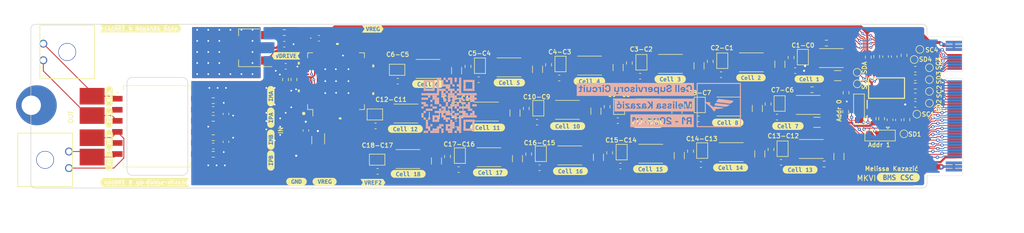
<source format=kicad_pcb>
(kicad_pcb (version 20211014) (generator pcbnew)
  (layers (0 "F.Cu" signal) (31 "B.Cu" signal) (34 "B.Paste" user) (35 "F.Paste" user) (36 "B.SilkS" user "B.Silkscreen") (37 "F.SilkS" user "F.Silkscreen") (38 "B.Mask" user) (39 "F.Mask" user) (44 "Edge.Cuts" user))
  (net 0 "")
  (net 1 "GND")
  (net 2 "Net-(C1-Pad2)")
  (net 3 "Net-(C2-Pad2)")
  (net 4 "/VREG")
  (net 5 "Net-(C4-Pad1)")
  (net 6 "Net-(C5-Pad1)")
  (net 7 "Net-(C6-Pad1)")
  (net 8 "Net-(C7-Pad1)")
  (net 9 "Net-(C8-Pad1)")
  (net 10 "/C16")
  (net 11 "/C15")
  (net 12 "/C18")
  (net 13 "/C17")
  (net 14 "/C14")
  (net 15 "/C13")
  (net 16 "/C12")
  (net 17 "/C11")
  (net 18 "/C10")
  (net 19 "/C9")
  (net 20 "/C8")
  (net 21 "/C7")
  (net 22 "/C6")
  (net 23 "/C5")
  (net 24 "/C4")
  (net 25 "/C3")
  (net 26 "/C2")
  (net 27 "/C1")
  (net 28 "/CELL16")
  (net 29 "Net-(F1-Pad2)")
  (net 30 "/CELL18")
  (net 31 "Net-(F2-Pad2)")
  (net 32 "/CELL17")
  (net 33 "Net-(F3-Pad2)")
  (net 34 "/CELL15")
  (net 35 "Net-(F4-Pad2)")
  (net 36 "/CELL14")
  (net 37 "Net-(F5-Pad2)")
  (net 38 "/CELL13")
  (net 39 "Net-(F6-Pad2)")
  (net 40 "/CELL12")
  (net 41 "Net-(F7-Pad2)")
  (net 42 "/CELL11")
  (net 43 "Net-(F8-Pad2)")
  (net 44 "/CELL10")
  (net 45 "Net-(F9-Pad2)")
  (net 46 "/CELL9")
  (net 47 "Net-(F10-Pad2)")
  (net 48 "/CELL8")
  (net 49 "Net-(F11-Pad2)")
  (net 50 "/CELL7")
  (net 51 "Net-(F12-Pad2)")
  (net 52 "/CELL6")
  (net 53 "Net-(F13-Pad2)")
  (net 54 "/CELL5")
  (net 55 "Net-(F14-Pad2)")
  (net 56 "/CELL4")
  (net 57 "Net-(F15-Pad2)")
  (net 58 "/CELL3")
  (net 59 "Net-(F16-Pad2)")
  (net 60 "/CELL2")
  (net 61 "Net-(F17-Pad2)")
  (net 62 "/CELL1")
  (net 63 "Net-(F18-Pad2)")
  (net 64 "Net-(IC1-Pad3)")
  (net 65 "Net-(IC1-Pad4)")
  (net 66 "/MUX1_SD")
  (net 67 "/MUX1_SC")
  (net 68 "Net-(IC1-Pad7)")
  (net 69 "/MUX2_SD")
  (net 70 "/MUX2_SC")
  (net 71 "Net-(IC1-Pad11)")
  (net 72 "/MUX3_SD")
  (net 73 "/MUX3_SC")
  (net 74 "Net-(IC1-Pad14)")
  (net 75 "/MUX4_SD")
  (net 76 "/MUX4_SC")
  (net 78 "/SCL")
  (net 79 "/SDA")
  (net 85 "/MUX_OUT_4")
  (net 86 "/MUX_OUT_3")
  (net 87 "/MUX_OUT_2")
  (net 88 "/MUX_OUT_1")
  (net 92 "Net-(J2-Pad1)")
  (net 93 "Net-(J2-Pad2)")
  (net 111 "/VDRIVE")
  (net 112 "Net-(R1-Pad2)")
  (net 113 "Net-(R2-Pad2)")
  (net 114 "/IPA")
  (net 115 "/IMA")
  (net 116 "/IPB")
  (net 117 "/IMB")
  (net 118 "/S16")
  (net 119 "/S18")
  (net 120 "/S17")
  (net 121 "/S15")
  (net 122 "/S14")
  (net 123 "/S13")
  (net 124 "/S12")
  (net 125 "/S11")
  (net 126 "/S10")
  (net 127 "/S9")
  (net 128 "/S8")
  (net 129 "/S7")
  (net 130 "/S6")
  (net 131 "/S5")
  (net 132 "/S4")
  (net 133 "/S3")
  (net 134 "/S2")
  (net 135 "/S1")
  (net 142 "/VREF2")
  (net 143 "/V+")
  (net 146 "Net-(J1-Pad1)")
  (net 147 "Net-(J1-Pad2)")
  (net 151 "/Main Mux to Thermistor Muxes/Address Jump/ADDR_0")
  (net 152 "/Main Mux to Thermistor Muxes/Address Jump/ADDR_1")
  (net 153 "/Main Mux to Thermistor Muxes/Address Jump/PULL_UP")
  (net 154 "/Main Mux to Thermistor Muxes/Address Jump/PULL_DOWN")
  (footprint "OEM:C_0603" (layer "F.Cu") (at 190.149776 93.47375)
    (fp_text reference "C24" hide)
    (fp_text value "C_10nF" hide)
  )
  (footprint "Package_TO_SOT_SMD:SOT-353_SC-70-5" (layer "F.Cu") (at 131.937998 105.035798 -90)
    (fp_text reference "U2" hide)
    (fp_text value "MCP6001T-I-LT" hide)
  )
  (footprint "OEM:R_0603" (layer "F.Cu") (at 155.325237 107.9797 -90)
    (fp_text reference "R18" hide)
    (fp_text value "10R" hide)
  )
  (footprint "TestPoint:TestPoint_Pad_D1.0mm" (layer "F.Cu") (at 242.443 91.9226)
    (fp_text reference "TP16" hide)
    (fp_text value "Test_Point_SMD" hide)
  )
  (footprint "OEM:C_0603" (layer "F.Cu") (at 129.7178 103.2894 -90)
    (fp_text reference "C1" hide)
    (fp_text value "C_1uF" hide)
  )
  (footprint "footprints:Test_Point_SMD" (layer "F.Cu") (at 119.562017 97.085187 180)
    (fp_text reference "TP2" hide)
    (fp_text value "Test_Point_SMD" hide)
  )
  (footprint "kibuzzard-63B4E59A" (layer "F.Cu") (at 192.024 110.236)
    (fp_text reference "kibuzzard-63B4E59A" hide)
    (fp_text value "G***" hide)
  )
  (footprint "TestPoint:TestPoint_Pad_D1.0mm" (layer "F.Cu") (at 240.1824 100.33)
    (fp_text reference "TP12" hide)
    (fp_text value "Test_Point_SMD" hide)
  )
  (footprint "Resistor_SMD:R_2512_6332Metric" (layer "F.Cu") (at 210.254176 90.95695 180)
    (fp_text reference "R47" hide)
    (fp_text value "22R-1W" hide)
  )
  (footprint "kibuzzard-63B4EC7A" (layer "F.Cu") (at 166.497 94.615)
    (fp_text reference "kibuzzard-63B4EC7A" hide)
    (fp_text value "G***" hide)
  )
  (footprint "Resistor_SMD:R_2512_6332Metric" (layer "F.Cu") (at 151.802696 92.14305 180)
    (fp_text reference "R39" hide)
    (fp_text value "22R-1W" hide)
  )
  (footprint "Fuse:Fuse_1206_3216Metric" (layer "F.Cu") (at 215.410376 91.30095 90)
    (fp_text reference "F17" hide)
    (fp_text value "200mA_Fuse" hide)
  )
  (footprint "TestPoint:TestPoint_Pad_D1.0mm" (layer "F.Cu") (at 229.3874 92.7608)
    (fp_text reference "TP10" hide)
    (fp_text value "Test_Point_SMD" hide)
  )
  (footprint "Resistor_SMD:R_2512_6332Metric" (layer "F.Cu") (at 147.795227 100.2176 180)
    (fp_text reference "R27" hide)
    (fp_text value "22R-1W" hide)
  )
  (footprint "kibuzzard-63B4EC5B" (layer "F.Cu") (at 216.8652 102.4636)
    (fp_text reference "kibuzzard-63B4EC5B" hide)
    (fp_text value "G***" hide)
  )
  (footprint "kibuzzard-63B8E079" (layer "F.Cu") (at 128.016 112.522)
    (fp_text reference "kibuzzard-63B8E079" hide)
    (fp_text value "G***" hide)
  )
  (footprint "Resistor_SMD:R_2512_6332Metric" (layer "F.Cu") (at 220.5228 98.6536 180)
    (fp_text reference "R37" hide)
    (fp_text value "22R-1W" hide)
  )
  (footprint "Fuse:Fuse_1206_3216Metric" (layer "F.Cu") (at 222.123 101.8028 180)
    (fp_text reference "F12" hide)
    (fp_text value "200mA_Fuse" hide)
  )
  (footprint "kibuzzard-63B4E581" (layer "F.Cu") (at 163.068 110.871)
    (fp_text reference "kibuzzard-63B4E581" hide)
    (fp_text value "G***" hide)
  )
  (footprint "Fuse:Fuse_1206_3216Metric" (layer "F.Cu") (at 225.8568 93.3704)
    (fp_text reference "F18" hide)
    (fp_text value "200mA_Fuse" hide)
  )
  (footprint "OEM:R_0603" (layer "F.Cu") (at 112.962017 101.085187 180)
    (fp_text reference "R5" hide)
    (fp_text value "R_60.4" hide)
  )
  (footprint "OEM:C_0603" (layer "F.Cu") (at 157.323461 110.3503)
    (fp_text reference "C11" hide)
    (fp_text value "C_10nF" hide)
  )
  (footprint "footprints:R_0603_1608Metric" (layer "F.Cu") (at 234.51475 89.916 90)
    (fp_text reference "R61" hide)
    (fp_text value "R_15k" hide)
  )
  (footprint "kibuzzard-63B4D82F" (layer "F.Cu") (at 220.726 93.98)
    (fp_text reference "kibuzzard-63B4D82F" hide)
    (fp_text value "G***" hide)
  )
  (footprint "OEM:R_0603" (layer "F.Cu") (at 232.2576 101.1428 90)
    (fp_text reference "R10" hide)
    (fp_text value "R_4.99K" hide)
  )
  (footprint "OEM:C_0603" (layer "F.Cu") (at 132.08 86.614)
    (fp_text reference "C3" hide)
    (fp_text value "C_1uF" hide)
  )
  (footprint "OEM:C_0603" (layer "F.Cu") (at 156.879127 102.1037)
    (fp_text reference "C16" hide)
    (fp_text value "C_10nF" hide)
  )
  (footprint "kibuzzard-63B4EC20" (layer "F.Cu") (at 206.502 109.982)
    (fp_text reference "kibuzzard-63B4EC20" hide)
    (fp_text value "G***" hide)
  )
  (footprint "Jumper:SolderJumper-2_P1.3mm_Open_TrianglePad1.0x1.5mm" (layer "F.Cu") (at 215.9 106.5784 -90)
    (fp_text reference "JP6" hide)
    (fp_text value "SolderJumper_2_Open" hide)
  )
  (footprint "OEM:C_0603" (layer "F.Cu") (at 126.062017 91.685187)
    (fp_text reference "C2" hide)
    (fp_text value "C_1uF" hide)
  )
  (footprint "Resistor_SMD:R_2512_6332Metric" (layer "F.Cu") (at 162.809861 108.1129 180)
    (fp_text reference "R19" hide)
    (fp_text value "22R-1W" hide)
  )
  (footprint "Fuse:Fuse_1206_3216Metric" (layer "F.Cu") (at 197.220061 107.8273 90)
    (fp_text reference "F4" hide)
    (fp_text value "200mA_Fuse" hide)
  )
  (footprint "kibuzzard-63B4ED2A" (layer "F.Cu") (at 100.5332 112.6744)
    (fp_text reference "kibuzzard-63B4ED2A" hide)
    (fp_text value "G***" hide)
  )
  (footprint "OEM:R_0603" (layer "F.Cu") (at 227.3046 99.8728 -90)
    (fp_text reference "R51" hide)
    (fp_text value "R_4.99K" hide)
  )
  (footprint "footprints:HM2112ZNLT" (layer "F.Cu") (at 102.766417 102.536 -90)
    (fp_text reference "T1" hide)
    (fp_text value "HM2112ZNLT" hide)
  )
  (footprint "kibuzzard-63B4EC1B" (layer "F.Cu") (at 219.075 110.363)
    (fp_text reference "kibuzzard-63B4EC1B" hide)
    (fp_text value "G***" hide)
  )
  (footprint "footprints:LQFP-64-1EP_12x12_P0.5" (layer "F.Cu") (at 135.163015 94.363187 90)
    (fp_text reference "U1" hide)
    (fp_text value "ADBMS1818" hide)
  )
  (footprint "kibuzzard-63B4EBA9" (layer "F.Cu") (at 123.375217 97.071787 90)
    (fp_text reference "kibuzzard-63B4EBA9" hide)
    (fp_text value "G***" hide)
  )
  (footprint "TestPoint:TestPoint_Pad_D1.0mm" (layer "F.Cu") (at 240.7158 88.6206)
    (fp_text reference "TP18" hide)
    (fp_text value "Test_Point_SMD" hide)
  )
  (footprint "kibuzzard-63B4E58E" (layer "F.Cu") (at 148.209 111.125)
    (fp_text reference "kibuzzard-63B4E58E" hide)
    (fp_text value "G***" hide)
  )
  (footprint "TestPoint:TestPoint_Pad_D1.0mm" (layer "F.Cu") (at 239.6998 90.4494)
    (fp_text reference "TP17" hide)
    (fp_text value "Test_Point_SMD" hide)
  )
  (footprint "OEM:C_0603" (layer "F.Cu") (at 146.316296 94.38045)
    (fp_text reference "C21" hide)
    (fp_text value "C_10nF" hide)
  )
  (footprint "kibuzzard-63B4EBF9" (layer "F.Cu") (at 147.701 102.997)
    (fp_text reference "kibuzzard-63B4EBF9" hide)
    (fp_text value "G***" hide)
  )
  (footprint "kibuzzard-63B4EBB3" (layer "F.Cu") (at 123.375217 104.945787 90)
    (fp_text reference "kibuzzard-63B4EBB3" hide)
    (fp_text value "G***" hide)
  )
  (footprint "OEM:C_0603" (layer "F.Cu") (at 175.519376 93.78505)
    (fp_text reference "C23" hide)
    (fp_text value "C_10nF" hide)
  )
  (footprint "Jumper:SolderJumper-2_P1.3mm_Open_TrianglePad1.0x1.5mm" (layer "F.Cu") (at 186.341175 98.9698 -90)
    (fp_text reference "JP10" hide)
    (fp_text value "SolderJumper_2_Open" hide)
  )
  (footprint "kibuzzard-63B4D834" (layer "F.Cu") (at 210.185 93.726)
    (fp_text reference "kibuzzard-63B4D834" hide)
    (fp_text value "G***" hide)
  )
  (footprint "Fuse:Fuse_1206_3216Metric" (layer "F.Cu") (at 153.322661 108.7925 90)
    (fp_text reference "F2" hide)
    (fp_text value "200mA_Fuse" hide)
  )
  (footprint "OEM:C_0603" (layer "F.Cu") (at 171.505575 101.7796)
    (fp_text reference "C17" hide)
    (fp_text value "C_10nF" hide)
  )
  (footprint "OEM:R_0603" (layer "F.Cu") (at 126.031628 94.058387 -90)
    (fp_text reference "R1" hide)
    (fp_text value "R_1K" hide)
  )
  (footprint "OEM:R_0603" (layer "F.Cu") (at 239.903 95.25 180)
    (fp_text reference "R12" hide)
    (fp_text value "R_4.99K" hide)
  )
  (footprint "kibuzzard-63B4ED25" (layer "F.Cu") (at 99.880217 84.828987)
    (fp_text reference "kibuzzard-63B4ED25" hide)
    (fp_text value "G***" hide)
  )
  (footprint "OEM:R_0603" (layer "F.Cu") (at 112.962017 107.585187 180)
    (fp_text reference "R7" hide)
    (fp_text value "R_60.4" hide)
  )
  (footprint "OEM:R_0603" (layer "F.Cu") (at 188.193976 91.0779 -90)
    (fp_text reference "R44" hide)
    (fp_text value "10R" hide)
  )
  (footprint "footprints:SOP65P640X110-20N" (layer "F.Cu") (at 234.696 95.6123 90)
    (fp_text reference "IC1" hide)
    (fp_text value "PCA9545APW" hide)
  )
  (footprint "Jumper:SolderJumper-2_P1.3mm_Open_TrianglePad1.0x1.5mm" (layer "F.Cu") (at 161.181376 91.57145 -90)
    (fp_text reference "JP14" hide)
    (fp_text value "SolderJumper_2_Open" hide)
  )
  (footprint "Resistor_SMD:R_2512_6332Metric" (layer "F.Cu") (at 162.365527 99.8663 180)
    (fp_text reference "R29" hide)
    (fp_text value "22R-1W" hide)
  )
  (footprint "kibuzzard-63B4EC53" (layer "F.Cu") (at 205.994 101.854)
    (fp_text reference "kibuzzard-63B4EC53" hide)
    (fp_text value "G***" hide)
  )
  (footprint "kibuzzard-63B4EC66" (layer "F.Cu") (at 177.038 102.489)
    (fp_text reference "kibuzzard-63B4EC66" hide)
    (fp_text value "G***" hide)
  )
  (footprint "kibuzzard-63B4EBB8" (layer "F.Cu") (at 94.107 108.712 90)
    (fp_text reference "kibuzzard-63B4EBB8" hide)
    (fp_text value "G***" hide)
  )
  (footprint "footprints:Test_Point_SMD" (layer "F.Cu") (at 133.096 109.982)
    (fp_text reference "TP19" hide)
    (fp_text value "Test_Point_SMD" hide)
  )
  (footprint "OEM:R_0603" (layer "F.Cu") (at 169.553727 99.3013 -90)
    (fp_text reference "R30" hide)
    (fp_text value "10R" hide)
  )
  (footprint "Fuse:Fuse_1206_3216Metric" (layer "F.Cu") (at 182.148175 99.7992 90)
    (fp_text reference "F9" hide)
    (fp_text value "200mA_Fuse" hide)
  )
  (footprint "OEM:C_0603" (layer "F.Cu") (at 142.680061 110.6827)
    (fp_text reference "C10" hide)
    (fp_text value "C_10nF" hide)
  )
  (footprint "Resistor_SMD:R_2512_6332Metric" (layer "F.Cu") (at 206.624261 107.2007 180)
    (fp_text reference "R23" hide)
    (fp_text value "22R-1W" hide)
  )
  (footprint "footprints:Test_Point_SMD" (layer "F.Cu") (at 119.562017 100.585187 180)
    (fp_text reference "TP1" hide)
    (fp_text value "Test_Point_SMD" hide)
  )
  (footprint "OEM:R_0603" (layer "F.Cu") (at 227.3808 96.457 -90)
    (fp_text reference "R52" hide)
    (fp_text value "R_4.99K" hide)
  )
  (footprint "kibuzzard-63B4EC6B" (layer "F.Cu") (at 162.56 102.743)
    (fp_text reference "kibuzzard-63B4EC6B" hide)
    (fp_text value "G***" hide)
  )
  (footprint "Fuse:Fuse_1206_3216Metric" (layer "F.Cu") (at 196.7992 99.6158 90)
    (fp_text reference "F10" hide)
    (fp_text value "200mA_Fuse" hide)
  )
  (footprint "Resistor_SMD:R_2512_6332Metric" (layer "F.Cu") (at 192.063861 107.4801 180)
    (fp_text reference "R21" hide)
    (fp_text value "22R-1W" hide)
  )
  (footprint "OEM:C_0603" (layer "F.Cu") (at 186.577461 109.7175)
    (fp_text reference "C12" hide)
    (fp_text value "C_10nF" hide)
  )
  (footprint "Jumper:SolderJumper-3_P2.0mm_Open_TrianglePad1.0x1.5mm" (layer "F.Cu") (at 229.743 99.441 90)
    (fp_text reference "JP19" hide)
    (fp_text value "SolderJumper_3_Open" hide)
  )
  (footprint "kibuzzard-63B4EBAD" (layer "F.Cu") (at 94.107 100.965 90)
    (fp_text reference "kibuzzard-63B4EBAD" hide)
    (fp_text value "G***" hide)
  )
  (footprint "kibuzzard-63B4ED94" (layer "F.Cu") (at 126.111 89.789)
    (fp_text reference "kibuzzard-63B4ED94" hide)
    (fp_text value "G***" hide)
  )
  (footprint "Jumper:SolderJumper-2_P1.3mm_Open_TrianglePad1.0x1.5mm" (layer "F.Cu") (at 215.3666 98.3996 -90)
    (fp_text reference "JP12" hide)
    (fp_text value "SolderJumper_2_Open" hide)
  )
  (footprint "OEM:R_0603" (layer "F.Cu") (at 112.962017 104.585187)
    (fp_text reference "R6" hide)
    (fp_text value "R_60.4" hide)
  )
  (footprint "footprints:R_0603_1608Metric" (layer "F.Cu") (at 235.331 101.346 -90)
    (fp_text reference "R58" hide)
    (fp_text value "R_15k" hide)
  )
  (footprint "TestPoint:TestPoint_Pad_D1.0mm" (layer "F.Cu") (at 237.8456 103.886)
    (fp_text reference "TP11" hide)
    (fp_text value "Test_Point_SMD" hide)
  )
  (footprint "Jumper:SolderJumper-3_P2.0mm_Open_TrianglePad1.0x1.5mm" (layer "F.Cu") (at 233.5276 104.1654 180)
    (fp_text reference "JP20" hide)
    (fp_text value "SolderJumper_3_Open" hide)
  )
  (footprint "OEM:R_0603" (layer "F.Cu") (at 213.2838 98.5012 -90)
    (fp_text reference "R36" hide)
    (fp_text value "10R" hide)
  )
  (footprint "Resistor_SMD:R_2512_6332Metric" (layer "F.Cu") (at 195.636176 91.23635 180)
    (fp_text reference "R45" hide)
    (fp_text value "22R-1W" hide)
  )
  (footprint "Jumper:SolderJumper-2_P1.3mm_Open_TrianglePad1.0x1.5mm" (layer "F.Cu") (at 201.366461 106.9097 -90)
    (fp_text reference "JP5" hide)
    (fp_text value "SolderJumper_2_Open" hide)
  )
  (footprint "Jumper:SolderJumper-2_P1.3mm_Open_TrianglePad1.0x1.5mm" (layer "F.Cu") (at 175.747976 91.25665 -90)
    (fp_text reference "JP15" hide)
    (fp_text value "SolderJumper_2_Open" hide)
  )
  (footprint "Jumper:SolderJumper-2_P1.3mm_Open_TrianglePad1.0x1.5mm" (layer "F.Cu") (at 146.2024 92.3036)
    (fp_text reference "JP13" hide)
    (fp_text value "SolderJumper_2_Open" hide)
  )
  (footprint "footprints:Test_Point_SMD" (layer "F.Cu") (at 91.062017 104.585187 180)
    (fp_text reference "TP7" hide)
    (fp_text value "Test_Point_SMD" hide)
  )
  (footprint "Fuse:Fuse_1206_3216Metric" (layer "F.Cu") (at 167.966061 108.3699 90)
    (fp_text reference "F3" hide)
    (fp_text value "200mA_Fuse" hide)
  )
  (footprint "Resistor_SMD:R_2512_6332Metric" (layer "F.Cu") (at 177.443157 107.7849 180)
    (fp_text reference "R15" hide)
    (fp_text value "22R-1W" hide)
  )
  (footprint "footprints:Test_Point_SMD" (layer "F.Cu") (at 91.062017 108.085187 180)
    (fp_text reference "TP8" hide)
    (fp_text value "Test_Point_SMD" hide)
  )
  (footprint "Jumper:SolderJumper-2_P1.3mm_Open_TrianglePad1.0x1.5mm" (layer "F.Cu") (at 219.5576 90.0111 -90)
    (fp_text reference "JP18" hide)
    (fp_text value "SolderJumper_2_Open" hide)
  )
  (footprint "footprints:SOT-223" (layer "F.Cu") (at 119.462017 88.335187 180)
    (fp_text reference "Q1" hide)
    (fp_text value "NSS1C201MZ4" hide)
  )
  (footprint "TestPoint:TestPoint_Pad_D1.0mm" (layer "F.Cu") (at 242.443 94.0816)
    (fp_text reference "TP15" hide)
    (fp_text value "Test_Point_SMD" hide)
  )
  (footprint "Fuse:Fuse_1206_3216Metric" (layer "F.Cu") (at 156.958896 92.46425 90)
    (fp_text reference "F13" hide)
    (fp_text value "200mA_Fuse" hide)
  )
  (footprint "Fuse:Fuse_1206_3216Metric" (layer "F.Cu") (at 211.780461 107.5225 90)
    (fp_text reference "F5" hide)
    (fp_text value "200mA_Fuse" hide)
  )
  (footprint "Jumper:SolderJumper-2_P1.3mm_Open_TrianglePad1.0x1.5mm" (layer "F.Cu") (at 190.378376 90.94535 -90)
    (fp_text reference "JP16" hide)
    (fp_text value "SolderJumper_2_Open" hide)
  )
  (footprint "footprints:R_0603_1608Metric" (layer "F.Cu") (at 239.903 92.202)
    (fp_text reference "R55" hide)
    (fp_text value "R_15k" hide)
  )
  (footprint "Fuse:Fuse_1206_3216Metric" (layer "F.Cu") (at 182.604837 108.1321 90)
    (fp_text reference "F1" hide)
    (fp_text value "200mA_Fuse" hide)
  )
  (footprint "OEM:R_0603" (layer "F.Cu") (at 213.812461 106.7097 -90)
    (fp_text reference "R24" hide)
    (fp_text value "10R" hide)
  )
  (footprint "Fuse:Fuse_1206_3216Metric" (layer "F.Cu") (at 171.595376 92.2209 90)
    (fp_text reference "F14" hide)
    (fp_text value "200mA_Fuse" hide)
  )
  (footprint "footprints:MicroFit_RA_2" (layer "F.Cu") (at 82.562017 108.585187 90)
    (fp_text reference "J2" hide)
    (fp_text value "MicroFit_RA_R_2" hide)
  )
  (footprint "TestPoint:TestPoint_Pad_D1.0mm" (layer "F.Cu") (at 242.443 98.3488)
    (fp_text reference "TP13" hide)
    (fp_text value "Test_Point_SMD" hide)
  )
  (footprint "footprints:R_0603_1608Metric" (layer "F.Cu") (at 239.903 93.726)
    (fp_text reference "R56" hide)
    (fp_text value "R_15k" hide)
  )
  (footprint "TestPoint:TestPoint_Pad_D1.0mm" (layer "F.Cu") (at 229.4128 94.8436)
    (fp_text reference "TP9" hide)
    (fp_text value "Test_Point_SMD" hide)
  )
  (footprint "Jumper:SolderJumper-2_P1.3mm_Open_TrianglePad1.0x1.5mm" (layer "F.Cu") (at 157.552061 107.8219 -90)
    (fp_text reference "JP3" hide)
    (fp_text value "SolderJumper_2_Open" hide)
  )
  (footprint "OEM:C_0603" (layer "F.Cu") (at 200.700327 101.189)
    (fp_text reference "C19" hide)
    (fp_text value "C_10nF" hide)
  )
  (footprint "kibuzzard-63B4EC74" (layer "F.Cu") (at 151.765 94.869)
    (fp_text reference "kibuzzard-63B4EC74" hide)
    (fp_text value "G***" hide)
  )
  (footprint "kibuzzard-63B4EBB8" (layer "F.Cu") (at 123.375217 108.712 90)
    (fp_text reference "kibuzzard-63B4EBB8" hide)
    (fp_text value "G***" hide)
  )
  (footprint "footprints:R_0603_1608Metric" (layer "F.Cu") (at 239.903 97.028)
    (fp_text reference "R59" hide)
    (fp_text value "R_15k" hide)
  )
  (footprint "Resistor_SMD:R_2512_6332Metric" (layer "F.Cu") (at 221.0816 106.6227 180)
    (fp_text reference "R25" hide)
    (fp_text value "22R-1W" hide)
  )
  (footprint "OEM:R_0603" (layer "F.Cu") (at 233.807 101.1428 90)
    (fp_text reference "R9" hide)
    (fp_text value "R_4.99K" hide)
  )
  (footprint "OEM:R_0603" (layer "F.Cu") (at 238.37555 101.3206 90)
    (fp_text reference "R8" hide)
    (fp_text value "R_4.99K" hide)
  )
  (footprint "footprints:R_0603_1608Metric" (layer "F.Cu") (at 239.903 98.552)
    (fp_text reference "R60" hide)
    (fp_text value "R_15k" hide)
  )
  (footprint "OEM:R_0603" (layer "F.Cu") (at 199.252061 107.0145 -90)
    (fp_text reference "R22" hide)
    (fp_text value "10R" hide)
  )
  (footprint "footprints:R_0603_1608Metric" (layer "F.Cu") (at 236.08955 89.916 90)
    (fp_text reference "R62" hide)
    (fp_text value "R_15k" hide)
  )
  (footprint "OEM:R_0603" (layer "F.Cu") (at 231.39555 90.0243 -90)
    (fp_text reference "R13" hide)
    (fp_text value "R_4.99K" hide)
  )
  (footprint "OEM:C_0603" (layer "F.Cu") (at 112.962017 106.085187)
    (fp_text reference "C8" hide)
    (fp_text value "C_10nF" hide)
  )
  (footprint "footprints:MicroFit_RA_2" (layer "F.Cu") (at 86.562017 89.085187 -90)
    (fp_text reference "J1" hide)
    (fp_text value "MicroFit_RA_R_2" hide)
  )
  (footprint "kibuzzard-63BF5C85" (layer "F.Cu") (at 141.8082 84.9122)
    (fp_text reference "kibuzzard-63BF5C85" hide)
    (fp_text value "G***" hide)
  )
  (footprint "Jumper:SolderJumper-2_P1.3mm_Open_TrianglePad1.0x1.5mm" (layer "F.Cu") (at 200.928927 98.6606 -90)
    (fp_text reference "JP11" hide)
    (fp_text value "SolderJumper_2_Open" hide)
  )
  (footprint "Resistor_SMD:R_2512_6332Metric" (layer "F.Cu") (at 181.005776 91.54765 180)
    (fp_text reference "R43" hide)
    (fp_text value "22R-1W" hide)
  )
  (footprint "Jumper:SolderJumper-2_P1.3mm_Open_TrianglePad1.0x1.5mm" (layer "F.Cu") (at 204.996376 90.66595 -90)
    (fp_text reference "JP17" hide)
    (fp_text value "SolderJumper_2_Open" hide)
  )
  (footprint "Jumper:SolderJumper-2_P1.3mm_Open_TrianglePad1.0x1.5mm" (layer "F.Cu") (at 157.107727 99.5753 -90)
    (fp_text reference "JP8" hide)
    (fp_text value "SolderJumper_2_Open" hide)
  )
  (footprint "OEM:C_0603" (layer "F.Cu") (at 218.186 92.456)
    (fp_text reference "C26" hide)
    (fp_text value "C_10nF" hide)
  )
  (footprint "OEM:R_0603" (layer "F.Cu") (at 127.555628 94.058387 90)
    (fp_text reference "R2" hide)
    (fp_text value "R_1K" hide)
  )
  (footprint "Fuse:Fuse_1206_3216Metric" (layer "F.Cu") (at 152.938175 100.5896 90)
    (fp_text reference "F7" hide)
    (fp_text value "200mA_Fuse" hide)
  )
  (footprint "OEM:R_0603" (layer "F.Cu") (at 184.636837 107.3193 -90)
    (fp_text reference "R16" hide)
    (fp_text value "10R" hide)
  )
  (footprint "Jumper:SolderJumper-2_P1.3mm_Open_TrianglePad1.0x1.5mm" (layer "F.Cu") (at 142.1892 100.3808)
    (fp_text reference "JP7" hide)
    (fp_text value "SolderJumper_2_Open" hide)
  )
  (footprint "OEM:R_0603" (layer "F.Cu") (at 173.588976 91.4081 -90)
    (fp_text reference "R42" hide)
    (fp_text value "10R" hide)
  )
  (footprint "OEM:R_0603" (layer "F.Cu") (at 169.998061 107.5479 -90)
    (fp_text reference "R20" hide)
    (fp_text value "10R" hide)
  )
  (footprint "kibuzzard-63B4EBA9" (layer "F.Cu") (at 94.1324 97.1042 90)
    (fp_text reference "kibuzzard-63B4EBA9" hide)
    (fp_text value "G***" hide)
  )
  (footprint "Fuse:Fuse_1206_3216Metric" (layer "F.Cu") (at 226.0854 107.9754 90)
    (fp_text reference "F6" hide)
    (fp_text value "200mA_Fuse" hide)
  )
  (footprint "Jumper:SolderJumper-2_P1.3mm_Open_TrianglePad1.0x1.5mm" (layer "F.Cu") (at 186.806061 107.1891 -90)
    (fp_text reference "JP4" hide)
    (fp_text value "SolderJumper_2_Open" hide)
  )
  (footprint "OEM:R_0603" (layer "F.Cu") (at 223.4184 109.347 180)
    (fp_text reference "R26" hide)
    (fp_text value "10R" hide)
  )
  (footprint "Fuse:Fuse_1206_3216Metric" (layer "F.Cu") (at 200.792376 91.60575 90)
    (fp_text reference "F16" hide)
    (fp_text value "200mA_Fuse" hide)
  )
  (footprint "kibuzzard-63B4EC80" (layer "F.Cu") (at 180.975 94.361)
    (fp_text reference "kibuzzard-63B4EC80" hide)
    (fp_text value "G***" hide)
  )
  (footprint "Resistor_SMD:R_2512_6332Metric" (layer "F.Cu") (at 191.598975 99.2608 180)
    (fp_text reference "R33" hide)
    (fp_text value "22R-1W" hide)
  )
  (footprint "OEM:C_0603" (layer "F.Cu") (at 112.962017 99.485187)
    (fp_text reference "C7" hide)
    (fp_text value "C_10nF" hide)
  )
  (footprint "OEM:C_0603" (layer "F.Cu") (at 171.956757 110.0223)
    (fp_text reference "C9" hide)
    (fp_text value "C_10nF" hide)
  )
  (footprint "OEM:C_0603" (layer "F.Cu") (at 215.6206 109.0422)
    (fp_text reference "C14" hide)
    (fp_text value "C_10nF" hide)
  )
  (footprint "Resistor_SMD:R_2512_6332Metric" (layer "F.Cu") (at 148.166461 108.4453 180)
    (fp_text reference "R17" hide)
    (fp_text value "22R-1W" hide)
  )
  (footprint "kibuzzard-63B4EBAD" (layer "F.Cu") (at 123.375217 100.965 90)
    (fp_text reference "kibuzzard-63B4EBAD" hide)
    (fp_text value "G***" hide)
  )
  (footprint "Fuse:Fuse_1206_3216Metric" (layer "F.Cu") (at 167.521727 100.1233 90)
    (fp_text reference "F8" hide)
    (fp_text value "200mA_Fuse" hide)
  )
  (footprint "Resistor_SMD:R_2512_6332Metric" (layer "F.Cu") (at 166.439176 91.86245 180)
    (fp_text reference "R41" hide)
    (fp_text value "22R-1W" hide)
  )
  (footprint "Resistor_SMD:R_2512_6332Metric" (layer "F.Cu") (at 224.7138 90.1954 180)
    (fp_text reference "R49" hide)
    (fp_text value "22R-1W" hide)
  )
  (footprint "Fuse:Fuse_1206_3216Metric" (layer "F.Cu") (at 186.161976 91.8907 90)
    (fp_text reference "F15" hide)
    (fp_text value "200mA_Fuse" hide)
  )
  (footprint "kibuzzard-63B4E593" (layer "F.Cu") (at 177.546 110.617)
    (fp_text reference "kibuzzard-63B4E593" hide)
    (fp_text value "G***" hide)
  )
  (footprint "footprints:Automotive_M.2_Edge_Connector" (layer "F.Cu") (at 248.515 98.881 -90)
    (fp_text reference "J3" hide)
    (fp_text value "Automotive_M.2_Edge_Connector" hide)
    (fp_line (start -12.55 0.2) (end -12.35 0) (layer "Edge.Cuts") (width 0.05))
    (fp_line (start -5.025 2.9) (end -5.025 0.2) (layer "Edge.Cuts") (width 0.05))
    (fp_line (start -12.55 0.2) (end -12.55 6.5) (layer "Edge.Cuts") (width 0.05))
    (fp_line (start -6.225 0.2) (end -6.425 0) (layer "Edge.Cuts") (width 0.05))
    (fp_line (start -12.35 0) (end -6.425 0) (layer "Edge.Cuts") (width 0.05))
    (fp_line (start -4.825 0) (end 12.35 0) (layer "Edge.Cuts") (width 0.05))
    (fp_line (start 12.55 0.2) (end 12.35 0) (layer "Edge.Cuts") (width 0.05))
    (fp_line (start -5.025 0.2) (end -4.825 0) (layer "Edge.Cuts") (width 0.05))
    (fp_line (start -6.225 2.9) (end -6.225 0.2) (layer "Edge.Cuts") (width 0.05))
    (fp_line (start 12.55 0.2) (end 12.55 6.5) (layer "Edge.Cuts") (width 0.05))
    (fp_arc (start -5.025 2.9) (mid -5.625 3.5) (end -6.225 2.9) (layer "Edge.Cuts") (width 0.05))
  )
  (footprint "kibuzzard-63B4EBB3" (layer "F.Cu") (at 94.1324 104.9782 90)
    (fp_text reference "kibuzzard-63B4EBB3" hide)
    (fp_text value "G***" hide)
  )
  (footprint "footprints:R_0603_1608Metric" (layer "F.Cu") (at 236.85155 101.3733 -90)
    (fp_text reference "R57" hide)
    (fp_text value "R_15k" hide)
  )
  (footprint "Resistor_SMD:R_2512_6332Metric" (layer "F.Cu") (at 206.186727 98.9516 180)
    (fp_text reference "R35" hide)
    (fp_text value "22R-1W" hide)
  )
  (footprint "footprints:Test_Point_SMD" (layer "F.Cu") (at 91.062017 97.085187 180)
    (fp_text reference "TP5" hide)
    (fp_text value "Test_Point_SMD" hide)
  )
  (footprint "footprints:Test_Point_SMD" (layer "F.Cu") (at 127.972 110.026)
    (fp_text reference "TP20" hide)
    (fp_text value "Test_Point_SMD" hide)
  )
  (footprint "kibuzzard-63B8E034" (layer "F.Cu") (at 133.096 112.522)
    (fp_text reference "kibuzzard-63B8E034" hide)
    (fp_text value "G***" hide)
  )
  (footprint "OEM:R_0603" (layer "F.Cu") (at 159.022376 91.70225 -90)
    (fp_text reference "R40" hide)
    (fp_text value "10R" hide)
  )
  (footprint "OEM:C_0603" (layer "F.Cu") (at 186.112575 101.4982)
    (fp_text reference "C18" hide)
    (fp_text value "C_10nF" hide)
  )
  (footprint "OEM:R_0603" (layer "F.Cu") (at 202.824376 90.79295 -90)
    (fp_text reference "R46" hide)
    (fp_text value "10R" hide)
  )
  (footprint "OEM:R_0603" (layer "F.Cu") (at 154.970175 99.7768 -90)
    (fp_text reference "R28" hide)
    (fp_text value "10R" hide)
  )
  (footprint "OEM:R_0603" (layer "F.Cu") (at 217.442376 90.0873 -90)
    (fp_text reference "R48" hide)
    (fp_text value "10R" hide)
  )
  (footprint "footprints:Test_Point_SMD" (layer "F.Cu") (at 91.062017 100.585187 180)
    (fp_text reference "TP6" hide)
    (fp_text value "Test_Point_SMD" hide)
  )
  (footprint "TestPoint:TestPoint_Pad_D1.0mm" (layer "F.Cu") (at 242.443 96.2152)
    (fp_text reference "TP14" hide)
    (fp_text value "Test_Point_SMD" hide)
  )
  (footprint "Jumper:SolderJumper-2_P1.3mm_Open_TrianglePad1.0x1.5mm" (layer "F.Cu") (at 172.185357 107.4939 -90)
    (fp_text reference "JP1" hide)
    (fp_text value "SolderJumper_2_Open" hide)
  )
  (footprint "footprints:Test_Point_SMD" (layer "F.Cu") (at 119.562017 108.585187 180)
    (fp_text reference "TP4" hide)
    (fp_text value "Test_Point_SMD" hide)
  )
  (footprint "OEM:C_0603" (layer "F.Cu") (at 115.262017 100.285187 -90)
    (fp_text reference "C5" hide)
    (fp_text value "C_10nF" hide)
  )
  (footprint "OEM:C_0603" (layer "F.Cu") (at 214.884 100.8634)
    (fp_text reference "C20" hide)
    (fp_text value "C_10nF" hide)
  )
  (footprint "OEM:R_0603" (layer "F.Cu") (at 237.86755 89.6893 -90)
    (fp_text reference "R11" hide)
    (fp_text value "R_4.99K" hide)
  )
  (footprint "kibuzzard-63BF5C8C" (layer "F.Cu") (at 141.8336 112.6998)
    (fp_text reference "kibuzzard-63BF5C8C" hide)
    (fp_text value "G***" hide)
  )
  (footprint "kibuzzard-63B4EC4E" (layer "F.Cu") (at 191.516 102.108)
    (fp_text reference "kibuzzard-63B4EC4E" hide)
    (fp_text value "G***" hide)
  )
  (footprint "OEM:C_0603" (layer "F.Cu") (at 125.812017 87.685187)
    (fp_text reference "C4" hide)
    (fp_text value "C_0.1uF" hide)
  )
  (footprint "kibuzzard-63BF4D5E" (layer "F.Cu") (at 236.8296 111.76)
    (fp_text reference "kibuzzard-63BF4D5E" hide)
    (fp_text value "G***" hide)
  )
  (footprint "OEM:R_0603" (layer "F.Cu") (at 221.234 95.9104 180)
    (fp_text reference "R38" hide)
    (fp_text value "10R" hide)
  )
  (footprint "Jumper:SolderJumper-2_P1.3mm_Open_TrianglePad1.0x1.5mm" (layer "F.Cu") (at 171.734175 99.2512 -90)
    (fp_text reference "JP9" hide)
    (fp_text value "SolderJumper_2_Open" hide)
  )
  (footprint "Jumper:SolderJumper-2_P1.3mm_Open_TrianglePad1.0x1.5mm" (layer "F.Cu") (at 142.5956 108.5596)
    (fp_text reference "JP2" hide)
    (fp_text value "SolderJumper_2_Open" hide)
  )
  (footprint "OEM:C_0603" (layer "F.Cu") (at 204.767776 93.19435)
    (fp_text reference "C25" hide)
    (fp_text value "C_10nF" hide)
  )
  (footprint "OEM:C_0603" (layer "F.Cu") (at 201.137861 109.4381)
    (fp_text reference "C13" hide)
    (fp_text value "C_10nF" hide)
  )
  (footprint "OEM:M.2_Mount" (layer "F.Cu") (at 80.042817 98.722787 90)
    (fp_text reference "H1" hide)
    (fp_text value "M.2_MountingHole" hide)
  )
  (footprint "OEM:R_0603" (layer "F.Cu") (at 223.8248 87.4776 180)
    (fp_text reference "R50" hide)
    (fp_text value "10R" hide)
  )
  (footprint "footprints:Test_Point_SMD" (layer "F.Cu") (at 119.562017 105.085187 180)
    (fp_text reference "TP3" hide)
    (fp_text value "Test_Point_SMD" hide)
  )
  (footprint "OEM:R_0603" (layer "F.Cu") (at 112.962017 97.885187)
    (fp_text reference "R4" hide)
    (fp_text value "R_60.4" hide)
  )
  (footprint "OEM:C_0603" (layer "F.Cu") (at 115.262017 105.335187 90)
    (fp_text reference "C6" hide)
    (fp_text value "C_10nF" hide)
  )
  (footprint "Fuse:Fuse_1206_3216Metric" (layer "F.Cu") (at 211.328 99.311 90)
    (fp_text reference "F11" hide)
    (fp_text value "200mA_Fuse" hide)
  )
  (footprint "OEM:R_0603" (layer "F.Cu") (at 184.180175 98.9772 -90)
    (fp_text reference "R32" hide)
    (fp_text value "10R" hide)
  )
  (footprint "Resistor_SMD:R_2512_6332Metric" (layer "F.Cu") (at 176.991975 99.5422 180)
    (fp_text reference "R31" hide)
    (fp_text value "22R-1W" hide)
  )
  (footprint "OEM:C_0603" (layer "F.Cu") (at 142.308827 102.455)
    (fp_text reference "C15" hide)
    (fp_text value "C_10nF" hide)
  )
  (footprint "OEM:C_0603" (layer "F.Cu") (at 160.952776 94.09985)
    (fp_text reference "C22" hide)
    (fp_text value "C_10nF" hide)
  )
  (footprint "OEM:R_0603" (layer "F.Cu") (at 198.787175 98.7776 -90)
    (fp_text reference "R34" hide)
    (fp_text value "10R" hide)
  )
  (footprint "OEM:R_0603" (layer "F.Cu") (at 232.91955 89.916 -90)
    (fp_text reference "R14" hide)
    (fp_text value "R_4.99K" hide)
  )
  (footprint "OEM:R_0603" (layer "F.Cu") (at 125.812017 85.585187 180)
    (fp_text reference "R3" hide)
    (fp_text value "R_100" hide)
  )
  (footprint "kibuzzard-63B4EB9B" (layer "F.Cu") (at 195.58 93.98)
    (fp_text reference "kibuzzard-63B4EB9B" hide)
    (fp_text value "G***" hide)
  )
  (footprint "kibuzzard-63BF4CDF" (layer "B.Cu") (at 189.2808 95.8596 180)
    (fp_text reference "kibuzzard-63BF4CDF" hide)
    (fp_text value "G***" hide)
  )
  (footprint "kibuzzard-63BF4696" (layer "B.Cu") (at 194.1068 101.5238 180)
    (fp_text reference "kibuzzard-63BF4696" hide)
    (fp_text value "G***" hide)
  )
  (footprint "kibuzzard-63BF465A" (layer "B.Cu") (at 192.6844 98.679 180)
    (fp_text reference "kibuzzard-63BF465A" hide)
    (fp_text value "G***" hide)
  )
  (footprint "OEM:QR_6_BMS-CSC_1" (layer "B.Cu") (at 155.6004 98.729801 180)
    (fp_text reference "QR*****")
    (fp_text value "hw.oem.to/6_BMS-CSC_1")
  )
  (footprint "OEM:OEM_Logo_8mm" (layer "B.Cu") (at 204.3684 98.679001 180)
    (fp_text reference "REF**" hide)
    (fp_text value "OEM_Logo_8mm")
  )
  (gr_line (start 79.988624 84.911876) (end 79.988624 112.867325) (layer "Edge.Cuts") (width 0.1))
  (gr_arc (start 80.828411 113.688) (mid 80.23855 113.451588) (end 79.988624 112.867325) (layer "Edge.Cuts") (width 0.1))
  (gr_arc (start 79.988624 84.911876) (mid 80.22424 84.323465) (end 80.806915 84.074) (layer "Edge.Cuts") (width 0.1))
  (gr_arc (start 108.362017 110.385187) (mid 108.069124 111.092294) (end 107.362017 111.385187) (layer "Edge.Cuts") (width 0.1))
  (gr_line (start 107.362017 93.685187) (end 98.362017 93.685187) (layer "Edge.Cuts") (width 0.1))
  (gr_arc (start 241.173 84.074) (mid 241.764876 84.312147) (end 242.015 84.899062) (layer "Edge.Cuts") (width 0.1))
  (gr_arc (start 107.362017 93.685187) (mid 108.069124 93.97808) (end 108.362017 94.685187) (layer "Edge.Cuts") (width 0.1))
  (gr_arc (start 97.362017 94.685187) (mid 97.65491 93.97808) (end 98.362017 93.685187) (layer "Edge.Cuts") (width 0.1))
  (gr_line (start 97.362017 94.685187) (end 97.362017 110.385187) (layer "Edge.Cuts") (width 0.1))
  (gr_line (start 241.173 84.074) (end 80.806915 84.074) (layer "Edge.Cuts") (width 0.1))
  (gr_line (start 242.015 112.840794) (end 242.015 111.431) (layer "Edge.Cuts") (width 0.1))
  (gr_arc (start 98.362017 111.385187) (mid 97.65491 111.092294) (end 97.362017 110.385187) (layer "Edge.Cuts") (width 0.1))
  (gr_line (start 242.015 86.331) (end 242.015 84.899062) (layer "Edge.Cuts") (width 0.1))
  (gr_line (start 98.362017 111.385187) (end 107.362017 111.385187) (layer "Edge.Cuts") (width 0.1))
  (gr_line (start 80.828411 113.688) (end 241.173 113.688) (layer "Edge.Cuts") (width 0.1))
  (gr_arc (start 242.015 112.840794) (mid 241.769462 113.438781) (end 241.173 113.688) (layer "Edge.Cuts") (width 0.1))
  (gr_line (start 108.362017 110.385187) (end 108.362017 94.685187) (layer "Edge.Cuts") (width 0.1))
  (gr_text "C9-C8" (at 186.309 96.774) (layer "F.SilkS") (effects (font (size 0.8 0.8))))
  (gr_text "C17-C16" (at 157.4292 105.7656) (layer "F.SilkS") (effects (font (size 0.8 0.8))))
  (gr_text "C11-C10" (at 157.2768 97.4598) (layer "F.SilkS") (effects (font (size 0.8 0.8))))
  (gr_text "SD2" (at 244.1702 98.806 90) (layer "F.SilkS") (effects (font (size 0.8 0.8))))
  (gr_text "SD1" (at 239.8014 103.9622) (layer "F.SilkS") (effects (font (size 0.8 0.8))))
  (gr_text "C6-C5" (at 146.304 89.535) (layer "F.SilkS") (effects (font (size 0.8 0.8))))
  (gr_text "C18-C17" (at 142.6464 105.9688) (layer "F.SilkS") (effects (font (size 0.8 0.8))))
  (gr_text "C13-C12" (at 216.027 104.267) (layer "F.SilkS") (effects (font (size 0.8 0.8))))
  (gr_text "SC1" (at 242.2398 100.3554) (layer "F.SilkS") (effects (font (size 0.8 0.8))))
  (gr_text "C15-C14" (at 186.69 105.029) (layer "F.SilkS") (effects (font (size 0.8 0.8))))
  (gr_text "C3-C2" (at 190.3476 88.5952) (layer "F.SilkS") (effects (font (size 0.8 0.8))))
  (gr_text "Addr 1" (at 233.3752 105.8672) (layer "F.SilkS") (effects (font (size 0.8 0.8))))
  (gr_text "SCL SDA" (at 230.7082 93.345 90) (layer "F.SilkS") (effects (font (size 0.8 0.8))))
  (gr_text "Addr 0" (at 226.1108 99.695 90) (layer "F.SilkS") (effects (font (size 0.8 0.8))))
  (gr_text "C2-C1" (at 204.9526 88.3412) (layer "F.SilkS") (effects (font (size 0.8 0.8))))
  (gr_text "C5-C4" (at 161.0868 89.3318) (layer "F.SilkS") (effects (font (size 0.8 0.8))))
  (gr_text "OUT" (at 87.2236 100.838 90) (layer "F.SilkS") (effects (font (size 0.8 0.8))))
  (gr_text "C7-C6" (at 215.8746 95.9612) (layer "F.SilkS") (effects (font (size 0.8 0.8))))
  (gr_text "Melissa Kazazić" (at 235.6104 110.1852) (layer "F.SilkS") (effects (font (size 0.8 0.8))))
  (gr_text "SD4" (at 241.7318 90.424) (layer "F.SilkS") (effects (font (size 0.8 0.8))))
  (gr_text "SC4" (at 242.8748 88.7222) (layer "F.SilkS") (effects (font (size 0.8 0.8))))
  (gr_text "SD3" (at 244.1702 93.726 90) (layer "F.SilkS") (effects (font (size 0.8 0.8))))
  (gr_text "C8-C7" (at 200.914 96.4692) (layer "F.SilkS") (effects (font (size 0.8 0.8))))
  (gr_text "C14-C13" (at 201.295 104.775) (layer "F.SilkS") (effects (font (size 0.8 0.8))))
  (gr_text "SC2" (at 244.221 96.266 90) (layer "F.SilkS") (effects (font (size 0.8 0.8))))
  (gr_text "C12-C11" (at 145.1102 97.6884) (layer "F.SilkS") (effects (font (size 0.8 0.8))))
  (gr_text "C10-C9" (at 171.45 97.2058) (layer "F.SilkS") (effects (font (size 0.8 0.8))))
  (gr_text "SC3" (at 244.094 91.186 90) (layer "F.SilkS") (effects (font (size 0.8 0.8))))
  (gr_text "C16-C15" (at 171.958 105.5116) (layer "F.SilkS") (effects (font (size 0.8 0.8))))
  (gr_text "C4-C3" (at 175.6156 89.0778) (layer "F.SilkS") (effects (font (size 0.8 0.8))))
  (gr_text "MKVI" (at 231.0638 111.9124) (layer "F.SilkS") (effects (font (size 1 1))))
  (gr_text "C1-C0" (at 219.583 87.884) (layer "F.SilkS") (effects (font (size 0.8 0.8))))
  (gr_text "IN" (at 125.1712 103.2764 90) (layer "F.SilkS") (effects (font (size 0.8 0.8))))
  (segment (start 129.7178 102.5144) (end 129.7178 101.727) (width 0.381) (layer "F.Cu") (net 1))
  (segment (start 127.936628 95.836387) (end 128.317628 95.836387) (width 0.2) (layer "F.Cu") (net 1))
  (segment (start 128.540828 95.613187) (end 129.538017 95.613187) (width 0.2) (layer "F.Cu") (net 1))
  (segment (start 129.7178 101.727) (end 129.6924 101.7016) (width 0.381) (layer "F.Cu") (net 1))
  (segment (start 244.951762 91.821) (end 244.6782 91.821) (width 0.1524) (layer "F.Cu") (net 1))
  (segment (start 244.872 94.631) (end 247.015 94.631) (width 0.15) (layer "F.Cu") (net 1))
  (segment (start 127.972 107.8552) (end 127.9652 107.8484) (width 0.381) (layer "F.Cu") (net 1))
  (segment (start 127.194217 96.217387) (end 129.433816 96.217387) (width 0.2) (layer "F.Cu") (net 1))
  (segment (start 238.0471 98.5503) (end 238.0742 98.5774) (width 0.381) (layer "F.Cu") (net 1))
  (segment (start 127.062017 96.085187) (end 127.194217 96.217387) (width 0.2) (layer "F.Cu") (net 1))
  (segment (start 127.478213 87.685187) (end 127.4826 87.6808) (width 0.381) (layer "F.Cu") (net 1))
  (segment (start 136.413015 88.738189) (end 136.413015 89.733679) (width 0.254) (layer "F.Cu") (net 1))
  (segment (start 131.267109 86.576109) (end 131.305 86.614) (width 0.381) (layer "F.Cu") (net 1))
  (segment (start 135.165202 94.361) (end 137.414 94.361) (width 0.15) (layer "F.Cu") (net 1))
  (segment (start 126.587017 87.685187) (end 127.478213 87.685187) (width 0.381) (layer "F.Cu") (net 1))
  (segment (start 116.562017 104.585187) (end 115.287017 104.585187) (width 0.1524) (layer "F.Cu") (net 1))
  (segment (start 219.5576 91.2114) (end 219.964 91.6178) (width 0.381) (layer "F.Cu") (net 1))
  (segment (start 135.163015 94.363187) (end 135.252813 94.363187) (width 0.15) (layer "F.Cu") (net 1))
  (segment (start 113.737017 106.085187) (end 113.762017 106.085187) (width 0.1524) (layer "F.Cu") (net 1))
  (segment (start 135.163015 94.363187) (end 135.163015 94.142015) (width 0.15) (layer "F.Cu") (net 1))
  (segment (start 227.3808 97.910996) (end 227.3808 97.282) (width 0.381) (layer "F.Cu") (net 1))
  (segment (start 128.190628 91.726887) (end 128.576927 92.113186) (width 0.2) (layer "F.Cu") (net 1))
  (segment (start 113.737017 99.410187) (end 114.862017 98.285187) (width 0.1524) (layer "F.Cu") (net 1))
  (segment (start 113.762017 106.085187) (end 114.862017 107.185187) (width 0.1524) (layer "F.Cu") (net 1))
  (segment (start 245.641762 91.131) (end 244.951762 91.821) (width 0.1524) (layer "F.Cu") (net 1))
  (segment (start 129.433816 96.217387) (end 129.538017 96.113186) (width 0.2) (layer "F.Cu") (net 1))
  (segment (start 135.160828 94.361) (end 133.223 94.361) (width 0.15) (layer "F.Cu") (net 1))
  (segment (start 127.972 110.026) (end 127.972 107.8552) (width 0.381) (layer "F.Cu") (net 1))
  (segment (start 135.163015 94.363187) (end 135.163015 92.237015) (width 0.15) (layer "F.Cu") (net 1))
  (segment (start 244.864 96.131) (end 247.015 96.131) (width 0.15) (layer "F.Cu") (net 1))
  (segment (start 244.856 96.139) (end 244.864 96.131) (width 0.15) (layer "F.Cu") (net 1))
  (segment (start 227.510802 98.040998) (end 227.3808 97.910996) (width 0.381) (layer "F.Cu") (net 1))
  (segment (start 237.621 98.5503) (end 238.0471 98.5503) (width 0.381) (layer "F.Cu") (net 1))
  (segment (start 247.015 97.631) (end 245.205 97.631) (width 0.15) (layer "F.Cu") (net 1))
  (segment (start 218.961 92.456) (end 219.7608 92.456) (width 0.381) (layer "F.Cu") (net 1))
  (segment (start 124.262017 92.485187) (end 125.287017 91.460187) (width 0.1524) (layer "F.Cu") (net 1))
  (segment (start 135.163015 94.363187) (end 135.165202 94.361) (width 0.15) (layer "F.Cu") (net 1))
  (segment (start 131.937998 103.439198) (end 131.8768 103.378) (width 0.381) (layer "F.Cu") (net 1))
  (segment (start 245.205 97.631) (end 245.11 97.536) (width 0.15) (layer "F.Cu") (net 1))
  (segment (start 128.317628 95.836387) (end 128.540828 95.613187) (width 0.2) (layer "F.Cu") (net 1))
  (segment (start 135.163015 94.363187) (end 135.160828 94.361) (width 0.15) (layer "F.Cu") (net 1))
  (segment (start 130.593891 86.576109) (end 131.267109 86.576109) (width 0.381) (layer "F.Cu") (net 1))
  (segment (start 125.967628 93.169387) (end 126.031628 93.233387) (width 0.2) (layer "F.Cu") (net 1))
  (segment (start 125.015628 93.169387) (end 125.967628 93.169387) (width 0.2) (layer "F.Cu") (net 1))
  (segment (start 137.414 96.52) (end 137.319828 96.52) (width 0.15) (layer "F.Cu") (net 1))
  (segment (start 244.7544 88.6714) (end 245.714001 89.631001) (width 0.1524) (layer "F.Cu") (net 1))
  (segment (start 115.287017 104.585187) (end 115.262017 104.560187) (width 0.1524) (layer "F.Cu") (net 1))
  (segment (start 135.252813 94.363187) (end 137.414 92.202) (width 0.15) (layer "F.Cu") (net 1))
  (segment (start 135.163015 94.363187) (end 135.1788 94.378972) (width 0.15) (layer "F.Cu") (net 1))
  (segment (start 116.562017 100.585187) (end 115.737017 100.585187) (width 0.1524) (layer "F.Cu") (net 1))
  (segment (start 244.856 94.615) (end 244.872 94.631) (width 0.15) (layer "F.Cu") (net 1))
  (segment (start 131.937998 104.085798) (end 131.937998 103.439198) (width 0.381) (layer "F.Cu") (net 1))
  (segment (start 135.163015 94.142015) (end 133.223 92.202) (width 0.15) (layer "F.Cu") (net 1))
  (segment (start 244.729 98.9639) (end 244.8961 99.131) (width 0.15) (layer "F.Cu") (net 1))
  (segment (start 128.576927 92.113186) (end 129.538017 92.113186) (width 0.2) (layer "F.Cu") (net 1))
  (segment (start 135.1788 94.378972) (end 135.1788 96.4692) (width 0.15) (layer "F.Cu") (net 1))
  (segment (start 244.6782 91.821) (end 244.653689 91.796489) (width 0.1524) (layer "F.Cu") (net 1))
  (segment (start 137.319828 96.52) (end 135.163015 94.363187) (width 0.15) (layer "F.Cu") (net 1))
  (segment (start 219.5576 90.7361) (end 219.5576 91.2114) (width 0.381) (layer "F.Cu") (net 1))
  (segment (start 133.223 96.52) (end 135.163015 94.579985) (width 0.15) (layer "F.Cu") (net 1))
  (segment (start 219.7608 92.456) (end 219.7862 92.4814) (width 0.381) (layer "F.Cu") (net 1))
  (segment (start 245.714001 89.631001) (end 247.015 89.631001) (width 0.1524) (layer "F.Cu") (net 1))
  (segment (start 135.163015 92.237015) (end 135.128 92.202) (width 0.15) (layer "F.Cu") (net 1))
  (segment (start 113.737017 99.485187) (end 113.737017 99.410187) (width 0.1524) (layer "F.Cu") (net 1))
  (segment (start 244.8961 99.131) (end 247.015 99.131) (width 0.15) (layer "F.Cu") (net 1))
  (segment (start 247.015 91.131) (end 245.641762 91.131) (width 0.1524) (layer "F.Cu") (net 1))
  (segment (start 115.737017 100.585187) (end 115.262017 101.060187) (width 0.1524) (layer "F.Cu") (net 1))
  (via (at 114.862017 98.285187) (size 0.6096) (drill 0.3048) (layers "F.Cu" "B.Cu") (net 1))
  (via (at 135.160828 94.361) (size 0.6096) (drill 0.3048) (layers "F.Cu" "B.Cu") (net 1))
  (via (at 127.062017 99.085187) (size 0.6096) (drill 0.3048) (layers "F.Cu" "B.Cu") (net 1))
  (via (at 122.562017 103.085187) (size 0.6096) (drill 0.3048) (layers "F.Cu" "B.Cu") (net 1))
  (via (at 125.062017 102.585187) (size 0.6096) (drill 0.3048) (layers "F.Cu" "B.Cu") (net 1))
  (via (at 122.562017 95.585187) (size 0.6096) (drill 0.3048) (layers "F.Cu" "B.Cu") (net 1))
  (via (at 136.413015 89.733679) (size 0.6096) (drill 0.3048) (layers "F.Cu" "B.Cu") (net 1))
  (via (at 124.262017 92.485187) (size 0.6096) (drill 0.3048) (layers "F.Cu" "B.Cu") (net 1))
  (via (at 122.562017 100.085187) (size 0.6096) (drill 0.3048) (layers "F.Cu" "B.Cu") (net 1))
  (via (at 115.062017 109.585187) (size 0.6096) (drill 0.3048) (layers "F.Cu" "B.Cu") (net 1))
  (via (at 238.0742 98.5774) (size 0.762) (drill 0.381) (layers "F.Cu" "B.Cu") (net 1))
  (via (at 135.1788 96.4692) (size 0.6096) (drill 0.3048) (layers "F.Cu" "B.Cu") (net 1))
  (via (at 128.190628 91.726887) (size 0.6096) (drill 0.3048) (layers "F.Cu" "B.Cu") (net 1))
  (via (at 244.856 96.139) (size 0.6096) (drill 0.3048) (layers "F.Cu" "B.Cu") (net 1))
  (via (at 245.11 97.536) (size 0.6096) (drill 0.3048) (layers "F.Cu" "B.Cu") (net 1))
  (via (at 112.262017 95.585187) (size 0.6096) (drill 0.3048) (layers "F.Cu" "B.Cu") (net 1))
  (via (at 125.062017 101.085187) (size 0.6096) (drill 0.3048) (layers "F.Cu" "B.Cu") (net 1))
  (via (at 116.562017 100.585187) (size 0.6096) (drill 0.3048) (layers "F.Cu" "B.Cu") (net 1))
  (via (at 129.6924 101.7016) (size 0.762) (drill 0.381) (layers "F.Cu" "B.Cu") (net 1))
  (via (at 114.862017 107.185187) (size 0.6096) (drill 0.3048) (layers "F.Cu" "B.Cu") (net 1))
  (via (at 219.7862 92.4814) (size 0.762) (drill 0.381) (layers "F.Cu" "B.Cu") (net 1))
  (via (at 137.414 92.202) (size 0.6096) (drill 0.3048) (layers "F.Cu" "B.Cu") (net 1))
  (via (at 125.015628 93.169387) (size 0.6096) (drill 0.3048) (layers "F.Cu" "B.Cu") (net 1))
  (via (at 112.062017 109.585187) (size 0.6096) (drill 0.3048) (layers "F.Cu" "B.Cu") (net 1))
  (via (at 133.223 96.52) (size 0.6096) (drill 0.3048) (layers "F.Cu" "B.Cu") (net 1))
  (via (at 133.223 94.361) (size 0.6096) (drill 0.3048) (layers "F.Cu" "B.Cu") (net 1))
  (via (at 137.414 94.361) (size 0.6096) (drill 0.3048) (layers "F.Cu" "B.Cu") (net 1))
  (via (at 244.856 94.615) (size 0.6096) (drill 0.3048) (layers "F.Cu" "B.Cu") (net 1))
  (via (at 135.128 92.202) (size 0.6096) (drill 0.3048) (layers "F.Cu" "B.Cu") (net 1))
  (via (at 113.762017 95.585187) (size 0.6096) (drill 0.3048) (layers "F.Cu" "B.Cu") (net 1))
  (via (at 115.262017 95.585187) (size 0.6096) (drill 0.3048) (layers "F.Cu" "B.Cu") (net 1))
  (via (at 116.562017 104.585187) (size 0.6096) (drill 0.3048) (layers "F.Cu" "B.Cu") (net 1))
  (via (at 122.562017 101.585187) (size 0.6096) (drill 0.3048) (layers "F.Cu" "B.Cu") (net 1))
  (via (at 244.729 98.9639) (size 0.6096) (drill 0.3048) (layers "F.Cu" "B.Cu") (net 1))
  (via (at 123.062017 106.085187) (size 0.6096) (drill 0.3048) (layers "F.Cu" "B.Cu") (net 1))
  (via (at 127.9652 107.8484) (size 0.762) (drill 0.381) (layers "F.Cu" "B.Cu") (net 1))
  (via (at 244.7544 88.6714) (size 0.6096) (drill 0.3048) (layers "F.Cu" "B.Cu") (net 1))
  (via (at 219.964 91.6178) (size 0.762) (drill 0.381) (layers "F.Cu" "B.Cu") (net 1))
  (via (at 127.936628 95.836387) (size 0.6096) (drill 0.3048) (layers "F.Cu" "B.Cu") (net 1))
  (via (at 126.062017 100.085187) (size 0.6096) (drill 0.3048) (layers "F.Cu" "B.Cu") (net 1))
  (via (at 133.223 92.202) (size 0.6096) (drill 0.3048) (layers "F.Cu" "B.Cu") (net 1))
  (via (at 127.062017 96.085187) (size 0.6096) (drill 0.3048) (layers "F.Cu" "B.Cu") (net 1))
  (via (at 113.562017 109.585187) (size 0.6096) (drill 0.3048) (layers "F.Cu" "B.Cu") (net 1))
  (via (at 124.062017 105.085187) (size 0.6096) (drill 0.3048) (layers "F.Cu" "B.Cu") (net 1))
  (via (at 137.414 96.52) (size 0.6096) (drill 0.3048) (layers "F.Cu" "B.Cu") (net 1))
  (via (at 124.062017 98.585187) (size 0.6096) (drill 0.3048) (layers "F.Cu" "B.Cu") (net 1))
  (via (at 127.4826 87.6808) (size 0.6096) (drill 0.3048) (layers "F.Cu" "B.Cu") (net 1))
  (via (at 227.510802 98.040998) (size 0.7) (drill 0.3) (layers "F.Cu" "B.Cu") (net 1))
  (via (at 125.062017 104.085187) (size 0.6096) (drill 0.3048) (layers "F.Cu" "B.Cu") (net 1))
  (via (at 112.062017 102.585187) (size 0.6096) (drill 0.3048) (layers "F.Cu" "B.Cu") (net 1))
  (via (at 244.653689 91.796489) (size 0.6096) (drill 0.3048) (layers "F.Cu" "B.Cu") (net 1))
  (via (at 124.062017 95.585187) (size 0.6096) (drill 0.3048) (layers "F.Cu" "B.Cu") (net 1))
  (via (at 131.8768 103.378) (size 0.762) (drill 0.381) (layers "F.Cu" "B.Cu") (net 1))
  (via (at 130.593891 86.576109) (size 0.5) (drill 0.2) (layers "F.Cu" "B.Cu") (net 1))
  (segment (start 245.291 94.107) (end 244.475 94.107) (width 0.15) (layer "B.Cu") (net 1))
  (segment (start 245.565 94.381) (end 245.291 94.107) (width 0.15) (layer "B.Cu") (net 1))
  (segment (start 245.5928 90.881) (end 245.0592 91.4146) (width 0.1524) (layer "B.Cu") (net 1))
  (segment (start 245.0592 91.4146) (end 245.0592 91.7956) (width 0.1524) (layer "B.Cu") (net 1))
  (segment (start 247.015 94.381) (end 245.565 94.381) (width 0.15) (layer "B.Cu") (net 1))
  (segment (start 247.015 90.881) (end 245.5928 90.881) (width 0.1524) (layer "B.Cu") (net 1))
  (segment (start 130.7084 93.064369) (end 130.7084 91.48157) (width 0.1524) (layer "F.Cu") (net 2))
  (segment (start 130.728317 93.084286) (end 130.7084 93.064369) (width 0.1524) (layer "F.Cu") (net 2))
  (segment (start 130.340016 91.113186) (end 129.538017 91.113186) (width 0.1524) (layer "F.Cu") (net 2))
  (segment (start 131.2418 98.7459) (end 131.2418 94.191473) (width 0.1524) (layer "F.Cu") (net 2))
  (segment (start 131.287998 104.085798) (end 130.7592 103.557) (width 0.1524) (layer "F.Cu") (net 2))
  (segment (start 130.7592 103.557) (end 130.7592 99.2285) (width 0.1524) (layer "F.Cu") (net 2))
  (segment (start 131.287998 104.085798) (end 129.739198 104.085798) (width 0.1524) (layer "F.Cu") (net 2))
  (segment (start 130.7592 99.2285) (end 131.2418 98.7459) (width 0.1524) (layer "F.Cu") (net 2))
  (segment (start 129.739198 104.085798) (end 129.7178 104.0644) (width 0.1524) (layer "F.Cu") (net 2))
  (segment (start 130.7084 91.48157) (end 130.340016 91.113186) (width 0.1524) (layer "F.Cu") (net 2))
  (segment (start 131.2418 94.191473) (end 131.151669 94.101342) (width 0.1524) (layer "F.Cu") (net 2))
  (via (at 130.728317 93.084286) (size 0.5) (drill 0.2) (layers "F.Cu" "B.Cu") (net 2))
  (via (at 131.151669 94.101342) (size 0.5) (drill 0.2) (layers "F.Cu" "B.Cu") (net 2))
  (segment (start 131.064 94.013673) (end 131.151669 94.101342) (width 0.1524) (layer "B.Cu") (net 2))
  (segment (start 131.064 93.419969) (end 131.064 94.013673) (width 0.1524) (layer "B.Cu") (net 2))
  (segment (start 130.728317 93.084286) (end 131.064 93.419969) (width 0.1524) (layer "B.Cu") (net 2))
  (segment (start 128.298179 91.085187) (end 127.437017 91.085187) (width 0.15) (layer "F.Cu") (net 3))
  (segment (start 128.826179 91.613187) (end 129.538017 91.613187) (width 0.15) (layer "F.Cu") (net 3))
  (segment (start 127.437017 91.085187) (end 126.837017 91.685187) (width 0.15) (layer "F.Cu") (net 3))
  (segment (start 128.298179 91.085187) (end 128.826179 91.613187) (width 0.15) (layer "F.Cu") (net 3))
  (segment (start 226.4156 95.1738) (end 226.8728 94.7166) (width 0.381) (layer "F.Cu") (net 4))
  (segment (start 131.318 106.934) (end 131.639796 106.934) (width 0.254) (layer "F.Cu") (net 4))
  (segment (start 131.064 106.934) (end 133.096 108.966) (width 0.254) (layer "F.Cu") (net 4))
  (segment (start 132.588 86.614) (end 131.413015 87.788985) (width 0.381) (layer "F.Cu") (net 4))
  (segment (start 237.86755 88.8643) (end 236.35375 88.8643) (width 0.381) (layer "F.Cu") (net 4))
  (segment (start 231.39955 93.04575) (end 231.771 92.6743) (width 0.381) (layer "F.Cu") (net 4))
  (segment (start 131.312017 90.630726) (end 131.312017 93.249271) (width 0.254) (layer "F.Cu") (net 4))
  (segment (start 231.603729 85.2424) (end 240.5126 85.2424) (width 0.508) (layer "F.Cu") (net 4))
  (segment (start 242.6462 87.376) (end 244.348 87.376) (width 0.508) (layer "F.Cu") (net 4))
  (segment (start 226.4156 97.924998) (end 226.4156 95.1738) (width 0.381) (layer "F.Cu") (net 4))
  (segment (start 130.062017 88.885187) (end 130.062017 89.415385) (width 0.254) (layer "F.Cu") (net 4))
  (segment (start 238.305946 96.139) (end 238.079246 95.9123) (width 0.381) (layer "F.Cu") (net 4))
  (segment (start 236.08955 89.1285) (end 234.51475 89.1285) (width 0.381) (layer "F.Cu") (net 4))
  (segment (start 133.096 108.966) (end 133.096 109.982) (width 0.254) (layer "F.Cu") (net 4))
  (segment (start 235.1653 101.9678) (end 235.331 102.1335) (width 0.381) (layer "F.Cu") (net 4))
  (segment (start 227.3046 99.0478) (end 226.4867 99.8657) (width 0.381) (layer "F.Cu") (net 4))
  (segment (start 240.728 95.25) (end 239.839 96.139) (width 0.381) (layer "F.Cu") (net 4))
  (segment (start 123.879917 84.767287) (end 122.612017 86.035187) (width 0.381) (layer "F.Cu") (net 4))
  (segment (start 226.4867 101.131436) (end 227.215364 101.8601) (width 0.381) (layer "F.Cu") (net 4))
  (segment (start 232.363125 95.550875) (end 232.02705 95.2148) (width 0.381) (layer "F.Cu") (net 4))
  (segment (start 234.47725 89.091) (end 234.51475 89.1285) (width 0.381) (layer "F.Cu") (net 4))
  (segment (start 132.855 86.614) (end 132.588 86.614) (width 0.381) (layer "F.Cu") (net 4))
  (segment (start 244.348 87.376) (end 244.602 87.63) (width 0.508) (layer "F.Cu") (net 4))
  (segment (start 244.953 87.981) (end 246.865 87.981) (width 0.381) (layer "F.Cu") (net 4))
  (segment (start 231.647637 94.3206) (end 231.64085 94.3206) (width 0.381) (layer "F.Cu") (net 4))
  (segment (start 240.6905 98.552) (end 240.6905 97.028) (width 0.381) (layer "F.Cu") (net 4))
  (segment (start 131.312017 93.249271) (end 130.948102 93.613186) (width 0.254) (layer "F.Cu") (net 4))
  (segment (start 231.31535 92.6743) (end 231.771 92.6743) (width 0.381) (layer "F.Cu") (net 4))
  (segment (start 231.39955 94.0793) (end 231.39955 93.04575) (width 0.381) (layer "F.Cu") (net 4))
  (segment (start 127.974649 86.785187) (end 127.974649 86.797819) (width 0.254) (layer "F.Cu") (net 4))
  (segment (start 131.413015 87.788985) (end 131.413015 88.738189) (width 0.381) (layer "F.Cu") (net 4))
  (segment (start 232.2576 101.9678) (end 233.807 101.9678) (width 0.381) (layer "F.Cu") (net 4))
  (segment (start 231.7867 102.4387) (end 232.2576 101.9678) (width 0.381) (layer "F.Cu") (net 4))
  (segment (start 226.8728 94.7166) (end 227.7618 94.7166) (width 0.381) (layer "F.Cu") (net 4))
  (segment (start 232.91955 89.091) (end 232.81125 89.1993) (width 0.381) (layer "F.Cu") (net 4))
  (segment (start 130.622269 93.800917) (end 130.622269 94.320627) (width 0.254) (layer "F.Cu") (net 4))
  (segment (start 128.8542 104.7242) (end 131.064 106.934) (width 0.254) (layer "F.Cu") (net 4))
  (segment (start 231.09795 89.1993) (end 230.51055 89.7867) (width 0.381) (layer "F.Cu") (net 4))
  (segment (start 129.538017 93.613186) (end 130.81 93.613186) (width 0.254) (layer "F.Cu") (net 4))
  (segment (start 232.81125 89.1993) (end 231.39555 89.1993) (width 0.381) (layer "F.Cu") (net 4))
  (segment (start 231.2162 85.629929) (end 231.2162 89.01995) (width 0.381) (layer "F.Cu") (net 4))
  (segment (start 231.584829 85.2613) (end 231.2162 85.629929) (width 0.381) (layer "F.Cu") (net 4))
  (segment (start 228.2698 95.2246) (end 228.2698 95.8088) (width 0.381) (layer "F.Cu") (net 4))
  (segment (start 240.6905 97.028) (end 240.728 96.9905) (width 0.381) (layer "F.Cu") (net 4))
  (segment (start 131.064 106.934) (end 131.318 106.934) (width 0.254) (layer "F.Cu") (net 4))
  (segment (start 231.2162 89.01995) (end 231.39555 89.1993) (width 0.381) (layer "F.Cu") (net 4))
  (segment (start 126.052713 84.767287) (end 125.807617 85.012383) (width 0.381) (layer "F.Cu") (net 4))
  (segment (start 240.728 93.7635) (end 240.728 95.25) (width 0.381) (layer "F.Cu") (net 4))
  (segment (start 239.839 96.139) (end 238.305946 96.139) (width 0.381) (layer "F.Cu") (net 4))
  (segment (start 236.85155 102.1608) (end 235.3583 102.1608) (width 0.381) (layer "F.Cu") (net 4))
  (segment (start 246.865 87.331) (end 246.865 88.631) (width 0.381) (layer "F.Cu") (net 4))
  (segment (start 130.948102 93.613186) (end 130.81 93.613186) (width 0.254) (layer "F.Cu") (net 4))
  (segment (start 227.3046 99.0478) (end 227.3046 98.813998) (width 0.381) (layer "F.Cu") (net 4))
  (segment (start 130.622269 94.320627) (end 130.7846 94.482958) (width 0.254) (layer "F.Cu") (net 4))
  (segment (start 126.052713 84.767287) (end 123.879917 84.767287) (width 0.381) (layer "F.Cu") (net 4))
  (segment (start 232.72455 95.9123) (end 232.363125 95.550875) (width 0.381) (layer "F.Cu") (net 4))
  (segment (start 231.648 96.266) (end 232.363125 95.550875) (width 0.381) (layer "F.Cu") (net 4))
  (segment (start 230.51055 91.8695) (end 231.31535 92.6743) (width 0.381) (layer "F.Cu") (net 4))
  (segment (start 130.7846 98.285403) (end 128.8542 100.215803) (width 0.254) (layer "F.Cu") (net 4))
  (segment (start 125.807617 86.430787) (end 126.062017 86.685187) (width 0.254) (layer "F.Cu") (net 4))
  (segment (start 240.6905 92.202) (end 240.6905 93.726) (width 0.381) (layer "F.Cu") (net 4))
  (segment (start 233.99455 95.9123) (end 232.72455 95.9123) (width 0.381) (layer "F.Cu") (net 4))
  (segment (start 131.639796 106.934) (end 132.587998 105.985798) (width 0.254) (layer "F.Cu") (net 4))
  (segment (start 230.092993 84.537) (end 134.932 84.537) (width 0.508) (layer "F.Cu") (net 4))
  (segment (start 230.51055 89.7867) (end 230.51055 91.8695) (width 0.381) (layer "F.Cu") (net 4))
  (segment (start 130.062017 89.415385) (end 130.096676 89.415385) (width 0.254) (layer "F.Cu") (net 4))
  (segment (start 228.2698 95.8088) (end 228.727 96.266) (width 0.381) (layer "F.Cu") (net 4))
  (segment (start 227.3046 98.813998) (end 226.4156 97.924998) (width 0.381) (layer "F.Cu") (net 4))
  (segment (start 227.7618 94.7166) (end 228.2698 95.2246) (width 0.381) (layer "F.Cu") (net 4))
  (segment (start 231.178429 85.6677) (end 231.058514 85.547785) (width 0.508) (layer "F.Cu") (net 4))
  (segment (start 131.413015 88.738189) (end 131.413015 88.233015) (width 0.381) (layer "F.Cu") (net 4))
  (segment (start 238.37555 102.1456) (end 238.36035 102.1608) (width 0.381) (layer "F.Cu") (net 4))
  (segment (start 232.02705 95.2148) (end 232.02705 94.700013) (width 0.381) (layer "F.Cu") (net 4))
  (segment (start 231.39555 89.1993) (end 231.09795 89.1993) (width 0.381) (layer "F.Cu") (net 4))
  (segment (start 240.5126 85.2424) (end 242.6462 87.376) (width 0.508) (layer "F.Cu") (net 4))
  (segment (start 240.6905 93.726) (end 240.728 93.7635) (width 0.381) (layer "F.Cu") (net 4))
  (segment (start 125.807617 85.012383) (end 125.807617 86.430787) (width 0.254) (layer "F.Cu") (net 4))
  (segment (start 231.584829 85.2613) (end 231.603729 85.2424) (width 0.508) (layer "F.Cu") (net 4))
  (segment (start 231.584829 85.2613) (end 231.178429 85.6677) (width 0.508) (layer "F.Cu") (net 4))
  (segment (start 127.874649 86.685187) (end 127.974649 86.785187) (width 0.254) (layer "F.Cu") (net 4))
  (segment (start 231.063402 102.4377) (end 231.064402 102.4387) (width 0.381) (layer "F.Cu") (net 4))
  (segment (start 240.728 96.9905) (end 240.728 95.25) (width 0.381) (layer "F.Cu") (net 4))
  (segment (start 231.064402 102.4387) (end 231.7867 102.4387) (width 0.381) (layer "F.Cu") (net 4))
  (segment (start 131.413015 88.233015) (end 127.947287 84.767287) (width 0.381) (layer "F.Cu") (net 4))
  (segment (start 127.974649 86.797819) (end 130.062017 88.885187) (width 0.254) (layer "F.Cu") (net 4))
  (segment (start 130.096676 89.415385) (end 131.312017 90.630726) (width 0.254) (layer "F.Cu") (net 4))
  (segment (start 228.727 96.266) (end 231.648 96.266) (width 0.381) (layer "F.Cu") (net 4))
  (segment (start 228.955101 102.4377) (end 231.063402 102.4377) (width 0.381) (layer "F.Cu") (net 4))
  (segment (start 231.058514 85.502521) (end 230.092993 84.537) (width 0.508) (layer "F.Cu") (net 4))
  (segment (start 127.947287 84.767287) (end 126.052713 84.767287) (width 0.381) (layer "F.Cu") (net 4))
  (segment (start 232.91955 89.091) (end 234.47725 89.091) (width 0.381) (layer "F.Cu") (net 4))
  (segment (start 233.807 101.9678) (end 235.1653 101.9678) (width 0.381) (layer "F.Cu") (net 4))
  (segment (start 232.02705 94.700013) (end 231.647637 94.3206) (width 0.381) (layer "F.Cu") (net 4))
  (segment (start 235.3583 102.1608) (end 235.331 102.1335) (width 0.381) (layer "F.Cu") (net 4))
  (segment (start 244.602 87.63) (end 244.953 87.981) (width 0.381) (layer "F.Cu") (net 4))
  (segment (start 231.058514 85.547785) (end 231.058514 85.502521) (width 0.508) (layer "F.Cu") (net 4))
  (segment (start 228.377501 101.8601) (end 228.955101 102.4377) (width 0.381) (layer "F.Cu") (net 4))
  (segment (start 130.81 93.613186) (end 130.622269 93.800917) (width 0.254) (layer "F.Cu") (net 4))
  (segment (start 226.4867 99.8657) (end 226.4867 101.131436) (width 0.381) (layer "F.Cu") (net 4))
  (segment (start 130.7846 94.482958) (end 130.7846 98.285403) (width 0.254) (layer "F.Cu") (net 4))
  (segment (start 227.215364 101.8601) (end 228.377501 101.8601) (width 0.381) (layer "F.Cu") (net 4))
  (segment (start 128.8542 100.215803) (end 128.8542 104.7242) (width 0.254) (layer "F.Cu") (net 4))
  (segment (start 134.932 84.537) (end 132.855 86.614) (width 0.508) (layer "F.Cu") (net 4))
  (segment (start 236.35375 88.8643) (end 236.08955 89.1285) (width 0.381) (layer "F.Cu") (net 4))
  (segment (start 231.64085 94.3206) (end 231.39955 94.0793) (width 0.381) (layer "F.Cu") (net 4))
  (segment (start 238.079246 95.9123) (end 233.99455 95.9123) (width 0.381) (layer "F.Cu") (net 4))
  (segment (start 126.062017 86.685187) (end 127.874649 86.685187) (width 0.254) (layer "F.Cu") (net 4))
  (segment (start 238.36035 102.1608) (end 236.85155 102.1608) (width 0.381) (layer "F.Cu") (net 4))
  (via (at 244.602 87.63) (size 0.762) (drill 0.381) (layers "F.Cu" "B.Cu") (net 4))
  (segment (start 244.602 87.63) (end 245.11 87.63) (width 0.381) (layer "B.Cu") (net 4))
  (segment (start 245.461 87.981) (end 246.865 87.981) (width 0.381) (layer "B.Cu") (net 4))
  (segment (start 245.11 87.63) (end 245.461 87.981) (width 0.381) (layer "B.Cu") (net 4))
  (segment (start 246.865 87.331) (end 246.865 88.631) (width 0.381) (layer "B.Cu") (net 4))
  (segment (start 125.037017 87.685187) (end 124.962017 87.610187) (width 0.381) (layer "F.Cu") (net 5))
  (segment (start 124.962017 87.610187) (end 124.962017 85.635187) (width 0.381) (layer "F.Cu") (net 5))
  (segment (start 124.387017 88.335187) (end 125.037017 87.685187) (width 0.381) (layer "F.Cu") (net 5))
  (segment (start 122.887017 88.335187) (end 124.387017 88.335187) (width 0.381) (layer "F.Cu") (net 5))
  (segment (start 116.312017 88.335187) (end 122.612017 88.335187) (width 0.254) (layer "F.Cu") (net 5))
  (via (at 110.062017 87.085187) (size 0.6096) (drill 0.3048) (layers "F.Cu" "B.Cu") (net 5))
  (via (at 120.062017 85.085187) (size 0.6096) (drill 0.3048) (layers "F.Cu" "B.Cu") (net 5))
  (via (at 110.062017 89.085187) (size 0.6096) (drill 0.3048) (layers "F.Cu" "B.Cu") (net 5))
  (via (at 120.062017 93.085187) (size 0.6096) (drill 0.3048) (layers "F.Cu" "B.Cu") (net 5))
  (via (at 120.062017 91.085187) (size 0.6096) (drill 0.3048) (layers "F.Cu" "B.Cu") (net 5))
  (via (at 110.062017 93.085187) (size 0.6096) (drill 0.3048) (layers "F.Cu" "B.Cu") (net 5))
  (via (at 112.062017 89.085187) (size 0.6096) (drill 0.3048) (layers "F.Cu" "B.Cu") (net 5))
  (via (at 112.062017 87.085187) (size 0.6096) (drill 0.3048) (layers "F.Cu" "B.Cu") (net 5))
  (via (at 114.062017 91.085187) (size 0.6096) (drill 0.3048) (layers "F.Cu" "B.Cu") (net 5))
  (via (at 116.062017 93.085187) (size 0.6096) (drill 0.3048) (layers "F.Cu" "B.Cu") (net 5))
  (via (at 110.062017 85.085187) (size 0.6096) (drill 0.3048) (layers "F.Cu" "B.Cu") (net 5))
  (via (at 112.062017 85.085187) (size 0.6096) (drill 0.3048) (layers "F.Cu" "B.Cu") (net 5))
  (via (at 114.062017 87.085187) (size 0.6096) (drill 0.3048) (layers "F.Cu" "B.Cu") (net 5))
  (via (at 116.062017 85.085187) (size 0.6096) (drill 0.3048) (layers "F.Cu" "B.Cu") (net 5))
  (via (at 112.062017 93.085187) (size 0.6096) (drill 0.3048) (layers "F.Cu" "B.Cu") (net 5))
  (via (at 114.062017 85.085187) (size 0.6096) (drill 0.3048) (layers "F.Cu" "B.Cu") (net 5))
  (via (at 120.062017 87.085187) (size 0.6096) (drill 0.3048) (layers "F.Cu" "B.Cu") (net 5))
  (via (at 114.062017 89.085187) (size 0.6096) (drill 0.3048) (layers "F.Cu" "B.Cu") (net 5))
  (via (at 120.062017 89.085187) (size 0.6096) (drill 0.3048) (layers "F.Cu" "B.Cu") (net 5))
  (via (at 112.062017 91.085187) (size 0.6096) (drill 0.3048) (layers "F.Cu" "B.Cu") (net 5))
  (via (at 118.062017 85.085187) (size 0.6096) (drill 0.3048) (layers "F.Cu" "B.Cu") (net 5))
  (via (at 110.062017 91.085187) (size 0.6096) (drill 0.3048) (layers "F.Cu" "B.Cu") (net 5))
  (via (at 118.062017 93.085187) (size 0.6096) (drill 0.3048) (layers "F.Cu" "B.Cu") (net 5))
  (via (at 114.062017 93.085187) (size 0.6096) (drill 0.3048) (layers "F.Cu" "B.Cu") (net 5))
  (segment (start 115.612017 99.160187) (end 115.262017 99.510187) (width 0.1524) (layer "F.Cu") (net 6))
  (segment (start 115.612017 97.985187) (end 115.612017 99.160187) (width 0.1524) (layer "F.Cu") (net 6))
  (segment (start 113.787017 97.885187) (end 113.918017 97.754187) (width 0.1524) (layer "F.Cu") (net 6))
  (segment (start 113.787017 101.085187) (end 113.787017 100.985187) (width 0.1524) (layer "F.Cu") (net 6))
  (segment (start 113.787017 100.985187) (end 115.262017 99.510187) (width 0.1524) (layer "F.Cu") (net 6))
  (segment (start 113.918017 97.754187) (end 115.381017 97.754187) (width 0.1524) (layer "F.Cu") (net 6))
  (segment (start 115.381017 97.754187) (end 115.612017 97.985187) (width 0.1524) (layer "F.Cu") (net 6))
  (segment (start 115.262017 106.060187) (end 115.262017 106.110187) (width 0.1524) (layer "F.Cu") (net 7))
  (segment (start 113.787017 107.585187) (end 114.062017 107.585187) (width 0.1524) (layer "F.Cu") (net 7))
  (segment (start 113.787017 104.585187) (end 115.262017 106.060187) (width 0.1524) (layer "F.Cu") (net 7))
  (segment (start 114.462017 107.985187) (end 114.812965 107.985187) (width 0.1524) (layer "F.Cu") (net 7))
  (segment (start 115.393017 107.405135) (end 115.393017 106.241187) (width 0.1524) (layer "F.Cu") (net 7))
  (segment (start 114.812965 107.985187) (end 115.393017 107.405135) (width 0.1524) (layer "F.Cu") (net 7))
  (segment (start 115.393017 106.241187) (end 115.262017 106.110187) (width 0.1524) (layer "F.Cu") (net 7))
  (segment (start 114.062017 107.585187) (end 114.462017 107.985187) (width 0.1524) (layer "F.Cu") (net 7))
  (segment (start 109.911417 99.536) (end 112.136204 99.536) (width 0.1524) (layer "F.Cu") (net 8))
  (segment (start 112.136204 99.536) (end 112.187017 99.485187) (width 0.1524) (layer "F.Cu") (net 8))
  (segment (start 111.63783 105.536) (end 109.911417 105.536) (width 0.1524) (layer "F.Cu") (net 9))
  (segment (start 112.187017 106.085187) (end 111.63783 105.536) (width 0.1524) (layer "F.Cu") (net 9))
  (segment (start 171.181757 107.502604) (end 171.181757 110.0223) (width 0.1524) (layer "F.Cu") (net 10))
  (segment (start 158.098461 109.0933) (end 157.552061 108.5469) (width 0.1524) (layer "F.Cu") (net 10))
  (segment (start 181.385637 109.5545) (end 180.191037 110.7491) (width 0.1524) (layer "F.Cu") (net 10))
  (segment (start 180.191037 110.7491) (end 171.886037 110.7491) (width 0.1524) (layer "F.Cu") (net 10))
  (segment (start 138.7647 105.8463) (end 133.913015 100.994615) (width 0.1524) (layer "F.Cu") (net 10))
  (segment (start 158.299015 105.8463) (end 138.7647 105.8463) (width 0.1524) (layer "F.Cu") (net 10))
  (segment (start 181.385637 108.8941) (end 181.385637 109.5545) (width 0.1524) (layer "F.Cu") (net 10))
  (segment (start 171.465757 106.0493) (end 172.185357 106.7689) (width 0.1524) (layer "F.Cu") (net 10))
  (segment (start 172.185357 106.7689) (end 171.915461 106.7689) (width 0.1524) (layer "F.Cu") (net 10))
  (segment (start 158.098461 110.3503) (end 160.646355 110.3503) (width 0.1524) (layer "F.Cu") (net 10))
  (segment (start 158.098461 110.3503) (end 158.098461 109.0933) (width 0.1524) (layer "F.Cu") (net 10))
  (segment (start 164.947355 106.0493) (end 158.502015 106.0493) (width 0.1524) (layer "F.Cu") (net 10))
  (segment (start 164.947355 106.0493) (end 171.465757 106.0493) (width 0.1524) (layer "F.Cu") (net 10))
  (segment (start 184.636837 108.1443) (end 182.135437 108.1443) (width 0.1524) (layer "F.Cu") (net 10))
  (segment (start 171.181757 110.04482) (end 171.181757 110.0223) (width 0.1524) (layer "F.Cu") (net 10))
  (segment (start 158.502015 106.0493) (end 158.299015 105.8463) (width 0.1524) (layer "F.Cu") (net 10))
  (segment (start 171.915461 106.7689) (end 171.181757 107.502604) (width 0.1524) (layer "F.Cu") (net 10))
  (segment (start 133.913015 100.994615) (end 133.913015 99.988185) (width 0.1524) (layer "F.Cu") (net 10))
  (segment (start 160.646355 110.3503) (end 164.947355 106.0493) (width 0.1524) (layer "F.Cu") (net 10))
  (segment (start 182.135437 108.1443) (end 181.385637 108.8941) (width 0.1524) (layer "F.Cu") (net 10))
  (segment (start 171.886037 110.7491) (end 171.181757 110.04482) (width 0.1524) (layer "F.Cu") (net 10))
  (segment (start 196.320837 107.9289) (end 195.965237 108.2845) (width 0.1524) (layer "F.Cu") (net 11))
  (segment (start 172.731757 110.0223) (end 175.156179 110.0223) (width 0.1524) (layer "F.Cu") (net 11))
  (segment (start 194.869837 110.4467) (end 186.531661 110.4467) (width 0.1524) (layer "F.Cu") (net 11))
  (segment (start 158.549531 105.2415) (end 139.353931 105.2415) (width 0.1524) (layer "F.Cu") (net 11))
  (segment (start 179.433979 105.7445) (end 173.158511 105.7445) (width 0.1524) (layer "F.Cu") (net 11))
  (segment (start 195.965237 108.2845) (end 195.965237 109.3513) (width 0.1524) (layer "F.Cu") (net 11))
  (segment (start 172.858511 105.4445) (end 158.752531 105.4445) (width 0.1524) (layer "F.Cu") (net 11))
  (segment (start 139.353931 105.2415) (end 134.913015 100.800584) (width 0.1524) (layer "F.Cu") (net 11))
  (segment (start 186.531661 110.4467) (end 185.802461 109.7175) (width 0.1524) (layer "F.Cu") (net 11))
  (segment (start 185.802461 107.197804) (end 185.802461 109.7175) (width 0.1524) (layer "F.Cu") (net 11))
  (segment (start 199.252061 107.8395) (end 199.162661 107.9289) (width 0.1524) (layer "F.Cu") (net 11))
  (segment (start 175.156179 110.0223) (end 179.433979 105.7445) (width 0.1524) (layer "F.Cu") (net 11))
  (segment (start 199.162661 107.9289) (end 196.320837 107.9289) (width 0.1524) (layer "F.Cu") (net 11))
  (segment (start 158.752531 105.4445) (end 158.549531 105.2415) (width 0.1524) (layer "F.Cu") (net 11))
  (segment (start 195.965237 109.3513) (end 194.869837 110.4467) (width 0.1524) (layer "F.Cu") (net 11))
  (segment (start 186.536165 106.4641) (end 185.802461 107.197804) (width 0.1524) (layer "F.Cu") (net 11))
  (segment (start 179.433979 105.7445) (end 186.086461 105.7445) (width 0.1524) (layer "F.Cu") (net 11))
  (segment (start 134.913015 100.800584) (end 134.913015 99.988185) (width 0.1524) (layer "F.Cu") (net 11))
  (segment (start 186.086461 105.7445) (end 186.806061 106.4641) (width 0.1524) (layer "F.Cu") (net 11))
  (segment (start 186.806061 106.4641) (end 186.536165 106.4641) (width 0.1524) (layer "F.Cu") (net 11))
  (segment (start 172.731757 110.0223) (end 172.731757 108.7653) (width 0.1524) (layer "F.Cu") (net 11))
  (segment (start 172.731757 108.7653) (end 172.185357 108.2189) (width 0.1524) (layer "F.Cu") (net 11))
  (segment (start 173.158511 105.7445) (end 172.858511 105.4445) (width 0.1524) (layer "F.Cu") (net 11))
  (segment (start 131.913014 99.988185) (end 131.913014 100.865584) (width 0.1524) (layer "F.Cu") (net 12))
  (segment (start 151.057437 111.3839) (end 142.606261 111.3839) (width 0.1524) (layer "F.Cu") (net 12))
  (segment (start 152.773037 108.8047) (end 152.074037 109.5037) (width 0.1524) (layer "F.Cu") (net 12))
  (segment (start 142.606261 111.3839) (end 141.905061 110.6827) (width 0.1524) (layer "F.Cu") (net 12))
  (segment (start 141.8706 110.648239) (end 141.905061 110.6827) (width 0.1524) (layer "F.Cu") (net 12))
  (segment (start 152.074037 109.5037) (end 152.074037 110.3673) (width 0.1524) (layer "F.Cu") (net 12))
  (segment (start 141.8706 108.5596) (end 141.8706 110.648239) (width 0.1524) (layer "F.Cu") (net 12))
  (segment (start 155.325237 108.8047) (end 152.773037 108.8047) (width 0.1524) (layer "F.Cu") (net 12))
  (segment (start 131.913014 100.865584) (end 139.60703 108.5596) (width 0.1524) (layer "F.Cu") (net 12))
  (segment (start 139.60703 108.5596) (end 141.8706 108.5596) (width 0.1524) (layer "F.Cu") (net 12))
  (segment (start 152.074037 110.3673) (end 151.057437 111.3839) (width 0.1524) (layer "F.Cu") (net 12))
  (segment (start 169.998061 108.3729) (end 167.530437 108.3729) (width 0.1524) (layer "F.Cu") (net 13))
  (segment (start 156.906261 106.4511) (end 157.552061 107.0969) (width 0.1524) (layer "F.Cu") (net 13))
  (segment (start 165.394437 111.1693) (end 157.271837 111.1693) (width 0.1524) (layer "F.Cu") (net 13))
  (segment (start 166.755237 109.8085) (end 165.394437 111.1693) (width 0.1524) (layer "F.Cu") (net 13))
  (segment (start 156.548461 107.830604) (end 156.548461 110.3503) (width 0.1524) (layer "F.Cu") (net 13))
  (segment (start 157.271837 111.1693) (end 156.548461 110.445924) (width 0.1524) (layer "F.Cu") (net 13))
  (segment (start 167.530437 108.3729) (end 166.755237 109.1481) (width 0.1524) (layer "F.Cu") (net 13))
  (segment (start 150.234555 106.4511) (end 138.514184 106.4511) (width 0.1524) (layer "F.Cu") (net 13))
  (segment (start 150.234555 106.4511) (end 156.906261 106.4511) (width 0.1524) (layer "F.Cu") (net 13))
  (segment (start 143.455061 110.6827) (end 146.002955 110.6827) (width 0.1524) (layer "F.Cu") (net 13))
  (segment (start 146.002955 110.6827) (end 150.234555 106.4511) (width 0.1524) (layer "F.Cu") (net 13))
  (segment (start 156.548461 110.445924) (end 156.548461 110.3503) (width 0.1524) (layer "F.Cu") (net 13))
  (segment (start 143.3206 108.5596) (end 143.3206 110.548239) (width 0.1524) (layer "F.Cu") (net 13))
  (segment (start 132.913014 100.84993) (end 132.913014 99.988185) (width 0.1524) (layer "F.Cu") (net 13))
  (segment (start 157.282165 107.0969) (end 156.548461 107.830604) (width 0.1524) (layer "F.Cu") (net 13))
  (segment (start 166.755237 109.1481) (end 166.755237 109.8085) (width 0.1524) (layer "F.Cu") (net 13))
  (segment (start 143.3206 110.548239) (end 143.455061 110.6827) (width 0.1524) (layer "F.Cu") (net 13))
  (segment (start 157.552061 107.0969) (end 157.282165 107.0969) (width 0.1524) (layer "F.Cu") (net 13))
  (segment (start 138.514184 106.4511) (end 132.913014 100.84993) (width 0.1524) (layer "F.Cu") (net 13))
  (segment (start 201.096565 106.1847) (end 200.362861 106.918404) (width 0.1524) (layer "F.Cu") (net 14))
  (segment (start 159.003047 104.8397) (end 158.800047 104.6367) (width 0.1524) (layer "F.Cu") (net 14))
  (segment (start 187.352461 108.4605) (end 186.806061 107.9141) (width 0.1524) (layer "F.Cu") (net 14))
  (segment (start 158.800047 104.6367) (end 139.756473 104.6367) (width 0.1524) (layer "F.Cu") (net 14))
  (segment (start 201.366461 106.1847) (end 201.096565 106.1847) (width 0.1524) (layer "F.Cu") (net 14))
  (segment (start 194.127355 105.4905) (end 187.830015 105.4905) (width 0.1524) (layer "F.Cu") (net 14))
  (segment (start 210.544837 107.9797) (end 210.544837 109.2497) (width 0.1524) (layer "F.Cu") (net 14))
  (segment (start 173.409027 105.1397) (end 173.109027 104.8397) (width 0.1524) (layer "F.Cu") (net 14))
  (segment (start 187.479215 105.1397) (end 173.409027 105.1397) (width 0.1524) (layer "F.Cu") (net 14))
  (segment (start 209.650237 110.1443) (end 200.943637 110.1443) (width 0.1524) (layer "F.Cu") (net 14))
  (segment (start 139.756473 104.6367) (end 135.913016 100.793243) (width 0.1524) (layer "F.Cu") (net 14))
  (segment (start 210.989837 107.5347) (end 210.544837 107.9797) (width 0.1524) (layer "F.Cu") (net 14))
  (segment (start 200.362861 109.563524) (end 200.362861 109.4381) (width 0.1524) (layer "F.Cu") (net 14))
  (segment (start 187.352461 109.7175) (end 187.352461 108.4605) (width 0.1524) (layer "F.Cu") (net 14))
  (segment (start 200.362861 106.918404) (end 200.362861 109.4381) (width 0.1524) (layer "F.Cu") (net 14))
  (segment (start 200.943637 110.1443) (end 200.362861 109.563524) (width 0.1524) (layer "F.Cu") (net 14))
  (segment (start 200.672261 105.4905) (end 201.366461 106.1847) (width 0.1524) (layer "F.Cu") (net 14))
  (segment (start 173.109027 104.8397) (end 159.003047 104.8397) (width 0.1524) (layer "F.Cu") (net 14))
  (segment (start 213.812461 107.5347) (end 210.989837 107.5347) (width 0.1524) (layer "F.Cu") (net 14))
  (segment (start 135.913016 100.793243) (end 135.913016 99.988185) (width 0.1524) (layer "F.Cu") (net 14))
  (segment (start 187.830015 105.4905) (end 187.479215 105.1397) (width 0.1524) (layer "F.Cu") (net 14))
  (segment (start 210.544837 109.2497) (end 209.650237 110.1443) (width 0.1524) (layer "F.Cu") (net 14))
  (segment (start 187.352461 109.7175) (end 189.900355 109.7175) (width 0.1524) (layer "F.Cu") (net 14))
  (segment (start 194.127355 105.4905) (end 200.672261 105.4905) (width 0.1524) (layer "F.Cu") (net 14))
  (segment (start 189.900355 109.7175) (end 194.127355 105.4905) (width 0.1524) (layer "F.Cu") (net 14))
  (segment (start 215.630104 105.8534) (end 214.8456 106.637904) (width 0.1524) (layer "F.Cu") (net 15))
  (segment (start 188.080531 104.8857) (end 187.729731 104.5349) (width 0.1524) (layer "F.Cu") (net 15))
  (segment (start 222.1277 109.8127) (end 222.5934 109.347) (width 0.1524) (layer "F.Cu") (net 15))
  (segment (start 201.912861 109.4381) (end 204.460755 109.4381) (width 0.1524) (layer "F.Cu") (net 15))
  (segment (start 208.676496 105.222359) (end 208.713155 105.1857) (width 0.1524) (layer "F.Cu") (net 15))
  (segment (start 204.460755 109.4381) (end 208.676496 105.222359) (width 0.1524) (layer "F.Cu") (net 15))
  (segment (start 140.1507 104.0319) (end 136.913014 100.794214) (width 0.1524) (layer "F.Cu") (net 15))
  (segment (start 202.401674 105.222359) (end 202.065015 104.8857) (width 0.1524) (layer "F.Cu") (net 15))
  (segment (start 201.366461 107.6347) (end 201.912861 108.1811) (width 0.1524) (layer "F.Cu") (net 15))
  (segment (start 173.359543 104.2349) (end 159.253563 104.2349) (width 0.1524) (layer "F.Cu") (net 15))
  (segment (start 215.6161 109.8127) (end 222.1277 109.8127) (width 0.1524) (layer "F.Cu") (net 15))
  (segment (start 201.912861 108.1811) (end 201.912861 109.4381) (width 0.1524) (layer "F.Cu") (net 15))
  (segment (start 214.8456 106.637904) (end 214.8456 109.0422) (width 0.1524) (layer "F.Cu") (net 15))
  (segment (start 214.8456 109.0422) (end 215.6161 109.8127) (width 0.1524) (layer "F.Cu") (net 15))
  (segment (start 159.050563 104.0319) (end 140.1507 104.0319) (width 0.1524) (layer "F.Cu") (net 15))
  (segment (start 215.2311 105.1845) (end 215.9 105.8534) (width 0.1524) (layer "F.Cu") (net 15))
  (segment (start 208.676496 105.222359) (end 202.401674 105.222359) (width 0.1524) (layer "F.Cu") (net 15))
  (segment (start 213.360923 105.1845) (end 215.2311 105.1845) (width 0.1524) (layer "F.Cu") (net 15))
  (segment (start 159.253563 104.2349) (end 159.050563 104.0319) (width 0.1524) (layer "F.Cu") (net 15))
  (segment (start 213.359723 105.1857) (end 213.360923 105.1845) (width 0.1524) (layer "F.Cu") (net 15))
  (segment (start 136.913014 100.794214) (end 136.913014 99.988185) (width 0.1524) (layer "F.Cu") (net 15))
  (segment (start 173.659543 104.5349) (end 173.359543 104.2349) (width 0.1524) (layer "F.Cu") (net 15))
  (segment (start 208.713155 105.1857) (end 213.359723 105.1857) (width 0.1524) (layer "F.Cu") (net 15))
  (segment (start 215.9 105.8534) (end 215.630104 105.8534) (width 0.1524) (layer "F.Cu") (net 15))
  (segment (start 187.729731 104.5349) (end 173.659543 104.5349) (width 0.1524) (layer "F.Cu") (net 15))
  (segment (start 202.065015 104.8857) (end 188.080531 104.8857) (width 0.1524) (layer "F.Cu") (net 15))
  (segment (start 150.597388 102.838888) (end 150.280075 103.1562) (width 0.1524) (layer "F.Cu") (net 16))
  (segment (start 141.533827 102.455) (end 139.6406 102.455) (width 0.1524) (layer "F.Cu") (net 16))
  (segment (start 186.5884 103.409) (end 186.5877 103.4097) (width 0.1524) (layer "F.Cu") (net 16))
  (segment (start 141.4642 100.3808) (end 141.4642 102.385373) (width 0.1524) (layer "F.Cu") (net 16))
  (segment (start 139.6406 102.455) (end 137.913015 100.727415) (width 0.1524) (layer "F.Cu") (net 16))
  (segment (start 217.5631 103.409) (end 186.5884 103.409) (width 0.1524) (layer "F.Cu") (net 16))
  (segment (start 154.970175 100.6018) (end 152.367175 100.6018) (width 0.1524) (layer "F.Cu") (net 16))
  (segment (start 186.5877 103.4097) (end 151.1936 103.4097) (width 0.1524) (layer "F.Cu") (net 16))
  (segment (start 219.0496 108.3245) (end 219.0496 104.8955) (width 0.1524) (layer "F.Cu") (net 16))
  (segment (start 150.280075 103.1562) (end 142.235027 103.1562) (width 0.1524) (layer "F.Cu") (net 16))
  (segment (start 137.913015 100.727415) (end 137.913015 99.988185) (width 0.1524) (layer "F.Cu") (net 16))
  (segment (start 151.718975 101.7173) (end 150.597388 102.838888) (width 0.1524) (layer "F.Cu") (net 16))
  (segment (start 215.9 107.3034) (end 215.9 108.5466) (width 0.1524) (layer "F.Cu") (net 16))
  (segment (start 142.235027 103.1562) (end 141.533827 102.455) (width 0.1524) (layer "F.Cu") (net 16))
  (segment (start 216.3956 109.0422) (end 218.3319 109.0422) (width 0.1524) (layer "F.Cu") (net 16))
  (segment (start 215.9 108.5466) (end 216.3956 109.0422) (width 0.1524) (layer "F.Cu") (net 16))
  (segment (start 151.1936 103.4097) (end 150.622788 102.838888) (width 0.1524) (layer "F.Cu") (net 16))
  (segment (start 219.0496 104.8955) (end 217.5631 103.409) (width 0.1524) (layer "F.Cu") (net 16))
  (segment (start 141.4642 102.385373) (end 141.533827 102.455) (width 0.1524) (layer "F.Cu") (net 16))
  (segment (start 152.367175 100.6018) (end 151.718975 101.25) (width 0.1524) (layer "F.Cu") (net 16))
  (segment (start 218.3319 109.0422) (end 219.0496 108.3245) (width 0.1524) (layer "F.Cu") (net 16))
  (segment (start 150.622788 102.838888) (end 150.597388 102.838888) (width 0.1524) (layer "F.Cu") (net 16))
  (segment (start 151.718975 101.25) (end 151.718975 101.7173) (width 0.1524) (layer "F.Cu") (net 16))
  (segment (start 150.261579 98.2528) (end 156.510227 98.2528) (width 0.1524) (layer "F.Cu") (net 17))
  (segment (start 142.3416 99.3648) (end 139.5364 99.3648) (width 0.1524) (layer "F.Cu") (net 17))
  (segment (start 143.083827 102.455) (end 146.059379 102.455) (width 0.1524) (layer "F.Cu") (net 17))
  (segment (start 139.5364 99.3648) (end 138.913015 99.988185) (width 0.1524) (layer "F.Cu") (net 17))
  (segment (start 143.083827 102.455) (end 143.083827 100.550427) (width 0.1524) (layer "F.Cu") (net 17))
  (segment (start 166.2684 101.978) (end 165.4415 102.8049) (width 0.1524) (layer "F.Cu") (net 17))
  (segment (start 156.510227 98.2528) (end 157.107727 98.8503) (width 0.1524) (layer "F.Cu") (net 17))
  (segment (start 165.4415 102.8049) (end 156.805327 102.8049) (width 0.1524) (layer "F.Cu") (net 17))
  (segment (start 156.104127 99.584004) (end 156.104127 102.1037) (width 0.1524) (layer "F.Cu") (net 17))
  (segment (start 150.240186 98.274193) (end 150.261579 98.2528) (width 0.1524) (layer "F.Cu") (net 17))
  (segment (start 142.9142 100.3808) (end 142.9142 99.9374) (width 0.1524) (layer "F.Cu") (net 17))
  (segment (start 142.9142 99.9374) (end 142.3416 99.3648) (width 0.1524) (layer "F.Cu") (net 17))
  (segment (start 166.9517 100.1263) (end 166.2684 100.8096) (width 0.1524) (layer "F.Cu") (net 17))
  (segment (start 143.083827 100.550427) (end 142.9142 100.3808) (width 0.1524) (layer "F.Cu") (net 17))
  (segment (start 156.837831 98.8503) (end 156.104127 99.584004) (width 0.1524) (layer "F.Cu") (net 17))
  (segment (start 157.107727 98.8503) (end 156.837831 98.8503) (width 0.1524) (layer "F.Cu") (net 17))
  (segment (start 166.2684 100.8096) (end 166.2684 101.978) (width 0.1524) (layer "F.Cu") (net 17))
  (segment (start 156.805327 102.8049) (end 156.104127 102.1037) (width 0.1524) (layer "F.Cu") (net 17))
  (segment (start 169.553727 100.1263) (end 166.9517 100.1263) (width 0.1524) (layer "F.Cu") (net 17))
  (segment (start 146.059379 102.455) (end 150.240186 98.274193) (width 0.1524) (layer "F.Cu") (net 17))
  (segment (start 180.8988 101.4192) (end 179.8372 102.4808) (width 0.1524) (layer "F.Cu") (net 18))
  (segment (start 181.3728 99.8022) (end 180.8988 100.2762) (width 0.1524) (layer "F.Cu") (net 18))
  (segment (start 180.8988 100.2762) (end 180.8988 101.4192) (width 0.1524) (layer "F.Cu") (net 18))
  (segment (start 170.730575 99.259904) (end 170.730575 101.7796) (width 0.1524) (layer "F.Cu") (net 18))
  (segment (start 160.629679 102.1037) (end 164.883279 97.8501) (width 0.1524) (layer "F.Cu") (net 18))
  (segment (start 171.464279 98.5262) (end 170.730575 99.259904) (width 0.1524) (layer "F.Cu") (net 18))
  (segment (start 157.107727 101.5573) (end 157.654127 102.1037) (width 0.1524) (layer "F.Cu") (net 18))
  (segment (start 171.431775 102.4808) (end 170.730575 101.7796) (width 0.1524) (layer "F.Cu") (net 18))
  (segment (start 179.8372 102.4808) (end 171.431775 102.4808) (width 0.1524) (layer "F.Cu") (net 18))
  (segment (start 164.883279 97.8501) (end 171.058075 97.8501) (width 0.1524) (layer "F.Cu") (net 18))
  (segment (start 171.058075 97.8501) (end 171.734175 98.5262) (width 0.1524) (layer "F.Cu") (net 18))
  (segment (start 184.180175 99.8022) (end 181.3728 99.8022) (width 0.1524) (layer "F.Cu") (net 18))
  (segment (start 164.883279 97.8501) (end 158.105081 97.8501) (width 0.1524) (layer "F.Cu") (net 18))
  (segment (start 157.107727 100.3003) (end 157.107727 101.5573) (width 0.1524) (layer "F.Cu") (net 18))
  (segment (start 158.105081 97.8501) (end 157.868169 97.613188) (width 0.1524) (layer "F.Cu") (net 18))
  (segment (start 157.868169 97.613188) (end 140.788013 97.613188) (width 0.1524) (layer "F.Cu") (net 18))
  (segment (start 157.654127 102.1037) (end 160.629679 102.1037) (width 0.1524) (layer "F.Cu") (net 18))
  (segment (start 171.734175 98.5262) (end 171.464279 98.5262) (width 0.1524) (layer "F.Cu") (net 18))
  (segment (start 198.787175 99.6026) (end 198.705375 99.5208) (width 0.1524) (layer "F.Cu") (net 19))
  (segment (start 186.038775 102.1994) (end 185.337575 101.4982) (width 0.1524) (layer "F.Cu") (net 19))
  (segment (start 185.603975 97.5076) (end 186.341175 98.2448) (width 0.1524) (layer "F.Cu") (net 19))
  (segment (start 172.280575 101.7796) (end 172.280575 100.5226) (width 0.1524) (layer "F.Cu") (net 19))
  (segment (start 172.280575 100.5226) (end 171.734175 99.9762) (width 0.1524) (layer "F.Cu") (net 19))
  (segment (start 198.705375 99.5208) (end 195.7512 99.5208) (width 0.1524) (layer "F.Cu") (net 19))
  (segment (start 195.4784 101.597) (end 194.876 102.1994) (width 0.1524) (layer "F.Cu") (net 19))
  (segment (start 175.256127 101.7796) (end 179.528127 97.5076) (width 0.1524) (layer "F.Cu") (net 19))
  (segment (start 186.071279 98.2448) (end 185.337575 98.978504) (width 0.1524) (layer "F.Cu") (net 19))
  (segment (start 179.528127 97.5076) (end 172.713129 97.5076) (width 0.1524) (layer "F.Cu") (net 19))
  (segment (start 172.280575 101.7796) (end 175.256127 101.7796) (width 0.1524) (layer "F.Cu") (net 19))
  (segment (start 158.355597 97.2453) (end 158.024697 96.9144) (width 0.1524) (layer "F.Cu") (net 19))
  (segment (start 158.024697 96.9144) (end 144.41131 96.9144) (width 0.1524) (layer "F.Cu") (net 19))
  (segment (start 186.341175 98.2448) (end 186.071279 98.2448) (width 0.1524) (layer "F.Cu") (net 19))
  (segment (start 185.337575 98.978504) (end 185.337575 101.4982) (width 0.1524) (layer "F.Cu") (net 19))
  (segment (start 144.110098 96.613188) (end 140.788013 96.613188) (width 0.1524) (layer "F.Cu") (net 19))
  (segment (start 195.4784 99.7936) (end 195.4784 101.597) (width 0.1524) (layer "F.Cu") (net 19))
  (segment (start 172.713129 97.5076) (end 172.450829 97.2453) (width 0.1524) (layer "F.Cu") (net 19))
  (segment (start 172.450829 97.2453) (end 158.355597 97.2453) (width 0.1524) (layer "F.Cu") (net 19))
  (segment (start 144.41131 96.9144) (end 144.110098 96.613188) (width 0.1524) (layer "F.Cu") (net 19))
  (segment (start 179.528127 97.5076) (end 185.603975 97.5076) (width 0.1524) (layer "F.Cu") (net 19))
  (segment (start 195.7512 99.5208) (end 195.4784 99.7936) (width 0.1524) (layer "F.Cu") (net 19))
  (segment (start 194.876 102.1994) (end 186.038775 102.1994) (width 0.1524) (layer "F.Cu") (net 19))
  (segment (start 143.965413 95.613187) (end 140.788013 95.613187) (width 0.1524) (layer "F.Cu") (net 20))
  (segment (start 210.1088 100.835) (end 209.0536 101.8902) (width 0.1524) (layer "F.Cu") (net 20))
  (segment (start 158.275213 96.3096) (end 144.661826 96.3096) (width 0.1524) (layer "F.Cu") (net 20))
  (segment (start 187.398329 97.3044) (end 186.996729 96.9028) (width 0.1524) (layer "F.Cu") (net 20))
  (segment (start 199.925327 98.669304) (end 199.925327 101.189) (width 0.1524) (layer "F.Cu") (net 20))
  (segment (start 213.2838 99.3262) (end 210.4238 99.3262) (width 0.1524) (layer "F.Cu") (net 20))
  (segment (start 186.887575 101.4982) (end 186.887575 100.2412) (width 0.1524) (layer "F.Cu") (net 20))
  (segment (start 172.701345 96.6405) (end 158.606113 96.6405) (width 0.1524) (layer "F.Cu") (net 20))
  (segment (start 193.9036 97.3044) (end 187.398329 97.3044) (width 0.1524) (layer "F.Cu") (net 20))
  (segment (start 200.626527 101.8902) (end 199.925327 101.189) (width 0.1524) (layer "F.Cu") (net 20))
  (segment (start 210.1088 99.6412) (end 210.1088 100.835) (width 0.1524) (layer "F.Cu") (net 20))
  (segment (start 186.887575 100.2412) (end 186.341175 99.6948) (width 0.1524) (layer "F.Cu") (net 20))
  (segment (start 186.996729 96.9028) (end 172.963645 96.9028) (width 0.1524) (layer "F.Cu") (net 20))
  (segment (start 210.4238 99.3262) (end 210.1088 99.6412) (width 0.1524) (layer "F.Cu") (net 20))
  (segment (start 172.963645 96.9028) (end 172.701345 96.6405) (width 0.1524) (layer "F.Cu") (net 20))
  (segment (start 189.7098 101.4982) (end 193.9036 97.3044) (width 0.1524) (layer "F.Cu") (net 20))
  (segment (start 200.659031 97.9356) (end 199.925327 98.669304) (width 0.1524) (layer "F.Cu") (net 20))
  (segment (start 186.887575 101.4982) (end 189.7098 101.4982) (width 0.1524) (layer "F.Cu") (net 20))
  (segment (start 200.928927 97.9356) (end 200.659031 97.9356) (width 0.1524) (layer "F.Cu") (net 20))
  (segment (start 158.606113 96.6405) (end 158.275213 96.3096) (width 0.1524) (layer "F.Cu") (net 20))
  (segment (start 193.9036 97.3044) (end 200.297727 97.3044) (width 0.1524) (layer "F.Cu") (net 20))
  (segment (start 200.297727 97.3044) (end 200.928927 97.9356) (width 0.1524) (layer "F.Cu") (net 20))
  (segment (start 144.661826 96.3096) (end 143.965413 95.613187) (width 0.1524) (layer "F.Cu") (net 20))
  (segment (start 209.0536 101.8902) (end 200.626527 101.8902) (width 0.1524) (layer "F.Cu") (net 20))
  (segment (start 201.475327 101.189) (end 204.2684 101.189) (width 0.1524) (layer "F.Cu") (net 21))
  (segment (start 172.951861 96.0357) (end 158.856629 96.0357) (width 0.1524) (layer "F.Cu") (net 21))
  (segment (start 214.8348 101.5892) (end 214.109 100.8634) (width 0.1524) (layer "F.Cu") (net 21))
  (segment (start 143.820729 94.613187) (end 140.788013 94.613187) (width 0.1524) (layer "F.Cu") (net 21))
  (segment (start 201.690481 96.6996) (end 187.6552 96.6996) (width 0.1524) (layer "F.Cu") (net 21))
  (segment (start 201.990481 96.9996) (end 201.690481 96.6996) (width 0.1524) (layer "F.Cu") (net 21))
  (segment (start 217.982958 101.5892) (end 214.8348 101.5892) (width 0.1524) (layer "F.Cu") (net 21))
  (segment (start 214.6916 96.9996) (end 215.3666 97.6746) (width 0.1524) (layer "F.Cu") (net 21))
  (segment (start 215.3666 97.6746) (end 215.096704 97.6746) (width 0.1524) (layer "F.Cu") (net 21))
  (segment (start 158.856629 96.0357) (end 158.525729 95.7048) (width 0.1524) (layer "F.Cu") (net 21))
  (segment (start 204.2684 101.189) (end 208.4578 96.9996) (width 0.1524) (layer "F.Cu") (net 21))
  (segment (start 144.912342 95.7048) (end 143.820729 94.613187) (width 0.1524) (layer "F.Cu") (net 21))
  (segment (start 219.3774 100.194758) (end 217.982958 101.5892) (width 0.1524) (layer "F.Cu") (net 21))
  (segment (start 215.096704 97.6746) (end 214.109 98.662304) (width 0.1524) (layer "F.Cu") (net 21))
  (segment (start 220.409 95.9104) (end 219.3774 96.942) (width 0.1524) (layer "F.Cu") (net 21))
  (segment (start 201.475327 99.932) (end 201.475327 101.189) (width 0.1524) (layer "F.Cu") (net 21))
  (segment (start 214.109 98.662304) (end 214.109 100.8634) (width 0.1524) (layer "F.Cu") (net 21))
  (segment (start 219.3774 96.942) (end 219.3774 100.194758) (width 0.1524) (layer "F.Cu") (net 21))
  (segment (start 200.928927 99.3856) (end 201.475327 99.932) (width 0.1524) (layer "F.Cu") (net 21))
  (segment (start 187.2536 96.298) (end 173.214161 96.298) (width 0.1524) (layer "F.Cu") (net 21))
  (segment (start 187.6552 96.6996) (end 187.2536 96.298) (width 0.1524) (layer "F.Cu") (net 21))
  (segment (start 208.4578 96.9996) (end 214.6916 96.9996) (width 0.1524) (layer "F.Cu") (net 21))
  (segment (start 158.525729 95.7048) (end 144.912342 95.7048) (width 0.1524) (layer "F.Cu") (net 21))
  (segment (start 208.4578 96.9996) (end 201.990481 96.9996) (width 0.1524) (layer "F.Cu") (net 21))
  (segment (start 173.214161 96.298) (end 172.951861 96.0357) (width 0.1524) (layer "F.Cu") (net 21))
  (segment (start 156.216176 92.52725) (end 155.720376 93.02305) (width 0.1524) (layer "F.Cu") (net 22))
  (segment (start 201.940997 96.0948) (end 202.240997 96.3948) (width 0.1524) (layer "F.Cu") (net 22))
  (segment (start 215.659 100.8634) (end 215.3666 100.571) (width 0.1524) (layer "F.Cu") (net 22))
  (segment (start 187.504116 95.6932) (end 187.905716 96.0948) (width 0.1524) (layer "F.Cu") (net 22))
  (segment (start 219.075 96.8945) (end 219.075 100.0695) (width 0.1524) (layer "F.Cu") (net 22))
  (segment (start 173.202377 95.4309) (end 173.464677 95.6932) (width 0.1524) (layer "F.Cu") (net 22))
  (segment (start 159.107145 95.4309) (end 173.202377 95.4309) (width 0.1524) (layer "F.Cu") (net 22))
  (segment (start 145.541296 94.38045) (end 145.541296 92.367496) (width 0.1524) (layer "F.Cu") (net 22))
  (segment (start 145.541296 92.367496) (end 145.4774 92.3036) (width 0.1524) (layer "F.Cu") (net 22))
  (segment (start 144.774032 93.613186) (end 145.541296 94.38045) (width 0.1524) (layer "F.Cu") (net 22))
  (segment (start 146.242496 95.08165) (end 145.541296 94.38045) (width 0.1524) (layer "F.Cu") (net 22))
  (segment (start 187.905716 96.0948) (end 201.940997 96.0948) (width 0.1524) (layer "F.Cu") (net 22))
  (segment (start 218.5753 96.3948) (end 219.075 96.8945) (width 0.1524) (layer "F.Cu") (net 22))
  (segment (start 218.2565 100.888) (end 215.6836 100.888) (width 0.1524) (layer "F.Cu") (net 22))
  (segment (start 202.240997 96.3948) (end 218.5753 96.3948) (width 0.1524) (layer "F.Cu") (net 22))
  (segment (start 219.075 100.0695) (end 218.2565 100.888) (width 0.1524) (layer "F.Cu") (net 22))
  (segment (start 215.6836 100.888) (end 215.659 100.8634) (width 0.1524) (layer "F.Cu") (net 22))
  (segment (start 154.728576 95.08165) (end 154.744526 95.0657) (width 0.1524) (layer "F.Cu") (net 22))
  (segment (start 173.464677 95.6932) (end 187.504116 95.6932) (width 0.1524) (layer "F.Cu") (net 22))
  (segment (start 154.728576 95.08165) (end 146.242496 95.08165) (width 0.1524) (layer "F.Cu") (net 22))
  (segment (start 158.741945 95.0657) (end 159.107145 95.4309) (width 0.1524) (layer "F.Cu") (net 22))
  (segment (start 215.3666 100.571) (end 215.3666 99.1246) (width 0.1524) (layer "F.Cu") (net 22))
  (segment (start 155.720376 93.02305) (end 155.720376 94.08985) (width 0.1524) (layer "F.Cu") (net 22))
  (segment (start 154.744526 95.0657) (end 158.741945 95.0657) (width 0.1524) (layer "F.Cu") (net 22))
  (segment (start 140.788013 93.613186) (end 144.774032 93.613186) (width 0.1524) (layer "F.Cu") (net 22))
  (segment (start 155.720376 94.08985) (end 154.728576 95.08165) (width 0.1524) (layer "F.Cu") (net 22))
  (segment (start 159.022376 92.52725) (end 156.216176 92.52725) (width 0.1524) (layer "F.Cu") (net 22))
  (segment (start 147.091296 94.38045) (end 150.066848 94.38045) (width 0.1524) (layer "F.Cu") (net 23))
  (segment (start 161.181376 90.84645) (end 160.91148 90.84645) (width 0.1524) (layer "F.Cu") (net 23))
  (segment (start 160.348426 90.0135) (end 161.181376 90.84645) (width 0.1524) (layer "F.Cu") (net 23))
  (segment (start 160.177776 91.580154) (end 160.177776 94.09985) (width 0.1524) (layer "F.Cu") (net 23))
  (segment (start 142.569554 92.613188) (end 145.169242 90.0135) (width 0.1524) (layer "F.Cu") (net 23))
  (segment (start 160.878976 94.80105) (end 160.177776 94.09985) (width 0.1524) (layer "F.Cu") (net 23))
  (segment (start 169.256226 94.80105) (end 160.878976 94.80105) (width 0.1524) (layer "F.Cu") (net 23))
  (segment (start 154.6393 90.0135) (end 158.1174 90.0135) (width 0.1524) (layer "F.Cu") (net 23))
  (segment (start 170.363176 92.6781) (end 170.363176 93.6941) (width 0.1524) (layer "F.Cu") (net 23))
  (segment (start 147.091296 94.38045) (end 147.091296 92.467496) (width 0.1524) (layer "F.Cu") (net 23))
  (segment (start 154.433798 90.0135) (end 154.6393 90.0135) (width 0.1524) (layer "F.Cu") (net 23))
  (segment (start 158.1174 90.0135) (end 160.348426 90.0135) (width 0.1524) (layer "F.Cu") (net 23))
  (segment (start 150.066848 94.38045) (end 154.433798 90.0135) (width 0.1524) (layer "F.Cu") (net 23))
  (segment (start 140.788013 92.613188) (end 142.569554 92.613188) (width 0.1524) (layer "F.Cu") (net 23))
  (segment (start 145.169242 90.0135) (end 154.6393 90.0135) (width 0.1524) (layer "F.Cu") (net 23))
  (segment (start 170.808176 92.2331) (end 170.363176 92.6781) (width 0.1524) (layer "F.Cu") (net 23))
  (segment (start 173.588976 92.2331) (end 170.808176 92.2331) (width 0.1524) (layer "F.Cu") (net 23))
  (segment (start 147.091296 92.467496) (end 146.9274 92.3036) (width 0.1524) (layer "F.Cu") (net 23))
  (segment (start 170.363176 93.6941) (end 169.256226 94.80105) (width 0.1524) (layer "F.Cu") (net 23))
  (segment (start 160.91148 90.84645) (end 160.177776 91.580154) (width 0.1524) (layer "F.Cu") (net 23))
  (segment (start 175.100426 89.8841) (end 168.49142 89.8841) (width 0.1524) (layer "F.Cu") (net 24))
  (segment (start 161.181376 92.29645) (end 161.181376 93.55345) (width 0.1524) (layer "F.Cu") (net 24))
  (segment (start 164.27567 94.09985) (end 161.727776 94.09985) (width 0.1524) (layer "F.Cu") (net 24))
  (segment (start 184.954578 93.2623) (end 183.730628 94.48625) (width 0.1524) (layer "F.Cu") (net 24))
  (segment (start 175.747976 90.53165) (end 175.100426 89.8841) (width 0.1524) (layer "F.Cu") (net 24))
  (segment (start 185.551978 91.9029) (end 184.954578 92.5003) (width 0.1524) (layer "F.Cu") (net 24))
  (segment (start 161.181376 93.55345) (end 161.727776 94.09985) (width 0.1524) (layer "F.Cu") (net 24))
  (segment (start 174.744376 91.265354) (end 174.744376 93.78505) (width 0.1524) (layer "F.Cu") (net 24))
  (segment (start 175.47808 90.53165) (end 174.744376 91.265354) (width 0.1524) (layer "F.Cu") (net 24))
  (segment (start 188.193976 91.9029) (end 185.551978 91.9029) (width 0.1524) (layer "F.Cu") (net 24))
  (segment (start 162.21658 89.8841) (end 161.74118 89.4087) (width 0.1524) (layer "F.Cu") (net 24))
  (segment (start 161.74118 89.4087) (end 144.918726 89.4087) (width 0.1524) (layer "F.Cu") (net 24))
  (segment (start 144.918726 89.4087) (end 142.714239 91.613187) (width 0.1524) (layer "F.Cu") (net 24))
  (segment (start 168.49142 89.8841) (end 162.21658 89.8841) (width 0.1524) (layer "F.Cu") (net 24))
  (segment (start 175.445576 94.48625) (end 174.744376 93.78505) (width 0.1524) (layer "F.Cu") (net 24))
  (segment (start 183.730628 94.48625) (end 175.445576 94.48625) (width 0.1524) (layer "F.Cu") (net 24))
  (segment (start 184.954578 92.5003) (end 184.954578 93.2623) (width 0.1524) (layer "F.Cu") (net 24))
  (segment (start 175.747976 90.53165) (end 175.47808 90.53165) (width 0.1524) (layer "F.Cu") (net 24))
  (segment (start 142.714239 91.613187) (end 140.788013 91.613187) (width 0.1524) (layer "F.Cu") (net 24))
  (segment (start 168.49142 89.8841) (end 164.27567 94.09985) (width 0.1524) (layer "F.Cu") (net 24))
  (segment (start 189.711926 89.5539) (end 183.342576 89.5539) (width 0.1524) (layer "F.Cu") (net 25))
  (segment (start 162.467096 89.2793) (end 161.991696 88.8039) (width 0.1524) (layer "F.Cu") (net 25))
  (segment (start 190.10848 90.22035) (end 189.374776 90.954054) (width 0.1524) (layer "F.Cu") (net 25))
  (segment (start 190.099676 94.19865) (end 189.374776 93.47375) (width 0.1524) (layer "F.Cu") (net 25))
  (segment (start 144.66821 88.8039) (end 142.858923 90.613187) (width 0.1524) (layer "F.Cu") (net 25))
  (segment (start 175.747976 93.23865) (end 176.294376 93.78505) (width 0.1524) (layer "F.Cu") (net 25))
  (segment (start 190.378376 90.22035) (end 190.10848 90.22035) (width 0.1524) (layer "F.Cu") (net 25))
  (segment (start 199.573176 92.11375) (end 199.573176 93.02815) (width 0.1524) (layer "F.Cu") (net 25))
  (segment (start 179.111426 93.78505) (end 176.294376 93.78505) (width 0.1524) (layer "F.Cu") (net 25))
  (segment (start 200.068976 91.61795) (end 199.573176 92.11375) (width 0.1524) (layer "F.Cu") (net 25))
  (segment (start 202.824376 91.61795) (end 200.068976 91.61795) (width 0.1524) (layer "F.Cu") (net 25))
  (segment (start 176.76778 89.5539) (end 176.49318 89.2793) (width 0.1524) (layer "F.Cu") (net 25))
  (segment (start 183.342576 89.5539) (end 176.76778 89.5539) (width 0.1524) (layer "F.Cu") (net 25))
  (segment (start 161.991696 88.8039) (end 144.66821 88.8039) (width 0.1524) (layer "F.Cu") (net 25))
  (segment (start 142.858923 90.613187) (end 140.788013 90.613187) (width 0.1524) (layer "F.Cu") (net 25))
  (segment (start 176.49318 89.2793) (end 162.467096 89.2793) (width 0.1524) (layer "F.Cu") (net 25))
  (segment (start 199.573176 93.02815) (end 198.402676 94.19865) (width 0.1524) (layer "F.Cu") (net 25))
  (segment (start 190.378376 90.22035) (end 189.711926 89.5539) (width 0.1524) (layer "F.Cu") (net 25))
  (segment (start 183.342576 89.5539) (end 179.111426 93.78505) (width 0.1524) (layer "F.Cu") (net 25))
  (segment (start 198.402676 94.19865) (end 190.099676 94.19865) (width 0.1524) (layer "F.Cu") (net 25))
  (segment (start 175.747976 91.98165) (end 175.747976 93.23865) (width 0.1524) (layer "F.Cu") (net 25))
  (segment (start 189.374776 90.954054) (end 189.374776 93.47375) (width 0.1524) (layer "F.Cu") (net 25))
  (segment (start 215.138626 90.9123) (end 217.442376 90.9123) (width 0.1524) (layer "F.Cu") (net 26))
  (segment (start 191.37928 89.2237) (end 191.10468 88.9491) (width 0.1524) (layer "F.Cu") (net 26))
  (segment (start 214.191176 92.67255) (end 214.191176 91.85975) (width 0.1524) (layer "F.Cu") (net 26))
  (segment (start 176.794176 88.6745) (end 162.717612 88.6745) (width 0.1524) (layer "F.Cu") (net 26))
  (segment (start 203.992776 90.674654) (end 203.992776 93.19435) (width 0.1524) (layer "F.Cu") (net 26))
  (segment (start 214.191176 91.85975) (end 215.138626 90.9123) (width 0.1524) (layer "F.Cu") (net 26))
  (segment (start 204.693976 93.89555) (end 212.968176 93.89555) (width 0.1524) (layer "F.Cu") (net 26))
  (segment (start 203.992776 93.19435) (end 204.693976 93.89555) (width 0.1524) (layer "F.Cu") (net 26))
  (segment (start 138.5316 87.7316) (end 138.413016 87.850184) (width 0.1524) (layer "F.Cu") (net 26))
  (segment (start 190.924776 92.21675) (end 190.924776 93.47375) (width 0.1524) (layer "F.Cu") (net 26))
  (segment (start 212.968176 93.89555) (end 214.191176 92.67255) (width 0.1524) (layer "F.Cu") (net 26))
  (segment (start 177.068776 88.9491) (end 176.794176 88.6745) (width 0.1524) (layer "F.Cu") (net 26))
  (segment (start 197.871376 89.2237) (end 193.621326 93.47375) (width 0.1524) (layer "F.Cu") (net 26))
  (segment (start 204.996376 89.94095) (end 204.279126 89.2237) (width 0.1524) (layer "F.Cu") (net 26))
  (segment (start 193.621326 93.47375) (end 190.924776 93.47375) (width 0.1524) (layer "F.Cu") (net 26))
  (segment (start 161.774712 87.7316) (end 138.5316 87.7316) (width 0.1524) (layer "F.Cu") (net 26))
  (segment (start 138.413016 87.850184) (end 138.413016 88.738189) (width 0.1524) (layer "F.Cu") (net 26))
  (segment (start 190.378376 91.67035) (end 190.924776 92.21675) (width 0.1524) (layer "F.Cu") (net 26))
  (segment (start 204.72648 89.94095) (end 203.992776 90.674654) (width 0.1524) (layer "F.Cu") (net 26))
  (segment (start 162.717612 88.6745) (end 161.774712 87.7316) (width 0.1524) (layer "F.Cu") (net 26))
  (segment (start 191.10468 88.9491) (end 177.068776 88.9491) (width 0.1524) (layer "F.Cu") (net 26))
  (segment (start 204.996376 89.94095) (end 204.72648 89.94095) (width 0.1524) (layer "F.Cu") (net 26))
  (segment (start 204.279126 89.2237) (end 197.871376 89.2237) (width 0.1524) (layer "F.Cu") (net 26))
  (segment (start 197.871376 89.2237) (end 191.37928 89.2237) (width 0.1524) (layer "F.Cu") (net 26))
  (segment (start 177.319292 88.3443) (end 191.355196 88.3443) (width 0.1524) (layer "F.Cu") (net 27))
  (segment (start 205.542776 91.93735) (end 204.996376 91.39095) (width 0.1524) (layer "F.Cu") (net 27))
  (segment (start 191.355196 88.3443) (end 191.629796 88.6189) (width 0.1524) (layer "F.Cu") (net 27))
  (segment (start 137.7648 87.1268) (end 162.025228 87.1268) (width 0.1524) (layer "F.Cu") (net 27))
  (segment (start 191.629796 88.6189) (end 205.67188 88.6189) (width 0.1524) (layer "F.Cu") (net 27))
  (segment (start 205.542776 93.19435) (end 205.542776 91.93735) (width 0.1524) (layer "F.Cu") (net 27))
  (segment (start 162.025228 87.1268) (end 162.968128 88.0697) (width 0.1524) (layer "F.Cu") (net 27))
  (segment (start 217.411 92.456) (end 218.54815 93.59315) (width 0.1524) (layer "F.Cu") (net 27))
  (segment (start 162.968128 88.0697) (end 177.044692 88.0697) (width 0.1524) (layer "F.Cu") (net 27))
  (segment (start 218.5814 89.992404) (end 219.287704 89.2861) (width 0.1524) (layer "F.Cu") (net 27))
  (segment (start 222.949 92.920355) (end 222.949 87.5284) (width 0.1524) (layer "F.Cu") (net 27))
  (segment (start 212.527176 88.9697) (end 208.302526 93.19435) (width 0.1524) (layer "F.Cu") (net 27))
  (segment (start 218.8904 88.6189) (end 212.877976 88.6189) (width 0.1524) (layer "F.Cu") (net 27))
  (segment (start 219.287704 89.2861) (end 219.5576 89.2861) (width 0.1524) (layer "F.Cu") (net 27))
  (segment (start 137.413016 88.738189) (end 137.413016 87.478584) (width 0.1524) (layer "F.Cu") (net 27))
  (segment (start 218.54815 93.59315) (end 222.276205 93.59315) (width 0.1524) (layer "F.Cu") (net 27))
  (segment (start 217.411 92.456) (end 218.5814 91.2856) (width 0.1524) (layer "F.Cu") (net 27))
  (segment (start 208.302526 93.19435) (end 205.542776 93.19435) (width 0.1524) (layer "F.Cu") (net 27))
  (segment (start 137.413016 87.478584) (end 137.7648 87.1268) (width 0.1524) (layer "F.Cu") (net 27))
  (segment (start 219.5576 89.2861) (end 218.8904 88.6189) (width 0.1524) (layer "F.Cu") (net 27))
  (segment (start 205.67188 88.6189) (end 206.02268 88.9697) (width 0.1524) (layer "F.Cu") (net 27))
  (segment (start 206.02268 88.9697) (end 212.527176 88.9697) (width 0.1524) (layer "F.Cu") (net 27))
  (segment (start 177.044692 88.0697) (end 177.319292 88.3443) (width 0.1524) (layer "F.Cu") (net 27))
  (segment (start 212.877976 88.6189) (end 212.527176 88.9697) (width 0.1524) (layer "F.Cu") (net 27))
  (segment (start 222.276205 93.59315) (end 222.949 92.920355) (width 0.1524) (layer "F.Cu") (net 27))
  (segment (start 222.949 87.5284) (end 222.9998 87.4776) (width 0.1524) (layer "F.Cu") (net 27))
  (segment (start 218.5814 91.2856) (end 218.5814 89.992404) (width 0.1524) (layer "F.Cu") (net 27))
  (segment (start 227.630616 110.8669) (end 228.654316 109.8432) (width 0.1524) (layer "F.Cu") (net 28))
  (segment (start 182.604837 109.5321) (end 183.628137 108.5088) (width 0.1524) (layer "F.Cu") (net 28))
  (segment (start 239.374736 109.8432) (end 242.156936 107.061) (width 0.1524) (layer "F.Cu") (net 28))
  (segment (start 183.628137 108.656269) (end 185.838768 110.8669) (width 0.1524) (layer "F.Cu") (net 28))
  (segment (start 183.628137 108.5088) (end 183.628137 108.656269) (width 0.1524) (layer "F.Cu") (net 28))
  (segment (start 228.654316 109.8432) (end 239.374736 109.8432) (width 0.1524) (layer "F.Cu") (net 28))
  (segment (start 242.156936 107.061) (end 243.078 107.061) (width 0.1524) (layer "F.Cu") (net 28))
  (segment (start 185.838768 110.8669) (end 227.630616 110.8669) (width 0.1524) (layer "F.Cu") (net 28))
  (via (at 243.078 107.061) (size 0.6096) (drill 0.3048) (layers "F.Cu" "B.Cu") (net 28))
  (segment (start 244.388251 106.881) (end 244.186451 107.0828) (width 0.15) (layer "B.Cu") (net 28))
  (segment (start 243.0998 107.0828) (end 243.078 107.061) (width 0.15) (layer "B.Cu") (net 28))
  (segment (start 244.186451 107.0828) (end 243.0998 107.0828) (width 0.15) (layer "B.Cu") (net 28))
  (segment (start 247.015 106.881) (end 244.388251 106.881) (width 0.15) (layer "B.Cu") (net 28))
  (segment (start 184.636837 106.4943) (end 184.399037 106.7321) (width 0.1524) (layer "F.Cu") (net 29))
  (segment (start 184.399037 106.7321) (end 182.604837 106.7321) (width 0.1524) (layer "F.Cu") (net 29))
  (segment (start 181.458457 106.7321) (end 180.405657 107.7849) (width 0.1524) (layer "F.Cu") (net 29))
  (segment (start 182.604837 106.7321) (end 181.458457 106.7321) (width 0.1524) (layer "F.Cu") (net 29))
  (segment (start 156.557265 111.4705) (end 227.880636 111.4705) (width 0.15) (layer "F.Cu") (net 30))
  (segment (start 239.624756 110.4468) (end 241.943756 108.1278) (width 0.15) (layer "F.Cu") (net 30))
  (segment (start 153.322661 110.1925) (end 154.409261 109.1059) (width 0.15) (layer "F.Cu") (net 30))
  (segment (start 227.880636 111.4705) (end 228.904336 110.4468) (width 0.15) (layer "F.Cu") (net 30))
  (segment (start 154.409261 109.322496) (end 156.557265 111.4705) (width 0.15) (layer "F.Cu") (net 30))
  (segment (start 154.409261 109.1059) (end 154.409261 109.322496) (width 0.15) (layer "F.Cu") (net 30))
  (segment (start 241.943756 108.1278) (end 243.8908 108.1278) (width 0.15) (layer "F.Cu") (net 30))
  (segment (start 228.904336 110.4468) (end 239.624756 110.4468) (width 0.15) (layer "F.Cu") (net 30))
  (via (at 243.8908 108.1278) (size 0.6096) (drill 0.3048) (layers "F.Cu" "B.Cu") (net 30))
  (segment (start 245.007551 107.881) (end 247.015 107.881) (width 0.15) (layer "B.Cu") (net 30))
  (segment (start 244.760751 108.1278) (end 245.007551 107.881) (width 0.15) (layer "B.Cu") (net 30))
  (segment (start 243.8908 108.1278) (end 244.760751 108.1278) (width 0.15) (layer "B.Cu") (net 30))
  (segment (start 153.322661 107.3925) (end 152.181761 107.3925) (width 0.1524) (layer "F.Cu") (net 31))
  (segment (start 155.325237 107.1547) (end 153.560461 107.1547) (width 0.1524) (layer "F.Cu") (net 31))
  (segment (start 152.181761 107.3925) (end 151.128961 108.4453) (width 0.1524) (layer "F.Cu") (net 31))
  (segment (start 153.560461 107.1547) (end 153.322661 107.3925) (width 0.1524) (layer "F.Cu") (net 31))
  (segment (start 228.779574 110.1456) (end 239.499994 110.1456) (width 0.1524) (layer "F.Cu") (net 32))
  (segment (start 242.053594 107.592) (end 244.5473 107.592) (width 0.1524) (layer "F.Cu") (net 32))
  (segment (start 239.499994 110.1456) (end 242.053594 107.592) (width 0.1524) (layer "F.Cu") (net 32))
  (segment (start 244.5473 107.592) (end 244.729 107.4103) (width 0.1524) (layer "F.Cu") (net 32))
  (segment (start 168.846161 108.8898) (end 171.125661 111.1693) (width 0.1524) (layer "F.Cu") (net 32))
  (segment (start 227.755874 111.1693) (end 228.779574 110.1456) (width 0.1524) (layer "F.Cu") (net 32))
  (segment (start 171.125661 111.1693) (end 227.755874 111.1693) (width 0.1524) (layer "F.Cu") (net 32))
  (segment (start 167.966061 109.7699) (end 168.846161 108.8898) (width 0.1524) (layer "F.Cu") (net 32))
  (via (at 244.729 107.4103) (size 0.6096) (drill 0.3048) (layers "F.Cu" "B.Cu") (net 32))
  (segment (start 247.015 107.381) (end 244.7583 107.381) (width 0.15) (layer "B.Cu") (net 32))
  (segment (start 244.7583 107.381) (end 244.729 107.4103) (width 0.15) (layer "B.Cu") (net 32))
  (segment (start 167.966061 106.9699) (end 166.915361 106.9699) (width 0.1524) (layer "F.Cu") (net 33))
  (segment (start 168.213061 106.7229) (end 167.966061 106.9699) (width 0.1524) (layer "F.Cu") (net 33))
  (segment (start 169.998061 106.7229) (end 168.213061 106.7229) (width 0.1524) (layer "F.Cu") (net 33))
  (segment (start 166.915361 106.9699) (end 165.772361 108.1129) (width 0.1524) (layer "F.Cu") (net 33))
  (segment (start 227.505358 110.5645) (end 228.529058 109.5408) (width 0.1524) (layer "F.Cu") (net 34))
  (segment (start 243.967 106.553) (end 243.9452 106.5312) (width 0.15) (layer "F.Cu") (net 34))
  (segment (start 197.220061 109.2273) (end 198.557261 110.5645) (width 0.1524) (layer "F.Cu") (net 34))
  (segment (start 228.529058 109.5408) (end 239.249478 109.5408) (width 0.1524) (layer "F.Cu") (net 34))
  (segment (start 198.557261 110.5645) (end 227.505358 110.5645) (width 0.1524) (layer "F.Cu") (net 34))
  (segment (start 242.260278 106.53) (end 243.944 106.53) (width 0.1524) (layer "F.Cu") (net 34))
  (segment (start 243.944 106.53) (end 243.967 106.553) (width 0.1524) (layer "F.Cu") (net 34))
  (segment (start 239.249478 109.5408) (end 242.260278 106.53) (width 0.1524) (layer "F.Cu") (net 34))
  (via (at 243.967 106.553) (size 0.6096) (drill 0.3048) (layers "F.Cu" "B.Cu") (net 34))
  (segment (start 244.983 106.553) (end 243.967 106.553) (width 0.15) (layer "B.Cu") (net 34))
  (segment (start 247.015 106.381) (end 245.155 106.381) (width 0.15) (layer "B.Cu") (net 34))
  (segment (start 245.11 106.426) (end 244.983 106.553) (width 0.15) (layer "B.Cu") (net 34))
  (segment (start 245.155 106.381) (end 245.11 106.426) (width 0.15) (layer "B.Cu") (net 34))
  (segment (start 197.220061 106.4273) (end 196.079161 106.4273) (width 0.1524) (layer "F.Cu") (net 35))
  (segment (start 196.079161 106.4273) (end 195.026361 107.4801) (width 0.1524) (layer "F.Cu") (net 35))
  (segment (start 199.252061 106.1895) (end 197.457861 106.1895) (width 0.1524) (layer "F.Cu") (net 35))
  (segment (start 197.457861 106.1895) (end 197.220061 106.4273) (width 0.1524) (layer "F.Cu") (net 35))
  (segment (start 243.6876 105.918) (end 244.729 105.918) (width 0.1524) (layer "F.Cu") (net 36))
  (segment (start 228.4038 109.2384) (end 239.12422 109.2384) (width 0.1524) (layer "F.Cu") (net 36))
  (segment (start 213.120062 110.2621) (end 227.3801 110.2621) (width 0.1524) (layer "F.Cu") (net 36))
  (segment (start 213.061881 110.203919) (end 213.120061 110.2621) (width 0.1524) (layer "F.Cu") (net 36))
  (segment (start 243.378 106.2276) (end 243.6876 105.918) (width 0.1524) (layer "F.Cu") (net 36))
  (segment (start 242.13502 106.2276) (end 243.378 106.2276) (width 0.1524) (layer "F.Cu") (net 36))
  (segment (start 227.3801 110.2621) (end 228.4038 109.2384) (width 0.1524) (layer "F.Cu") (net 36))
  (segment (start 239.12422 109.2384) (end 242.13502 106.2276) (width 0.1524) (layer "F.Cu") (net 36))
  (segment (start 213.061881 110.203919) (end 213.120062 110.2621) (width 0.1524) (layer "F.Cu") (net 36))
  (segment (start 211.780461 108.9225) (end 213.061881 110.203919) (width 0.1524) (layer "F.Cu") (net 36))
  (via (at 244.729 105.918) (size 0.6096) (drill 0.3048) (layers "F.Cu" "B.Cu") (net 36))
  (segment (start 247.015 105.881) (end 244.766 105.881) (width 0.15) (layer "B.Cu") (net 36))
  (segment (start 244.766 105.881) (end 244.729 105.918) (width 0.15) (layer "B.Cu") (net 36))
  (segment (start 212.018261 105.8847) (end 211.780461 106.1225) (width 0.1524) (layer "F.Cu") (net 37))
  (segment (start 210.664961 106.1225) (end 209.586761 107.2007) (width 0.1524) (layer "F.Cu") (net 37))
  (segment (start 213.812461 105.8847) (end 212.018261 105.8847) (width 0.1524) (layer "F.Cu") (net 37))
  (segment (start 211.780461 106.1225) (end 210.664961 106.1225) (width 0.1524) (layer "F.Cu") (net 37))
  (segment (start 243.078 105.664) (end 242.270962 105.664) (width 0.15) (layer "F.Cu") (net 38))
  (segment (start 242.270962 105.664) (end 239.639181 108.295781) (width 0.15) (layer "F.Cu") (net 38))
  (segment (start 238.998962 108.936) (end 226.5248 108.936) (width 0.1524) (layer "F.Cu") (net 38))
  (segment (start 226.5248 108.936) (end 226.0854 109.3754) (width 0.1524) (layer "F.Cu") (net 38))
  (segment (start 239.639181 108.295781) (end 238.998962 108.936) (width 0.1524) (layer "F.Cu") (net 38))
  (via (at 243.078 105.664) (size 0.6096) (drill 0.3048) (layers "F.Cu" "B.Cu") (net 38))
  (segment (start 244.364251 105.381) (end 244.081251 105.664) (width 0.15) (layer "B.Cu") (net 38))
  (segment (start 244.081251 105.664) (end 243.078 105.664) (width 0.15) (layer "B.Cu") (net 38))
  (segment (start 247.015 105.381) (end 244.364251 105.381) (width 0.15) (layer "B.Cu") (net 38))
  (segment (start 224.2434 106.822) (end 224.0441 106.6227) (width 0.1524) (layer "F.Cu") (net 39))
  (segment (start 224.2434 109.347) (end 224.2434 106.822) (width 0.1524) (layer "F.Cu") (net 39))
  (segment (start 226.0381 106.6227) (end 226.0854 106.5754) (width 0.1524) (layer "F.Cu") (net 39))
  (segment (start 224.0441 106.6227) (end 226.0381 106.6227) (width 0.1524) (layer "F.Cu") (net 39))
  (segment (start 238.873704 108.6336) (end 239.513923 107.993381) (width 0.1524) (layer "F.Cu") (net 40))
  (segment (start 225.66393 105.6056) (end 226.826066 105.6056) (width 0.1524) (layer "F.Cu") (net 40))
  (segment (start 227.3808 106.160334) (end 227.3808 106.632742) (width 0.1524) (layer "F.Cu") (net 40))
  (segment (start 154.055875 103.1073) (end 168.676669 103.1073) (width 0.1524) (layer "F.Cu") (net 40))
  (segment (start 224.57933 104.521) (end 225.66393 105.6056) (width 0.1524) (layer "F.Cu") (net 40))
  (segment (start 227.3808 106.632742) (end 229.381658 108.6336) (width 0.1524) (layer "F.Cu") (net 40))
  (segment (start 219.552684 104.1457) (end 219.552684 104.160484) (width 0.1524) (layer "F.Cu") (net 40))
  (segment (start 226.826066 105.6056) (end 227.3808 106.160334) (width 0.1524) (layer "F.Cu") (net 40))
  (segment (start 168.677369 103.1066) (end 218.513584 103.1066) (width 0.1524) (layer "F.Cu") (net 40))
  (segment (start 152.938175 101.9896) (end 154.055875 103.1073) (width 0.1524) (layer "F.Cu") (net 40))
  (segment (start 219.552684 104.160484) (end 219.9132 104.521) (width 0.1524) (layer "F.Cu") (net 40))
  (segment (start 242.48 105.029) (end 243.967 105.029) (width 0.1524) (layer "F.Cu") (net 40))
  (segment (start 168.676669 103.1073) (end 168.677369 103.1066) (width 0.1524) (layer "F.Cu") (net 40))
  (segment (start 219.9132 104.521) (end 224.57933 104.521) (width 0.1524) (layer "F.Cu") (net 40))
  (segment (start 229.381658 108.6336) (end 238.873704 108.6336) (width 0.1524) (layer "F.Cu") (net 40))
  (segment (start 239.513923 107.993381) (end 239.515619 107.993381) (width 0.1524) (layer "F.Cu") (net 40))
  (segment (start 239.515619 107.993381) (end 242.48 105.029) (width 0.1524) (layer "F.Cu") (net 40))
  (segment (start 218.513584 103.1066) (end 219.552684 104.1457) (width 0.1524) (layer "F.Cu") (net 40))
  (via (at 243.967 105.029) (size 0.6096) (drill 0.3048) (layers "F.Cu" "B.Cu") (net 40))
  (segment (start 246.994 104.902) (end 245.364 104.902) (width 0.15) (layer "B.Cu") (net 40))
  (segment (start 244.983 104.902) (end 244.856 105.029) (width 0.15) (layer "B.Cu") (net 40))
  (segment (start 245.364 104.902) (end 244.983 104.902) (width 0.15) (layer "B.Cu") (net 40))
  (segment (start 247.015 104.881) (end 246.994 104.902) (width 0.15) (layer "B.Cu") (net 40))
  (segment (start 244.856 105.029) (end 243.967 105.029) (width 0.15) (layer "B.Cu") (net 40))
  (segment (start 152.938175 99.1896) (end 151.785727 99.1896) (width 0.1524) (layer "F.Cu") (net 41))
  (segment (start 151.785727 99.1896) (end 150.757727 100.2176) (width 0.1524) (layer "F.Cu") (net 41))
  (segment (start 153.175975 98.9518) (end 152.938175 99.1896) (width 0.1524) (layer "F.Cu") (net 41))
  (segment (start 154.970175 98.9518) (end 153.175975 98.9518) (width 0.1524) (layer "F.Cu") (net 41))
  (segment (start 218.638842 102.8042) (end 168.552111 102.8042) (width 0.1524) (layer "F.Cu") (net 42))
  (segment (start 243.834752 104.4103) (end 243.673252 104.5718) (width 0.1524) (layer "F.Cu") (net 42))
  (segment (start 227.6832 106.035076) (end 226.951324 105.3032) (width 0.1524) (layer "F.Cu") (net 42))
  (segment (start 242.509542 104.5718) (end 239.390361 107.690981) (width 0.1524) (layer "F.Cu") (net 42))
  (segment (start 239.388665 107.690981) (end 238.748446 108.3312) (width 0.1524) (layer "F.Cu") (net 42))
  (segment (start 224.704588 104.2186) (end 220.053242 104.2186) (width 0.1524) (layer "F.Cu") (net 42))
  (segment (start 168.552111 102.8042) (end 167.521727 101.773816) (width 0.1524) (layer "F.Cu") (net 42))
  (segment (start 243.673252 104.5718) (end 242.509542 104.5718) (width 0.1524) (layer "F.Cu") (net 42))
  (segment (start 226.951324 105.3032) (end 225.789188 105.3032) (width 0.1524) (layer "F.Cu") (net 42))
  (segment (start 227.6832 106.507484) (end 227.6832 106.035076) (width 0.1524) (layer "F.Cu") (net 42))
  (segment (start 239.390361 107.690981) (end 239.388665 107.690981) (width 0.1524) (layer "F.Cu") (net 42))
  (segment (start 238.748446 108.3312) (end 229.506916 108.3312) (width 0.1524) (layer "F.Cu") (net 42))
  (segment (start 244.729 104.4103) (end 243.834752 104.4103) (width 0.1524) (layer "F.Cu") (net 42))
  (segment (start 220.053242 104.2186) (end 218.638842 102.8042) (width 0.1524) (layer "F.Cu") (net 42))
  (segment (start 225.789188 105.3032) (end 224.704588 104.2186) (width 0.1524) (layer "F.Cu") (net 42))
  (segment (start 167.521727 101.773816) (end 167.521727 101.5233) (width 0.1524) (layer "F.Cu") (net 42))
  (segment (start 229.506916 108.3312) (end 227.6832 106.507484) (width 0.1524) (layer "F.Cu") (net 42))
  (via (at 244.729 104.4103) (size 0.6096) (drill 0.3048) (layers "F.Cu" "B.Cu") (net 42))
  (segment (start 244.7583 104.381) (end 247.015 104.381) (width 0.15) (layer "B.Cu") (net 42))
  (segment (start 244.729 104.4103) (end 244.7583 104.381) (width 0.15) (layer "B.Cu") (net 42))
  (segment (start 169.553727 98.4763) (end 169.306727 98.7233) (width 0.1524) (layer "F.Cu") (net 43))
  (segment (start 166.471027 98.7233) (end 165.328027 99.8663) (width 0.1524) (layer "F.Cu") (net 43))
  (segment (start 167.521727 98.7233) (end 166.471027 98.7233) (width 0.1524) (layer "F.Cu") (net 43))
  (segment (start 169.306727 98.7233) (end 167.521727 98.7233) (width 0.1524) (layer "F.Cu") (net 43))
  (segment (start 238.623188 108.0288) (end 239.263407 107.388581) (width 0.1524) (layer "F.Cu") (net 44))
  (segment (start 227.076582 105.0008) (end 227.9856 105.909818) (width 0.1524) (layer "F.Cu") (net 44))
  (segment (start 239.265103 107.388581) (end 242.640684 104.013) (width 0.1524) (layer "F.Cu") (net 44))
  (segment (start 220.1785 103.9162) (end 224.829846 103.9162) (width 0.1524) (layer "F.Cu") (net 44))
  (segment (start 218.7587 102.4964) (end 220.1785 103.9162) (width 0.1524) (layer "F.Cu") (net 44))
  (segment (start 229.632174 108.0288) (end 238.623188 108.0288) (width 0.1524) (layer "F.Cu") (net 44))
  (segment (start 183.450775 102.5018) (end 197.846742 102.5018) (width 0.1524) (layer "F.Cu") (net 44))
  (segment (start 227.9856 106.382226) (end 229.632174 108.0288) (width 0.1524) (layer "F.Cu") (net 44))
  (segment (start 227.9856 105.909818) (end 227.9856 106.382226) (width 0.1524) (layer "F.Cu") (net 44))
  (segment (start 197.852142 102.4964) (end 218.7587 102.4964) (width 0.1524) (layer "F.Cu") (net 44))
  (segment (start 225.914446 105.0008) (end 227.076582 105.0008) (width 0.1524) (layer "F.Cu") (net 44))
  (segment (start 239.263407 107.388581) (end 239.265103 107.388581) (width 0.1524) (layer "F.Cu") (net 44))
  (segment (start 197.846742 102.5018) (end 197.852142 102.4964) (width 0.1524) (layer "F.Cu") (net 44))
  (segment (start 224.829846 103.9162) (end 225.914446 105.0008) (width 0.1524) (layer "F.Cu") (net 44))
  (segment (start 182.148175 101.1992) (end 183.450775 102.5018) (width 0.1524) (layer "F.Cu") (net 44))
  (segment (start 242.640684 104.013) (end 243.078 104.013) (width 0.1524) (layer "F.Cu") (net 44))
  (via (at 243.078 104.013) (size 0.6096) (drill 0.3048) (layers "F.Cu" "B.Cu") (net 44))
  (segment (start 243.0998 104.0348) (end 244.186451 104.0348) (width 0.15) (layer "B.Cu") (net 44))
  (segment (start 244.186451 104.0348) (end 244.340251 103.881) (width 0.15) (layer "B.Cu") (net 44))
  (segment (start 244.340251 103.881) (end 247.015 103.881) (width 0.15) (layer "B.Cu") (net 44))
  (segment (start 243.078 104.013) (end 243.0998 104.0348) (width 0.15) (layer "B.Cu") (net 44))
  (segment (start 183.933175 98.3992) (end 184.180175 98.1522) (width 0.1524) (layer "F.Cu") (net 45))
  (segment (start 182.148175 98.3992) (end 183.933175 98.3992) (width 0.1524) (layer "F.Cu") (net 45))
  (segment (start 182.148175 98.3992) (end 181.097475 98.3992) (width 0.1524) (layer "F.Cu") (net 45))
  (segment (start 181.097475 98.3992) (end 179.954475 99.5422) (width 0.1524) (layer "F.Cu") (net 45))
  (segment (start 239.139845 107.086181) (end 242.744026 103.482) (width 0.1524) (layer "F.Cu") (net 46))
  (segment (start 243.967 103.505) (end 243.9452 103.4832) (width 0.15) (layer "F.Cu") (net 46))
  (segment (start 243.944 103.482) (end 243.967 103.505) (width 0.1524) (layer "F.Cu") (net 46))
  (segment (start 220.303758 103.6138) (end 224.955104 103.6138) (width 0.1524) (layer "F.Cu") (net 46))
  (segment (start 218.883958 102.194) (end 220.303758 103.6138) (width 0.1524) (layer "F.Cu") (net 46))
  (segment (start 238.49793 107.7264) (end 239.138149 107.086181) (width 0.1524) (layer "F.Cu") (net 46))
  (segment (start 226.039704 104.6984) (end 227.20184 104.6984) (width 0.1524) (layer "F.Cu") (net 46))
  (segment (start 196.7992 101.0158) (end 197.9774 102.194) (width 0.1524) (layer "F.Cu") (net 46))
  (segment (start 228.288 105.78456) (end 228.288 106.256968) (width 0.1524) (layer "F.Cu") (net 46))
  (segment (start 224.955104 103.6138) (end 226.039704 104.6984) (width 0.1524) (layer "F.Cu") (net 46))
  (segment (start 229.757432 107.7264) (end 238.49793 107.7264) (width 0.1524) (layer "F.Cu") (net 46))
  (segment (start 242.744026 103.482) (end 243.944 103.482) (width 0.1524) (layer "F.Cu") (net 46))
  (segment (start 227.20184 104.6984) (end 228.288 105.78456) (width 0.1524) (layer "F.Cu") (net 46))
  (segment (start 228.288 106.256968) (end 229.757432 107.7264) (width 0.1524) (layer "F.Cu") (net 46))
  (segment (start 239.138149 107.086181) (end 239.139845 107.086181) (width 0.1524) (layer "F.Cu") (net 46))
  (segment (start 197.9774 102.194) (end 218.883958 102.194) (width 0.1524) (layer "F.Cu") (net 46))
  (via (at 243.967 103.505) (size 0.6096) (drill 0.3048) (layers "F.Cu" "B.Cu") (net 46))
  (segment (start 245.234 103.381) (end 245.11 103.505) (width 0.15) (layer "B.Cu") (net 46))
  (segment (start 245.11 103.505) (end 243.967 103.505) (width 0.15) (layer "B.Cu") (net 46))
  (segment (start 247.015 103.381) (end 245.234 103.381) (width 0.15) (layer "B.Cu") (net 46))
  (segment (start 198.787175 97.9526) (end 198.523975 98.2158) (width 0.1524) (layer "F.Cu") (net 47))
  (segment (start 196.7992 98.2158) (end 195.606475 98.2158) (width 0.1524) (layer "F.Cu") (net 47))
  (segment (start 195.606475 98.2158) (end 194.561475 99.2608) (width 0.1524) (layer "F.Cu") (net 47))
  (segment (start 198.523975 98.2158) (end 196.7992 98.2158) (width 0.1524) (layer "F.Cu") (net 47))
  (segment (start 239.014587 106.783781) (end 239.012891 106.783781) (width 0.1524) (layer "F.Cu") (net 48))
  (segment (start 227.327098 104.396) (end 226.164962 104.396) (width 0.1524) (layer "F.Cu") (net 48))
  (segment (start 220.4373 103.3114) (end 219.0175 101.8916) (width 0.1524) (layer "F.Cu") (net 48))
  (segment (start 244.729 102.9103) (end 243.810752 102.9103) (width 0.1524) (layer "F.Cu") (net 48))
  (segment (start 212.5086 101.8916) (end 211.328 100.711) (width 0.1524) (layer "F.Cu") (net 48))
  (segment (start 219.0175 101.8916) (end 212.5086 101.8916) (width 0.1524) (layer "F.Cu") (net 48))
  (segment (start 243.541452 103.1796) (end 242.618768 103.1796) (width 0.1524) (layer "F.Cu") (net 48))
  (segment (start 239.012891 106.783781) (end 238.372672 107.424) (width 0.1524) (layer "F.Cu") (net 48))
  (segment (start 243.810752 102.9103) (end 243.541452 103.1796) (width 0.1524) (layer "F.Cu") (net 48))
  (segment (start 238.372672 107.424) (end 229.88269 107.424) (width 0.1524) (layer "F.Cu") (net 48))
  (segment (start 228.5904 106.13171) (end 228.5904 105.659302) (width 0.1524) (layer "F.Cu") (net 48))
  (segment (start 226.164962 104.396) (end 225.080362 103.3114) (width 0.1524) (layer "F.Cu") (net 48))
  (segment (start 242.618768 103.1796) (end 239.014587 106.783781) (width 0.1524) (layer "F.Cu") (net 48))
  (segment (start 228.5904 105.659302) (end 227.327098 104.396) (width 0.1524) (layer "F.Cu") (net 48))
  (segment (start 225.080362 103.3114) (end 220.4373 103.3114) (width 0.1524) (layer "F.Cu") (net 48))
  (segment (start 229.88269 107.424) (end 228.5904 106.13171) (width 0.1524) (layer "F.Cu") (net 48))
  (via (at 244.729 102.9103) (size 0.6096) (drill 0.3048) (layers "F.Cu" "B.Cu") (net 48))
  (segment (start 244.729 102.9103) (end 244.7583 102.881) (width 0.15) (layer "B.Cu") (net 48))
  (segment (start 244.7583 102.881) (end 247.015 102.881) (width 0.15) (layer "B.Cu") (net 48))
  (segment (start 210.189827 97.911) (end 209.149227 98.9516) (width 0.1524) (layer "F.Cu") (net 49))
  (segment (start 211.328 97.911) (end 210.189827 97.911) (width 0.1524) (layer "F.Cu") (net 49))
  (segment (start 213.2838 97.6762) (end 211.5628 97.6762) (width 0.1524) (layer "F.Cu") (net 49))
  (segment (start 211.5628 97.6762) (end 211.328 97.911) (width 0.1524) (layer "F.Cu") (net 49))
  (segment (start 228.8928 106.006452) (end 228.8928 105.534044) (width 0.1524) (layer "F.Cu") (net 50))
  (segment (start 223.523 102.4158) (end 223.523 101.8028) (width 0.1524) (layer "F.Cu") (net 50))
  (segment (start 230.007948 107.1216) (end 228.8928 106.006452) (width 0.1524) (layer "F.Cu") (net 50))
  (segment (start 238.887633 106.481381) (end 238.247414 107.1216) (width 0.1524) (layer "F.Cu") (net 50))
  (segment (start 228.8928 105.534044) (end 227.452356 104.0936) (width 0.1524) (layer "F.Cu") (net 50))
  (segment (start 225.20562 103.009) (end 224.1162 103.009) (width 0.1524) (layer "F.Cu") (net 50))
  (segment (start 226.29022 104.0936) (end 225.20562 103.009) (width 0.1524) (layer "F.Cu") (net 50))
  (segment (start 224.1162 103.009) (end 223.523 102.4158) (width 0.1524) (layer "F.Cu") (net 50))
  (segment (start 227.452356 104.0936) (end 226.29022 104.0936) (width 0.1524) (layer "F.Cu") (net 50))
  (segment (start 238.889329 106.481381) (end 238.887633 106.481381) (width 0.1524) (layer "F.Cu") (net 50))
  (segment (start 242.75471 102.616) (end 238.889329 106.481381) (width 0.1524) (layer "F.Cu") (net 50))
  (segment (start 238.247414 107.1216) (end 230.007948 107.1216) (width 0.1524) (layer "F.Cu") (net 50))
  (segment (start 243.078 102.616) (end 242.75471 102.616) (width 0.1524) (layer "F.Cu") (net 50))
  (via (at 243.078 102.616) (size 0.6096) (drill 0.3048) (layers "F.Cu" "B.Cu") (net 50))
  (segment (start 244.186451 102.5108) (end 244.316251 102.381) (width 0.15) (layer "B.Cu") (net 50))
  (segment (start 243.1832 102.5108) (end 244.186451 102.5108) (width 0.15) (layer "B.Cu") (net 50))
  (segment (start 243.078 102.616) (end 243.1832 102.5108) (width 0.15) (layer "B.Cu") (net 50))
  (segment (start 244.316251 102.381) (end 247.015 102.381) (width 0.15) (layer "B.Cu") (net 50))
  (segment (start 223.4853 98.6536) (end 223.4853 97.3367) (width 0.1524) (layer "F.Cu") (net 51))
  (segment (start 223.4853 99.239175) (end 220.921675 101.8028) (width 0.1524) (layer "F.Cu") (net 51))
  (segment (start 220.921675 101.8028) (end 220.723 101.8028) (width 0.1524) (layer "F.Cu") (net 51))
  (segment (start 223.4853 97.3367) (end 222.059 95.9104) (width 0.1524) (layer "F.Cu") (net 51))
  (segment (start 223.4853 98.6536) (end 223.4853 99.239175) (width 0.1524) (layer "F.Cu") (net 51))
  (segment (start 238.122156 106.8192) (end 242.960356 101.981) (width 0.1524) (layer "F.Cu") (net 52))
  (segment (start 242.960356 101.981) (end 243.967 101.981) (width 0.1524) (layer "F.Cu") (net 52))
  (segment (start 224.409 97.0026) (end 224.409 101.784722) (width 0.1524) (layer "F.Cu") (net 52))
  (segment (start 156.958896 93.86425) (end 158.58995 93.86425) (width 0.1524) (layer "F.Cu") (net 52))
  (segment (start 169.381484 95.10345) (end 169.383884 95.10585) (width 0.1524) (layer "F.Cu") (net 52))
  (segment (start 224.409 101.784722) (end 226.415478 103.7912) (width 0.1524) (layer "F.Cu") (net 52))
  (segment (start 159.82915 95.10345) (end 169.381484 95.10345) (width 0.1524) (layer "F.Cu") (net 52))
  (segment (start 222.51225 95.10585) (end 224.409 97.0026) (width 0.1524) (layer "F.Cu") (net 52))
  (segment (start 227.577614 103.7912) (end 229.1952 105.408786) (width 0.1524) (layer "F.Cu") (net 52))
  (segment (start 229.1952 105.881194) (end 230.133206 106.8192) (width 0.1524) (layer "F.Cu") (net 52))
  (segment (start 169.383884 95.10585) (end 222.51225 95.10585) (width 0.1524) (layer "F.Cu") (net 52))
  (segment (start 158.58995 93.86425) (end 159.82915 95.10345) (width 0.1524) (layer "F.Cu") (net 52))
  (segment (start 230.133206 106.8192) (end 238.122156 106.8192) (width 0.1524) (layer "F.Cu") (net 52))
  (segment (start 229.1952 105.408786) (end 229.1952 105.881194) (width 0.1524) (layer "F.Cu") (net 52))
  (segment (start 226.415478 103.7912) (end 227.577614 103.7912) (width 0.1524) (layer "F.Cu") (net 52))
  (via (at 243.967 101.981) (size 0.6096) (drill 0.3048) (layers "F.Cu" "B.Cu") (net 52))
  (segment (start 244.983 101.981) (end 243.967 101.981) (width 0.15) (layer "B.Cu") (net 52))
  (segment (start 247.015 101.881) (end 245.083 101.881) (width 0.15) (layer "B.Cu") (net 52))
  (segment (start 245.083 101.881) (end 244.983 101.981) (width 0.15) (layer "B.Cu") (net 52))
  (segment (start 157.145896 90.87725) (end 156.958896 91.06425) (width 0.1524) (layer "F.Cu") (net 53))
  (segment (start 159.022376 90.87725) (end 157.145896 90.87725) (width 0.1524) (layer "F.Cu") (net 53))
  (segment (start 156.958896 91.06425) (end 155.843996 91.06425) (width 0.1524) (layer "F.Cu") (net 53))
  (segment (start 155.843996 91.06425) (end 154.765196 92.14305) (width 0.1524) (layer "F.Cu") (net 53))
  (segment (start 229.4976 105.283528) (end 229.4976 105.755936) (width 0.1524) (layer "F.Cu") (net 54))
  (segment (start 227.702872 103.4888) (end 229.4976 105.283528) (width 0.1524) (layer "F.Cu") (net 54))
  (segment (start 240.154001 104.316659) (end 240.154001 104.314961) (width 0.15) (layer "F.Cu") (net 54))
  (segment (start 224.7114 96.877342) (end 224.7114 101.659464) (width 0.1524) (layer "F.Cu") (net 54))
  (segment (start 243.415536 101.6) (end 243.605236 101.4103) (width 0.15) (layer "F.Cu") (net 54))
  (segment (start 222.637508 94.80345) (end 224.7114 96.877342) (width 0.1524) (layer "F.Cu") (net 54))
  (segment (start 230.258464 106.5168) (end 237.957252 106.5168) (width 0.1524) (layer "F.Cu") (net 54))
  (segment (start 171.595376 93.6209) (end 172.777926 94.80345) (width 0.1524) (layer "F.Cu") (net 54))
  (segment (start 239.631791 104.838869) (end 239.631791 104.842261) (width 0.15) (layer "F.Cu") (net 54))
  (segment (start 224.7114 101.659464) (end 226.540736 103.4888) (width 0.1524) (layer "F.Cu") (net 54))
  (segment (start 226.540736 103.4888) (end 227.702872 103.4888) (width 0.1524) (layer "F.Cu") (net 54))
  (segment (start 239.631791 104.842261) (end 239.318901 105.155151) (width 0.15) (layer "F.Cu") (net 54))
  (segment (start 229.4976 105.755936) (end 230.258464 106.5168) (width 0.1524) (layer "F.Cu") (net 54))
  (segment (start 243.605236 101.4103) (end 244.729 101.4103) (width 0.15) (layer "F.Cu") (net 54))
  (segment (start 242.868962 101.6) (end 243.415536 101.6) (width 0.15) (layer "F.Cu") (net 54))
  (segment (start 237.957252 106.5168) (end 239.318901 105.155151) (width 0.1524) (layer "F.Cu") (net 54))
  (segment (start 240.154001 104.314961) (end 242.868962 101.6) (width 0.15) (layer "F.Cu") (net 54))
  (segment (start 172.777926 94.80345) (end 222.637508 94.80345) (width 0.1524) (layer "F.Cu") (net 54))
  (segment (start 239.631791 104.838869) (end 240.154001 104.316659) (width 0.15) (layer "F.Cu") (net 54))
  (via (at 244.729 101.4103) (size 0.6096) (drill 0.3048) (layers "F.Cu" "B.Cu") (net 54))
  (segment (start 244.7583 101.381) (end 244.729 101.4103) (width 0.15) (layer "B.Cu") (net 54))
  (segment (start 247.015 101.381) (end 244.7583 101.381) (width 0.15) (layer "B.Cu") (net 54))
  (segment (start 171.833176 90.5831) (end 171.595376 90.8209) (width 0.1524) (layer "F.Cu") (net 55))
  (segment (start 173.588976 90.5831) (end 171.833176 90.5831) (width 0.1524) (layer "F.Cu") (net 55))
  (segment (start 171.595376 90.8209) (end 170.443226 90.8209) (width 0.1524) (layer "F.Cu") (net 55))
  (segment (start 170.443226 90.8209) (end 169.401676 91.86245) (width 0.1524) (layer "F.Cu") (net 55))
  (segment (start 187.372326 94.50105) (end 186.161976 93.2907) (width 0.1524) (layer "F.Cu") (net 56))
  (segment (start 230.383722 106.2144) (end 229.8 105.630678) (width 0.1524) (layer "F.Cu") (net 56))
  (segment (start 225.0138 101.534206) (end 225.0138 96.752084) (width 0.1524) (layer "F.Cu") (net 56))
  (segment (start 229.8 105.15827) (end 227.82813 103.1864) (width 0.1524) (layer "F.Cu") (net 56))
  (segment (start 237.831994 106.2144) (end 230.383722 106.2144) (width 0.1524) (layer "F.Cu") (net 56))
  (segment (start 227.82813 103.1864) (end 226.665994 103.1864) (width 0.1524) (layer "F.Cu") (net 56))
  (segment (start 222.762766 94.50105) (end 187.372326 94.50105) (width 0.1524) (layer "F.Cu") (net 56))
  (segment (start 225.0138 96.752084) (end 222.762766 94.50105) (width 0.1524) (layer "F.Cu") (net 56))
  (segment (start 229.8 105.630678) (end 229.8 105.15827) (width 0.1524) (layer "F.Cu") (net 56))
  (segment (start 243.078 100.965) (end 239.852801 104.190199) (width 0.1524) (layer "F.Cu") (net 56))
  (segment (start 238.768278 105.27642) (end 238.768278 105.278116) (width 0.1524) (layer "F.Cu") (net 56))
  (segment (start 239.852801 104.190199) (end 239.852801 104.191897) (width 0.1524) (layer "F.Cu") (net 56))
  (segment (start 226.665994 103.1864) (end 225.0138 101.534206) (width 0.1524) (layer "F.Cu") (net 56))
  (segment (start 238.768278 105.278116) (end 237.831994 106.2144) (width 0.1524) (layer "F.Cu") (net 56))
  (segment (start 239.852801 104.191897) (end 238.768278 105.27642) (width 0.1524) (layer "F.Cu") (net 56))
  (via (at 243.078 100.965) (size 0.6096) (drill 0.3048) (layers "F.Cu" "B.Cu") (net 56))
  (segment (start 243.205 101.092) (end 244.221 101.092) (width 0.15) (layer "B.Cu") (net 56))
  (segment (start 243.078 100.965) (end 243.205 101.092) (width 0.15) (layer "B.Cu") (net 56))
  (segment (start 244.432 100.881) (end 247.015 100.881) (width 0.15) (layer "B.Cu") (net 56))
  (segment (start 244.221 101.092) (end 244.432 100.881) (width 0.15) (layer "B.Cu") (net 56))
  (segment (start 185.025226 90.4907) (end 183.968276 91.54765) (width 0.1524) (layer "F.Cu") (net 57))
  (segment (start 186.161976 90.4907) (end 185.025226 90.4907) (width 0.1524) (layer "F.Cu") (net 57))
  (segment (start 186.399776 90.2529) (end 186.161976 90.4907) (width 0.1524) (layer "F.Cu") (net 57))
  (segment (start 188.193976 90.2529) (end 186.399776 90.2529) (width 0.1524) (layer "F.Cu") (net 57))
  (segment (start 201.218276 94.19795) (end 222.887324 94.19795) (width 0.1524) (layer "F.Cu") (net 58))
  (segment (start 225.3162 101.408948) (end 226.791252 102.884) (width 0.1524) (layer "F.Cu") (net 58))
  (segment (start 243.884142 100.434) (end 243.996242 100.5461) (width 0.1524) (layer "F.Cu") (net 58))
  (segment (start 238.465878 105.151162) (end 239.550401 104.066639) (width 0.1524) (layer "F.Cu") (net 58))
  (segment (start 242.547 100.745052) (end 242.858052 100.434) (width 0.1524) (layer "F.Cu") (net 58))
  (segment (start 226.791252 102.884) (end 227.953388 102.884) (width 0.1524) (layer "F.Cu") (net 58))
  (segment (start 200.792376 93.77205) (end 201.218276 94.19795) (width 0.1524) (layer "F.Cu") (net 58))
  (segment (start 242.858052 100.434) (end 243.884142 100.434) (width 0.1524) (layer "F.Cu") (net 58))
  (segment (start 230.1024 105.50542) (end 230.50898 105.912) (width 0.1524) (layer "F.Cu") (net 58))
  (segment (start 243.996242 100.5461) (end 243.8021 100.5461) (width 0.15) (layer "F.Cu") (net 58))
  (segment (start 238.465878 105.152858) (end 238.465878 105.151162) (width 0.1524) (layer "F.Cu") (net 58))
  (segment (start 242.547 101.068342) (end 242.547 100.745052) (width 0.1524) (layer "F.Cu") (net 58))
  (segment (start 239.550401 104.066639) (end 239.550401 104.064941) (width 0.1524) (layer "F.Cu") (net 58))
  (segment (start 222.887324 94.19795) (end 225.3162 96.626826) (width 0.1524) (layer "F.Cu") (net 58))
  (segment (start 200.792376 93.00575) (end 200.792376 93.77205) (width 0.1524) (layer "F.Cu") (net 58))
  (segment (start 227.953388 102.884) (end 230.1024 105.033012) (width 0.1524) (layer "F.Cu") (net 58))
  (segment (start 230.50898 105.912) (end 237.706736 105.912) (width 0.1524) (layer "F.Cu") (net 58))
  (segment (start 230.1024 105.033012) (end 230.1024 105.50542) (width 0.1524) (layer "F.Cu") (net 58))
  (segment (start 239.550401 104.064941) (end 242.547 101.068342) (width 0.1524) (layer "F.Cu") (net 58))
  (segment (start 225.3162 96.626826) (end 225.3162 101.408948) (width 0.1524) (layer "F.Cu") (net 58))
  (segment (start 237.706736 105.912) (end 238.465878 105.152858) (width 0.1524) (layer "F.Cu") (net 58))
  (via (at 243.996242 100.5461) (size 0.6096) (drill 0.3048) (layers "F.Cu" "B.Cu") (net 58))
  (segment (start 245.69 100.381) (end 247.015 100.381) (width 0.15) (layer "B.Cu") (net 58))
  (segment (start 244.031142 100.581) (end 245.49 100.581) (width 0.15) (layer "B.Cu") (net 58))
  (segment (start 245.49 100.581) (end 245.69 100.381) (width 0.15) (layer "B.Cu") (net 58))
  (segment (start 243.996242 100.5461) (end 244.031142 100.581) (width 0.15) (layer "B.Cu") (net 58))
  (segment (start 200.792376 90.20575) (end 199.629276 90.20575) (width 0.1524) (layer "F.Cu") (net 59))
  (segment (start 199.629276 90.20575) (end 198.598676 91.23635) (width 0.1524) (layer "F.Cu") (net 59))
  (segment (start 202.824376 89.96795) (end 201.030176 89.96795) (width 0.1524) (layer "F.Cu") (net 59))
  (segment (start 201.030176 89.96795) (end 200.792376 90.20575) (width 0.1524) (layer "F.Cu") (net 59))
  (segment (start 226.91651 102.5816) (end 228.078646 102.5816) (width 0.1524) (layer "F.Cu") (net 60))
  (segment (start 242.84979 100.0163) (end 244.6936 100.0163) (width 0.15) (layer "F.Cu") (net 60))
  (segment (start 244.6936 100.0163) (end 244.729 100.0517) (width 0.15) (layer "F.Cu") (net 60))
  (segment (start 237.581478 105.6096) (end 238.163478 105.0276) (width 0.1524) (layer "F.Cu") (net 60))
  (segment (start 230.4048 105.380162) (end 230.634238 105.6096) (width 0.1524) (layer "F.Cu") (net 60))
  (segment (start 225.6186 96.247568) (end 225.6186 101.28369) (width 0.1524) (layer "F.Cu") (net 60))
  (segment (start 239.249201 103.941877) (end 238.163478 105.0276) (width 0.15) (layer "F.Cu") (net 60))
  (segment (start 217.52385 93.89555) (end 223.266582 93.89555) (width 0.1524) (layer "F.Cu") (net 60))
  (segment (start 242.2458 100.62029) (end 242.84979 100.0163) (width 0.15) (layer "F.Cu") (net 60))
  (segment (start 225.6186 101.28369) (end 226.91651 102.5816) (width 0.1524) (layer "F.Cu") (net 60))
  (segment (start 230.634238 105.6096) (end 237.581478 105.6096) (width 0.1524) (layer "F.Cu") (net 60))
  (segment (start 239.249201 103.940179) (end 239.249201 103.941877) (width 0.15) (layer "F.Cu") (net 60))
  (segment (start 228.078646 102.5816) (end 230.4048 104.907754) (width 0.1524) (layer "F.Cu") (net 60))
  (segment (start 215.410376 92.70095) (end 216.32925 92.70095) (width 0.1524) (layer "F.Cu") (net 60))
  (segment (start 239.249201 103.940179) (end 242.2458 100.94358) (width 0.15) (layer "F.Cu") (net 60))
  (segment (start 223.266582 93.89555) (end 225.6186 96.247568) (width 0.1524) (layer "F.Cu") (net 60))
  (segment (start 242.2458 100.94358) (end 242.2458 100.62029) (width 0.15) (layer "F.Cu") (net 60))
  (segment (start 216.32925 92.70095) (end 217.52385 93.89555) (width 0.1524) (layer "F.Cu") (net 60))
  (segment (start 230.4048 104.907754) (end 230.4048 105.380162) (width 0.1524) (layer "F.Cu") (net 60))
  (via (at 244.729 100.0517) (size 0.6096) (drill 0.3048) (layers "F.Cu" "B.Cu") (net 60))
  (segment (start 245.3812 99.881) (end 247.015 99.881) (width 0.15) (layer "B.Cu") (net 60))
  (segment (start 244.7639 100.0168) (end 245.2454 100.0168) (width 0.15) (layer "B.Cu") (net 60))
  (segment (start 245.2454 100.0168) (end 245.3812 99.881) (width 0.15) (layer "B.Cu") (net 60))
  (segment (start 244.729 100.0517) (end 244.7639 100.0168) (width 0.15) (layer "B.Cu") (net 60))
  (segment (start 214.272676 89.90095) (end 213.216676 90.95695) (width 0.1524) (layer "F.Cu") (net 61))
  (segment (start 217.442376 89.2623) (end 216.049026 89.2623) (width 0.1524) (layer "F.Cu") (net 61))
  (segment (start 215.410376 89.90095) (end 214.272676 89.90095) (width 0.1524) (layer "F.Cu") (net 61))
  (segment (start 216.049026 89.2623) (end 215.410376 89.90095) (width 0.1524) (layer "F.Cu") (net 61))
  (segment (start 230.759 105.3084) (end 230.706 105.2554) (width 0.15) (layer "F.Cu") (net 62))
  (segment (start 227.041768 102.2792) (end 228.203904 102.2792) (width 0.1524) (layer "F.Cu") (net 62))
  (segment (start 228.203904 102.280896) (end 228.203904 102.2792) (width 0.15) (layer "F.Cu") (net 62))
  (segment (start 242.725526 99.7163) (end 241.9458 100.496026) (width 0.15) (layer "F.Cu") (net 62))
  (segment (start 244.041727 99.356815) (end 243.682242 99.7163) (width 0.15) (layer "F.Cu") (net 62))
  (segment (start 243.682242 99.7163) (end 242.725526 99.7163) (width 0.15) (layer "F.Cu") (net 62))
  (segment (start 241.9458 100.819316) (end 237.456716 105.3084) (width 0.15) (layer "F.Cu") (net 62))
  (segment (start 225.921 101.158432) (end 227.041768 102.2792) (width 0.1524) (layer "F.Cu") (net 62))
  (segment (start 230.706 104.782993) (end 228.203904 102.280896) (width 0.15) (layer "F.Cu") (net 62))
  (segment (start 225.921 96.12231) (end 225.921 101.158432) (width 0.1524) (layer "F.Cu") (net 62))
  (segment (start 237.456716 105.3084) (end 230.759 105.3084) (width 0.15) (layer "F.Cu") (net 62))
  (segment (start 230.706 105.2554) (end 230.706 104.782993) (width 0.15) (layer "F.Cu") (net 62))
  (segment (start 224.4568 93.3704) (end 224.4568 94.65811) (width 0.1524) (layer "F.Cu") (net 62))
  (segment (start 241.9458 100.496026) (end 241.9458 100.819316) (width 0.15) (layer "F.Cu") (net 62))
  (segment (start 224.4568 94.65811) (end 225.921 96.12231) (width 0.1524) (layer "F.Cu") (net 62))
  (via (at 244.041727 99.356815) (size 0.6096) (drill 0.3048) (layers "F.Cu" "B.Cu") (net 62))
  (segment (start 244.041727 99.356815) (end 244.178612 99.4937) (width 0.15) (layer "B.Cu") (net 62))
  (segment (start 245.298551 99.4937) (end 245.411251 99.381) (width 0.15) (layer "B.Cu") (net 62))
  (segment (start 244.178612 99.4937) (end 245.298551 99.4937) (width 0.15) (layer "B.Cu") (net 62))
  (segment (start 245.411251 99.381) (end 247.015 99.381) (width 0.15) (layer "B.Cu") (net 62))
  (segment (start 227.079026 90.1954) (end 224.6498 87.766174) (width 0.1524) (layer "F.Cu") (net 63))
  (segment (start 224.6498 87.766174) (end 224.6498 87.4776) (width 0.1524) (layer "F.Cu") (net 63))
  (segment (start 227.808576 90.327676) (end 227.6763 90.1954) (width 0.1524) (layer "F.Cu") (net 63))
  (segment (start 227.6763 90.1954) (end 227.079026 90.1954) (width 0.1524) (layer "F.Cu") (net 63))
  (segment (start 227.2568 93.3704) (end 227.808576 92.818624) (width 0.1524) (layer "F.Cu") (net 63))
  (segment (start 227.808576 92.818624) (end 227.808576 90.327676) (width 0.1524) (layer "F.Cu") (net 63))
  (segment (start 232.4222 100.3178) (end 233.071 99.669) (width 0.1524) (layer "F.Cu") (net 64))
  (segment (start 232.2576 100.3178) (end 232.4222 100.3178) (width 0.1524) (layer "F.Cu") (net 64))
  (segment (start 233.071 99.669) (end 233.071 98.5503) (width 0.1524) (layer "F.Cu") (net 64))
  (segment (start 233.721 98.5503) (end 233.721 100.2318) (width 0.1524) (layer "F.Cu") (net 65))
  (segment (start 233.721 100.2318) (end 233.807 100.3178) (width 0.1524) (layer "F.Cu") (net 65))
  (segment (start 234.371 99.5985) (end 234.371 98.5503) (width 0.1524) (layer "F.Cu") (net 66))
  (segment (start 240.792 101.1936) (end 240.4872 101.4984) (width 0.1524) (layer "F.Cu") (net 66))
  (segment (start 239.446458 101.4984) (end 239.444058 101.496) (width 0.1524) (layer "F.Cu") (net 66))
  (segment (start 243.232494 99.4151) (end 243.821779 98.825815) (width 0.1524) (layer "F.Cu") (net 66))
  (segment (start 245.3076 98.631) (end 247.015 98.631) (width 0.1524) (layer "F.Cu") (net 66))
  (segment (start 240.8174 101.1936) (end 242.5959 99.4151) (width 0.1524) (layer "F.Cu") (net 66))
  (segment (start 237.184092 101.346) (end 236.1185 101.346) (width 0.1524) (layer "F.Cu") (net 66))
  (segment (start 245.11 98.4334) (end 245.3076 98.631) (width 0.1524) (layer "F.Cu") (net 66))
  (segment (start 235.331 100.5585) (end 234.371 99.5985) (width 0.1524) (layer "F.Cu") (net 66))
  (segment (start 236.1185 101.346) (end 235.331 100.5585) (width 0.1524) (layer "F.Cu") (net 66))
  (segment (start 244.116137 98.825815) (end 244.508552 98.4334) (width 0.1524) (layer "F.Cu") (net 66))
  (segment (start 243.821779 98.825815) (end 244.116137 98.825815) (width 0.1524) (layer "F.Cu") (net 66))
  (segment (start 240.792 101.1936) (end 238.0996 103.886) (width 0.15) (layer "F.Cu") (net 66))
  (segment (start 244.508552 98.4334) (end 245.11 98.4334) (width 0.1524) (layer "F.Cu") (net 66))
  (segment (start 239.444058 101.496) (end 237.334092 101.496) (width 0.1524) (layer "F.Cu") (net 66))
  (segment (start 238.0996 103.886) (end 237.8456 103.886) (width 0.15) (layer "F.Cu") (net 66))
  (segment (start 237.334092 101.496) (end 237.184092 101.346) (width 0.1524) (layer "F.Cu") (net 66))
  (segment (start 240.4872 101.4984) (end 239.446458 101.4984) (width 0.1524) (layer "F.Cu") (net 66))
  (segment (start 240.792 101.1936) (end 240.8174 101.1936) (width 0.1524) (layer "F.Cu") (net 66))
  (segment (start 242.5959 99.4151) (end 243.232494 99.4151) (width 0.1524) (layer "F.Cu") (net 66))
  (segment (start 242.472542 99.1108) (end 241.253342 100.33) (width 0.1524) (layer "F.Cu") (net 67))
  (segment (start 247.015 98.131) (end 244.383294 98.131) (width 0.1524) (layer "F.Cu") (net 67))
  (segment (start 236.85155 100.5858) (end 236.6028 100.5858) (width 0.1524) (layer "F.Cu") (net 67))
  (segment (start 236.85155 100.5858) (end 236.57205 100.5858) (width 0.1524) (layer "F.Cu") (net 67))
  (segment (start 235.4008 99.695) (end 235.021 99.3152) (width 0.1524) (layer "F.Cu") (net 67))
  (segment (start 243.109136 99.1108) (end 242.472542 99.1108) (width 0.1524) (layer "F.Cu") (net 67))
  (segment (start 243.990879 98.523415) (end 243.696521 98.523415) (width 0.1524) (layer "F.Cu") (net 67))
  (segment (start 241.253342 100.33) (end 240.1824 100.33) (width 0.1524) (layer "F.Cu") (net 67))
  (segment (start 236.6028 100.5858) (end 235.712 99.695) (width 0.1524) (layer "F.Cu") (net 67))
  (segment (start 235.712 99.695) (end 235.4008 99.695) (width 0.1524) (layer "F.Cu") (net 67))
  (segment (start 237.45935 101.1936) (end 239.3188 101.1936) (width 0.1524) (layer "F.Cu") (net 67))
  (segment (start 239.3188 101.1936) (end 240.1824 100.33) (width 0.1524) (layer "F.Cu") (net 67))
  (segment (start 243.696521 98.523415) (end 243.109136 99.1108) (width 0.1524) (layer "F.Cu") (net 67))
  (segment (start 235.021 99.3152) (end 235.021 98.5503) (width 0.1524) (layer "F.Cu") (net 67))
  (segment (start 244.383294 98.131) (end 243.990879 98.523415) (width 0.1524) (layer "F.Cu") (net 67))
  (segment (start 236.85155 100.5858) (end 237.45935 101.1936) (width 0.1524) (layer "F.Cu") (net 67))
  (segment (start 238.37555 100.32655) (end 237.9218 99.8728) (width 0.1524) (layer "F.Cu") (net 68))
  (segment (start 235.671 99.226342) (end 235.671 98.5503) (width 0.1524) (layer "F.Cu") (net 68))
  (segment (start 236.317458 99.8728) (end 235.671 99.226342) (width 0.1524) (layer "F.Cu") (net 68))
  (segment (start 237.9218 99.8728) (end 236.317458 99.8728) (width 0.1524) (layer "F.Cu") (net 68))
  (segment (start 238.37555 100.4956) (end 238.37555 100.32655) (width 0.1524) (layer "F.Cu") (net 68))
  (segment (start 236.70675 99.5704) (end 236.321 99.18465) (width 0.1524) (layer "F.Cu") (net 69))
  (segment (start 236.321 99.18465) (end 236.321 98.5503) (width 0.1524) (layer "F.Cu") (net 69))
  (segment (start 238.6037 99.5704) (end 236.70675 99.5704) (width 0.1524) (layer "F.Cu") (net 69))
  (segment (start 244.2924 96.9724) (end 243.8194 96.9724) (width 0.1524) (layer "F.Cu") (net 69))
  (segment (start 240.1215 99.558) (end 239.1155 98.552) (width 0.1524) (layer "F.Cu") (net 69))
  (segment (start 242.443 98.598658) (end 241.483658 99.558) (width 0.1524) (layer "F.Cu") (net 69))
  (segment (start 245.455948 97.131) (end 245.297348 96.9724) (width 0.1524) (layer "F.Cu") (net 69))
  (segment (start 245.297348 96.9724) (end 244.2924 96.9724) (width 0.1524) (layer "F.Cu") (net 69))
  (segment (start 242.443 98.3488) (end 242.443 98.598658) (width 0.1524) (layer "F.Cu") (net 69))
  (segment (start 239.1155 98.552) (end 239.1155 99.0586) (width 0.1524) (layer "F.Cu") (net 69))
  (segment (start 243.8194 96.9724) (end 242.443 98.3488) (width 0.1524) (layer "F.Cu") (net 69))
  (segment (start 241.483658 99.558) (end 240.1215 99.558) (width 0.1524) (layer "F.Cu") (net 69))
  (segment (start 247.015 97.131) (end 245.455948 97.131) (width 0.1524) (layer "F.Cu") (net 69))
  (segment (start 239.1155 99.0586) (end 238.6037 99.5704) (width 0.1524) (layer "F.Cu") (net 69))
  (segment (start 239.825025 98.833867) (end 239.825025 97.486975) (width 0.1524) (layer "F.Cu") (net 70))
  (segment (start 242.443 96.2152) (end 242.443 96.52) (width 0.1524) (layer "F.Cu") (net 70))
  (segment (start 239.825025 97.486975) (end 239.36605 97.028) (width 0.1524) (layer "F.Cu") (net 70))
  (segment (start 239.36605 97.028) (end 239.1155 97.028) (width 0.1524) (layer "F.Cu") (net 70))
  (segment (start 243.6876 96.2152) (end 244.1424 96.67) (width 0.15) (layer "F.Cu") (net 70))
  (segment (start 239.1155 97.028) (end 237.76785 97.028) (width 0.1524) (layer "F.Cu") (net 70))
  (segment (start 240.246758 99.2556) (end 239.825025 98.833867) (width 0.1524) (layer "F.Cu") (net 70))
  (segment (start 244.1424 96.67) (end 246.976 96.67) (width 0.1524) (layer "F.Cu") (net 70))
  (segment (start 236.971 97.82485) (end 236.971 98.5503) (width 0.1524) (layer "F.Cu") (net 70))
  (segment (start 242.443 96.52) (end 241.554 97.409) (width 0.1524) (layer "F.Cu") (net 70))
  (segment (start 242.443 96.2152) (end 243.6876 96.2152) (width 0.15) (layer "F.Cu") (net 70))
  (segment (start 241.3584 99.2556) (end 240.246758 99.2556) (width 0.1524) (layer "F.Cu") (net 70))
  (segment (start 241.554 99.06) (end 241.3584 99.2556) (width 0.1524) (layer "F.Cu") (net 70))
  (segment (start 241.554 97.409) (end 241.554 99.06) (width 0.1524) (layer "F.Cu") (net 70))
  (segment (start 237.76785 97.028) (end 236.971 97.82485) (width 0.1524) (layer "F.Cu") (net 70))
  (segment (start 246.976 96.67) (end 247.015 96.631) (width 0.1524) (layer "F.Cu") (net 70))
  (segment (start 237.621 93.793) (end 237.621 92.6743) (width 0.1524) (layer "F.Cu") (net 71))
  (segment (start 239.078 95.25) (end 237.621 93.793) (width 0.1524) (layer "F.Cu") (net 71))
  (segment (start 246.992 95.608) (end 243.9694 95.608) (width 0.1524) (layer "F.Cu") (net 72))
  (segment (start 238.252 92.8625) (end 239.1155 93.726) (width 0.1524) (layer "F.Cu") (net 72))
  (segment (start 236.971 92.6743) (end 236.971 92.03995) (width 0.1524) (layer "F.Cu") (net 72))
  (segment (start 243.9694 95.608) (end 242.443 94.0816) (width 0.1524) (layer "F.Cu") (net 72))
  (segment (start 239.1155 93.726) (end 239.1155 93.6245) (width 0.1524) (layer "F.Cu") (net 72))
  (segment (start 242.189 93.8276) (end 242.443 94.0816) (width 0.1524) (layer "F.Cu") (net 72))
  (segment (start 238.0737 91.6427) (end 238.252 91.821) (width 0.1524) (layer "F.Cu") (net 72))
  (segment (start 247.015 95.631) (end 246.992 95.608) (width 0.1524) (layer "F.Cu") (net 72))
  (segment (start 241.554 91.6432) (end 241.554 92.274058) (width 0.1524) (layer "F.Cu") (net 72))
  (segment (start 239.903 92.837) (end 239.903 91.740658) (width 0.1524) (layer "F.Cu") (net 72))
  (segment (start 237.36825 91.6427) (end 238.0737 91.6427) (width 0.1524) (layer "F.Cu") (net 72))
  (segment (start 240.254458 91.3892) (end 241.3 91.3892) (width 0.1524) (layer "F.Cu") (net 72))
  (segment (start 239.1155 93.6245) (end 239.903 92.837) (width 0.1524) (layer "F.Cu") (net 72))
  (segment (start 238.252 91.821) (end 238.252 92.8625) (width 0.1524) (layer "F.Cu") (net 72))
  (segment (start 239.903 91.740658) (end 240.254458 91.3892) (width 0.1524) (layer "F.Cu") (net 72))
  (segment (start 242.189 92.909058) (end 242.189 93.8276) (width 0.1524) (layer "F.Cu") (net 72))
  (segment (start 241.3 91.3892) (end 241.554 91.6432) (width 0.1524) (layer "F.Cu") (net 72))
  (segment (start 241.554 92.274058) (end 242.189 92.909058) (width 0.1524) (layer "F.Cu") (net 72))
  (segment (start 236.971 92.03995) (end 237.36825 91.6427) (width 0.1524) (layer "F.Cu") (net 72))
  (segment (start 236.5198 91.7106) (end 236.321 91.9094) (width 0.1524) (layer "F.Cu") (net 73))
  (segment (start 242.079394 91.635194) (end 242.155594 91.635194) (width 0.1524) (layer "F.Cu") (net 73))
  (segment (start 236.768662 91.7106) (end 236.5198 91.7106) (width 0.1524) (layer "F.Cu") (net 73))
  (segment (start 243.9924 94.2848) (end 243.9924 94.502348) (width 0.1524) (layer "F.Cu") (net 73))
  (segment (start 236.321 91.9094) (end 236.321 92.6743) (width 0.1524) (layer "F.Cu") (net 73))
  (segment (start 238.2538 91.3403) (end 237.138962 91.3403) (width 0.1524) (layer "F.Cu") (net 73))
  (segment (start 242.443 92.7354) (end 243.9924 94.2848) (width 0.1524) (layer "F.Cu") (net 73))
  (segment (start 242.443 91.9226) (end 242.443 92.7354) (width 0.1524) (layer "F.Cu") (net 73))
  (segment (start 244.636052 95.146) (end 247 95.146) (width 0.1524) (layer "F.Cu") (net 73))
  (segment (start 240.1292 91.0868) (end 241.531 91.0868) (width 0.1524) (layer "F.Cu") (net 73))
  (segment (start 242.155594 91.635194) (end 242.443 91.9226) (width 0.1524) (layer "F.Cu") (net 73))
  (segment (start 236.448 92.031262) (end 236.448 92.5473) (width 0.1524) (layer "F.Cu") (net 73))
  (segment (start 247 95.146) (end 247.015 95.131) (width 0.1524) (layer "F.Cu") (net 73))
  (segment (start 239.1155 92.1005) (end 240.1292 91.0868) (width 0.1524) (layer "F.Cu") (net 73))
  (segment (start 236.448 92.5473) (end 236.321 92.6743) (width 0.1524) (layer "F.Cu") (net 73))
  (segment (start 243.9924 94.502348) (end 244.636052 95.146) (width 0.1524) (layer "F.Cu") (net 73))
  (segment (start 239.1155 92.202) (end 239.1155 92.1005) (width 0.1524) (layer "F.Cu") (net 73))
  (segment (start 241.531 91.0868) (end 242.079394 91.635194) (width 0.1524) (layer "F.Cu") (net 73))
  (segment (start 237.138962 91.3403) (end 236.768662 91.7106) (width 0.1524) (layer "F.Cu") (net 73))
  (segment (start 239.1155 92.202) (end 238.2538 91.3403) (width 0.1524) (layer "F.Cu") (net 73))
  (segment (start 236.79075 91.260854) (end 236.79075 91.244067) (width 0.1524) (layer "F.Cu") (net 74))
  (segment (start 237.520517 90.5143) (end 237.86755 90.5143) (width 0.1524) (layer "F.Cu") (net 74))
  (segment (start 236.79075 91.244067) (end 237.520517 90.5143) (width 0.1524) (layer "F.Cu") (net 74))
  (segment (start 235.671 92.6743) (end 235.671 92.03995) (width 0.1524) (layer "F.Cu") (net 74))
  (segment (start 235.671 92.03995) (end 236.30275 91.4082) (width 0.1524) (layer "F.Cu") (net 74))
  (segment (start 236.643404 91.4082) (end 236.79075 91.260854) (width 0.1524) (layer "F.Cu") (net 74))
  (segment (start 236.30275 91.4082) (end 236.643404 91.4082) (width 0.1524) (layer "F.Cu") (net 74))
  (segment (start 244.308483 92.629889) (end 243.820289 92.141695) (width 0.1524) (layer "F.Cu") (net 75))
  (segment (start 242.757847 89.5515) (end 240.6307 89.5515) (width 0.1524) (layer "F.Cu") (net 75))
  (segment (start 243.301042 90.734358) (end 243.251604 90.684919) (width 0.1524) (layer "F.Cu") (net 75))
  (segment (start 240.5977 89.5515) (end 240.6307 89.5515) (width 0.15) (layer "F.Cu") (net 75))
  (segment (start 236.90495 89.8881) (end 236.08955 90.7035) (width 0.1524) (layer "F.Cu") (net 75))
  (segment (start 236.08955 90.7035) (end 235.021 91.77205) (width 0.1524) (layer "F.Cu") (net 75))
  (segment (start 243.820289 91.253605) (end 243.301042 90.734358) (width 0.1524) (layer "F.Cu") (net 75))
  (segment (start 235.021 91.77205) (end 235.021 92.6743) (width 0.1524) (layer "F.Cu") (net 75))
  (segment (start 240.6307 89.5515) (end 238.917158 89.5515) (width 0.1524) (layer "F.Cu") (net 75))
  (segment (start 243.820289 92.141695) (end 243.820289 91.253605) (width 0.1524) (layer "F.Cu") (net 75))
  (segment (start 239.6998 90.4494) (end 240.5977 89.5515) (width 0.15) (layer "F.Cu") (net 75))
  (segment (start 243.251604 90.045257) (end 242.757847 89.5515) (width 0.1524) (layer "F.Cu") (net 75))
  (segment (start 245.497078 92.131) (end 244.998189 92.629889) (width 0.1524) (layer "F.Cu") (net 75))
  (segment (start 238.580558 89.8881) (end 236.90495 89.8881) (width 0.1524) (layer "F.Cu") (net 75))
  (segment (start 238.917158 89.5515) (end 238.580558 89.8881) (width 0.1524) (layer "F.Cu") (net 75))
  (segment (start 243.251604 90.684919) (end 243.251604 90.045257) (width 0.1524) (layer "F.Cu") (net 75))
  (segment (start 244.998189 92.629889) (end 244.308483 92.629889) (width 0.1524) (layer "F.Cu") (net 75))
  (segment (start 247.015 92.131) (end 245.497078 92.131) (width 0.1524) (layer "F.Cu") (net 75))
  (segment (start 236.739998 89.5857) (end 236.376798 89.9489) (width 0.1524) (layer "F.Cu") (net 76))
  (segment (start 243.554004 89.919999) (end 242.883105 89.2491) (width 0.1524) (layer "F.Cu") (net 76))
  (segment (start 238.4553 89.5857) (end 236.739998 89.5857) (width 0.1524) (layer "F.Cu") (net 76))
  (segment (start 243.554004 90.559661) (end 243.554004 89.919999) (width 0.1524) (layer "F.Cu") (net 76))
  (segment (start 245.56942 91.631) (end 245.184689 92.015731) (width 0.1524) (layer "F.Cu") (net 76))
  (segment (start 238.7919 89.2491) (end 238.4553 89.5857) (width 0.1524) (layer "F.Cu") (net 76))
  (segment (start 247.015 91.631) (end 245.56942 91.631) (width 0.1524) (layer "F.Cu") (net 76))
  (segment (start 241.7891 89.2491) (end 238.7919 89.2491) (width 0.1524) (layer "F.Cu") (net 76))
  (segment (start 241.3443 89.2491) (end 240.7158 88.6206) (width 0.1524) (layer "F.Cu") (net 76))
  (segment (start 244.122689 92.016437) (end 244.122689 91.128347) (width 0.1524) (layer "F.Cu") (net 76))
  (segment (start 244.873637 92.327489) (end 244.433741 92.327489) (width 0.1524) (layer "F.Cu") (net 76))
  (segment (start 236.376798 89.9489) (end 235.26935 89.9489) (width 0.1524) (layer "F.Cu") (net 76))
  (segment (start 234.51475 90.7035) (end 234.51475 92.53055) (width 0.1524) (layer "F.Cu") (net 76))
  (segment (start 244.122689 91.128347) (end 243.554004 90.559661) (width 0.1524) (layer "F.Cu") (net 76))
  (segment (start 234.51475 92.53055) (end 234.371 92.6743) (width 0.1524) (layer "F.Cu") (net 76))
  (segment (start 242.883105 89.2491) (end 241.7891 89.2491) (width 0.1524) (layer "F.Cu") (net 76))
  (segment (start 241.7891 89.2491) (end 241.3443 89.2491) (width 0.1524) (layer "F.Cu") (net 76))
  (segment (start 245.184689 92.015731) (end 245.184689 92.016437) (width 0.1524) (layer "F.Cu") (net 76))
  (segment (start 244.433741 92.327489) (end 244.122689 92.016437) (width 0.1524) (layer "F.Cu") (net 76))
  (segment (start 235.26935 89.9489) (end 234.51475 90.7035) (width 0.1524) (layer "F.Cu") (net 76))
  (segment (start 245.184689 92.016437) (end 244.873637 92.327489) (width 0.1524) (layer "F.Cu") (net 76))
  (segment (start 230.09145 92.043096) (end 230.09145 89.422268) (width 0.1524) (layer "F.Cu") (net 78))
  (segment (start 230.7971 88.716618) (end 230.7971 86.6521) (width 0.1524) (layer "F.Cu") (net 78))
  (segment (start 133.913015 87.75459) (end 133.913015 88.738189) (width 0.1524) (layer "F.Cu") (net 78))
  (segment (start 233.071 90.89245) (end 233.071 92.6743) (width 0.1524) (layer "F.Cu") (net 78))
  (segment (start 229.87715 94.37925) (end 230.98045 94.37925) (width 0.15) (layer "F.Cu") (net 78))
  (segment (start 136.348005 85.3196) (end 133.913015 87.75459) (width 0.1524) (layer "F.Cu") (net 78))
  (segment (start 230.4732 86.3282) (end 230.206151 86.3282) (width 0.1524) (layer "F.Cu") (net 78))
  (segment (start 230.206151 86.3282) (end 229.197551 85.3196) (width 0.1524) (layer "F.Cu") (net 78))
  (segment (start 232.54821 94.385764) (end 233.071 93.862974) (width 0.1524) (layer "F.Cu") (net 78))
  (segment (start 230.7971 86.6521) (end 230.4732 86.3282) (width 0.1524) (layer "F.Cu") (net 78))
  (segment (start 229.4128 94.8436) (end 229.87715 94.37925) (width 0.15) (layer "F.Cu") (net 78))
  (segment (start 230.98045 94.37925) (end 230.98045 92.932096) (width 0.1524) (layer "F.Cu") (net 78))
  (segment (start 230.98045 92.932096) (end 230.09145 92.043096) (width 0.1524) (layer "F.Cu") (net 78))
  (segment (start 229.197551 85.3196) (end 136.348005 85.3196) (width 0.1524) (layer "F.Cu") (net 78))
  (segment (start 233.071 93.862974) (end 233.071 92.6743) (width 0.1524) (layer "F.Cu") (net 78))
  (segment (start 230.98045 94.386973) (end 230.98045 94.37925) (width 0.1524) (layer "F.Cu") (net 78))
  (segment (start 230.928667 94.438756) (end 230.98045 94.386973) (width 0.1524) (layer "F.Cu") (net 78))
  (segment (start 230.09145 89.422268) (end 230.7971 88.716618) (width 0.1524) (layer "F.Cu") (net 78))
  (segment (start 232.91955 90.741) (end 233.071 90.89245) (width 0.1524) (layer "F.Cu") (net 78))
  (via (at 232.54821 94.385764) (size 0.5) (drill 0.2) (layers "F.Cu" "B.Cu") (net 78))
  (via (at 230.928667 94.438756) (size 0.5) (drill 0.2) (layers "F.Cu" "B.Cu") (net 78))
  (segment (start 232.495218 94.438756) (end 230.928667 94.438756) (width 0.1524) (layer "B.Cu") (net 78))
  (segment (start 232.54821 94.385764) (end 232.495218 94.438756) (width 0.1524) (layer "B.Cu") (net 78))
  (segment (start 230.347942 86.6306) (end 230.4947 86.777358) (width 0.1524) (layer "F.Cu") (net 79))
  (segment (start 230.4947 86.777358) (end 230.4947 88.59136) (width 0.1524) (layer "F.Cu") (net 79))
  (segment (start 231.39555 90.8493) (end 231.8004 90.8493) (width 0.1524) (layer "F.Cu") (net 79))
  (segment (start 230.080893 86.6306) (end 230.347942 86.6306) (width 0.1524) (layer "F.Cu") (net 79))
  (segment (start 229.41255 92.7608) (end 230.50475 93.853) (width 0.15) (layer "F.Cu") (net 79))
  (segment (start 232.421 93.69955) (end 232.421 92.6743) (width 0.1524) (layer "F.Cu") (net 79))
  (segment (start 134.413014 87.682249) (end 136.473263 85.622) (width 0.1524) (layer "F.Cu") (net 79))
  (segment (start 231.8004 90.8493) (end 232.421 91.4699) (width 0.1524) (layer "F.Cu") (net 79))
  (segment (start 229.4636 92.6846) (end 229.3874 92.7608) (width 0.1524) (layer "F.Cu") (net 79))
  (segment (start 229.4636 89.62246) (end 229.4636 92.6846) (width 0.1524) (layer "F.Cu") (net 79))
  (segment (start 229.3874 92.7608) (end 229.41255 92.7608) (width 0.15) (layer "F.Cu") (net 79))
  (segment (start 136.473263 85.622) (end 229.072293 85.622) (width 0.1524) (layer "F.Cu") (net 79))
  (segment (start 232.195239 93.925311) (end 232.421 93.69955) (width 0.1524) (layer "F.Cu") (net 79))
  (segment (start 230.4947 88.59136) (end 229.4636 89.62246) (width 0.1524) (layer "F.Cu") (net 79))
  (segment (start 229.072293 85.622) (end 230.080893 86.6306) (width 0.1524) (layer "F.Cu") (net 79))
  (segment (start 232.421 91.4699) (end 232.421 92.6743) (width 0.1524) (layer "F.Cu") (net 79))
  (segment (start 232.09013 93.925311) (end 232.195239 93.925311) (width 0.1524) (layer "F.Cu") (net 79))
  (segment (start 134.413014 88.738189) (end 134.413014 87.682249) (width 0.1524) (layer "F.Cu") (net 79))
  (via (at 230.50475 93.853) (size 0.5) (drill 0.2) (layers "F.Cu" "B.Cu") (net 79))
  (via (at 232.09013 93.925311) (size 0.5) (drill 0.2) (layers "F.Cu" "B.Cu") (net 79))
  (segment (start 230.577061 93.925311) (end 230.50475 93.853) (width 0.1524) (layer "B.Cu") (net 79))
  (segment (start 232.09013 93.925311) (end 230.577061 93.925311) (width 0.1524) (layer "B.Cu") (net 79))
  (segment (start 244.2246 88.8782) (end 244.2246 88.891841) (width 0.15) (layer "F.Cu") (net 85))
  (segment (start 241.0951 86.6631) (end 242.4799 88.0479) (width 0.15) (layer "F.Cu") (net 85))
  (segment (start 232.534264 86.6631) (end 241.0951 86.6631) (width 0.15) (layer "F.Cu") (net 85))
  (segment (start 229.646103 85.0184) (end 136.223244 85.0184) (width 0.15) (layer "F.Cu") (net 85))
  (segment (start 231.964432 86.093268) (end 232.534264 86.6631) (width 0.15) (layer "F.Cu") (net 85))
  (segment (start 230.402114 85.774411) (end 229.646103 85.0184) (width 0.15) (layer "F.Cu") (net 85))
  (segment (start 136.223244 85.0184) (end 133.413016 87.828628) (width 0.15) (layer "F.Cu") (net 85))
  (segment (start 244.2246 88.891841) (end 244.985004 89.652245) (width 0.15) (layer "F.Cu") (net 85))
  (segment (start 231.8086 86.093268) (end 231.964432 86.093268) (width 0.15) (layer "F.Cu") (net 85))
  (segment (start 242.4799 88.0479) (end 243.3943 88.0479) (width 0.15) (layer "F.Cu") (net 85))
  (segment (start 243.3943 88.0479) (end 244.2246 88.8782) (width 0.15) (layer "F.Cu") (net 85))
  (segment (start 133.413016 87.828628) (end 133.413016 88.738189) (width 0.15) (layer "F.Cu") (net 85))
  (via (at 244.985004 89.652245) (size 0.6096) (drill 0.3048) (layers "F.Cu" "B.Cu") (net 85))
  (via (at 231.8086 86.093268) (size 0.5) (drill 0.2) (layers "F.Cu" "B.Cu") (net 85))
  (via (at 230.402114 85.774411) (size 0.5) (drill 0.2) (layers "F.Cu" "B.Cu") (net 85))
  (segment (start 244.985004 89.652245) (end 245.213759 89.881) (width 0.1524) (layer "B.Cu") (net 85))
  (segment (start 230.682903 86.0552) (end 231.770532 86.0552) (width 0.15) (layer "B.Cu") (net 85))
  (segment (start 230.402114 85.774411) (end 230.682903 86.0552) (width 0.15) (layer "B.Cu") (net 85))
  (segment (start 245.213759 89.881) (end 247.015 89.881) (width 0.1524) (layer "B.Cu") (net 85))
  (segment (start 231.770532 86.0552) (end 231.8086 86.093268) (width 0.15) (layer "B.Cu") (net 85))
  (segment (start 244.455204 89.546709) (end 244.455204 89.871696) (width 0.15) (layer "F.Cu") (net 86))
  (segment (start 243.9246 89.002464) (end 243.9246 89.016105) (width 0.15) (layer "F.Cu") (net 86))
  (segment (start 232.2133 86.7664) (end 232.41 86.9631) (width 0.15) (layer "F.Cu") (net 86))
  (segment (start 232.41 86.9631) (end 240.970836 86.9631) (width 0.15) (layer "F.Cu") (net 86))
  (segment (start 243.9246 89.016105) (end 244.455204 89.546709) (width 0.15) (layer "F.Cu") (net 86))
  (segment (start 246.963955 90.182045) (end 247.015 90.131) (width 0.15) (layer "F.Cu") (net 86))
  (segment (start 243.270036 88.3479) (end 243.9246 89.002464) (width 0.15) (layer "F.Cu") (net 86))
  (segment (start 240.970836 86.9631) (end 242.355636 88.3479) (width 0.15) (layer "F.Cu") (net 86))
  (segment (start 244.455204 89.871696) (end 244.765553 90.182045) (width 0.15) (layer "F.Cu") (net 86))
  (segment (start 228.705695 85.9232) (end 136.6824 85.9232) (width 0.15) (layer "F.Cu") (net 86))
  (segment (start 136.6824 85.9232) (end 134.913015 87.692585) (width 0.15) (layer "F.Cu") (net 86))
  (segment (start 229.787698 87.005203) (end 228.705695 85.9232) (width 0.15) (layer "F.Cu") (net 86))
  (segment (start 242.355636 88.3479) (end 243.270036 88.3479) (width 0.15) (layer "F.Cu") (net 86))
  (segment (start 134.913015 87.692585) (end 134.913015 88.738189) (width 0.15) (layer "F.Cu") (net 86))
  (segment (start 244.765553 90.182045) (end 246.963955 90.182045) (width 0.15) (layer "F.Cu") (net 86))
  (segment (start 231.8086 86.7664) (end 232.2133 86.7664) (width 0.15) (layer "F.Cu") (net 86))
  (via (at 231.8086 86.7664) (size 0.5) (drill 0.2) (layers "F.Cu" "B.Cu") (net 86))
  (via (at 229.787698 87.005203) (size 0.5) (drill 0.2) (layers "F.Cu" "B.Cu") (net 86))
  (segment (start 229.787698 87.005203) (end 229.821795 87.0393) (width 0.15) (layer "B.Cu") (net 86))
  (segment (start 229.821795 87.0393) (end 231.5357 87.0393) (width 0.15) (layer "B.Cu") (net 86))
  (segment (start 231.5357 87.0393) (end 231.8086 86.7664) (width 0.15) (layer "B.Cu") (net 86))
  (segment (start 244.155204 89.99596) (end 244.155204 89.670973) (width 0.15) (layer "F.Cu") (net 87))
  (segment (start 243.6246 89.126728) (end 243.145772 88.6479) (width 0.15) (layer "F.Cu") (net 87))
  (segment (start 229.312698 87.199698) (end 228.3362 86.2232) (width 0.15) (layer "F.Cu") (net 87))
  (segment (start 244.8814 90.711845) (end 244.871089 90.711845) (width 0.15) (layer "F.Cu") (net 87))
  (segment (start 229.9642 87.630262) (end 229.741005 87.630262) (width 0.15) (layer "F.Cu") (net 87))
  (segment (start 135.413015 87.700585) (end 135.413015 88.738189) (width 0.15) (layer "F.Cu") (net 87))
  (segment (start 229.312698 87.201955) (end 229.312698 87.199698) (width 0.15) (layer "F.Cu") (net 87))
  (segment (start 243.145772 88.6479) (end 242.231372 88.6479) (width 0.15) (layer "F.Cu") (net 87))
  (segment (start 243.6246 89.140369) (end 243.6246 89.126728) (width 0.15) (layer "F.Cu") (net 87))
  (segment (start 244.155204 89.670973) (end 243.6246 89.140369) (width 0.15) (layer "F.Cu") (net 87))
  (segment (start 136.8904 86.2232) (end 135.413015 87.700585) (width 0.15) (layer "F.Cu") (net 87))
  (segment (start 229.741005 87.630262) (end 229.312698 87.201955) (width 0.15) (layer "F.Cu") (net 87))
  (segment (start 231.937154 87.499397) (end 231.8634 87.499397) (width 0.15) (layer "F.Cu") (net 87))
  (segment (start 232.067051 87.3695) (end 231.937154 87.499397) (width 0.15) (layer "F.Cu") (net 87))
  (segment (start 240.952972 87.3695) (end 232.067051 87.3695) (width 0.15) (layer "F.Cu") (net 87))
  (segment (start 244.871089 90.711845) (end 244.155204 89.99596) (width 0.15) (layer "F.Cu") (net 87))
  (segment (start 242.231372 88.6479) (end 240.952972 87.3695) (width 0.15) (layer "F.Cu") (net 87))
  (segment (start 228.3362 86.2232) (end 136.8904 86.2232) (width 0.15) (layer "F.Cu") (net 87))
  (via (at 229.9642 87.630262) (size 0.5) (drill 0.2) (layers "F.Cu" "B.Cu") (net 87))
  (via (at 231.8634 87.499397) (size 0.5) (drill 0.2) (layers "F.Cu" "B.Cu") (net 87))
  (via (at 244.8814 90.711845) (size 0.6096) (drill 0.3048) (layers "F.Cu" "B.Cu") (net 87))
  (segment (start 245.212245 90.381) (end 247.015 90.381) (width 0.1524) (layer "B.Cu") (net 87))
  (segment (start 231.8634 87.499397) (end 231.764697 87.5981) (width 0.15) (layer "B.Cu") (net 87))
  (segment (start 231.764697 87.5981) (end 229.996362 87.5981) (width 0.15) (layer "B.Cu") (net 87))
  (segment (start 229.996362 87.5981) (end 229.9642 87.630262) (width 0.15) (layer "B.Cu") (net 87))
  (segment (start 244.8814 90.711845) (end 245.212245 90.381) (width 0.1524) (layer "B.Cu") (net 87))
  (segment (start 231.8634 88.2585) (end 232.4524 87.6695) (width 0.15) (layer "F.Cu") (net 88))
  (segment (start 243.855204 90.4349) (end 244.661449 91.241145) (width 0.15) (layer "F.Cu") (net 88))
  (segment (start 242.107108 88.9479) (end 243.021508 88.9479) (width 0.15) (layer "F.Cu") (net 88))
  (segment (start 229.550587 88.332429) (end 227.741358 86.5232) (width 0.15) (layer "F.Cu") (net 88))
  (segment (start 243.3246 89.264633) (end 243.855204 89.795237) (width 0.15) (layer "F.Cu") (net 88))
  (segment (start 227.741358 86.5232) (end 137.254824 86.5232) (width 0.15) (layer "F.Cu") (net 88))
  (segment (start 135.913016 87.865008) (end 135.913016 88.738189) (width 0.15) (layer "F.Cu") (net 88))
  (segment (start 232.4524 87.6695) (end 240.828708 87.6695) (width 0.15) (layer "F.Cu") (net 88))
  (segment (start 244.661449 91.241145) (end 245.105655 91.241145) (width 0.15) (layer "F.Cu") (net 88))
  (segment (start 137.254824 86.5232) (end 135.913016 87.865008) (width 0.15) (layer "F.Cu") (net 88))
  (segment (start 243.3246 89.250992) (end 243.3246 89.264633) (width 0.15) (layer "F.Cu") (net 88))
  (segment (start 245.105655 91.241145) (end 245.7158 90.631) (width 0.15) (layer "F.Cu") (net 88))
  (segment (start 243.855204 89.795237) (end 243.855204 90.4349) (width 0.15) (layer "F.Cu") (net 88))
  (segment (start 243.021508 88.9479) (end 243.3246 89.250992) (width 0.15) (layer "F.Cu") (net 88))
  (segment (start 230.019 88.332429) (end 229.550587 88.332429) (width 0.15) (layer "F.Cu") (net 88))
  (segment (start 245.7158 90.631) (end 247.015 90.631) (width 0.15) (layer "F.Cu") (net 88))
  (segment (start 240.828708 87.6695) (end 242.107108 88.9479) (width 0.15) (layer "F.Cu") (net 88))
  (via (at 231.8634 88.2585) (size 0.5) (drill 0.2) (layers "F.Cu" "B.Cu") (net 88))
  (via (at 230.019 88.332429) (size 0.5) (drill 0.2) (layers "F.Cu" "B.Cu") (net 88))
  (segment (start 230.019 88.332429) (end 230.118329 88.2331) (width 0.15) (layer "B.Cu") (net 88))
  (segment (start 231.838 88.2331) (end 231.8634 88.2585) (width 0.15) (layer "B.Cu") (net 88))
  (segment (start 230.118329 88.2331) (end 231.838 88.2331) (width 0.15) (layer "B.Cu") (net 88))
  (segment (start 95.621417 103.536) (end 96.792617 104.7072) (width 0.1524) (layer "F.Cu") (net 92))
  (segment (start 91.062017 104.585187) (end 94.57223 104.585187) (width 0.1524) (layer "F.Cu") (net 92))
  (segment (start 94.57223 104.585187) (end 95.621417 103.536) (width 0.1524) (layer "F.Cu") (net 92))
  (segment (start 96.792617 108.2722) (end 94.97963 110.085187) (width 0.1524) (layer "F.Cu") (net 92))
  (segment (start 96.792617 104.7072) (end 96.792617 108.2722) (width 0.1524) (layer "F.Cu") (net 92))
  (segment (start 94.97963 110.085187) (end 86.882017 110.085187) (width 0.1524) (layer "F.Cu") (net 92))
  (segment (start 95.07223 108.085187) (end 95.621417 107.536) (width 0.1524) (layer "F.Cu") (net 93))
  (segment (start 91.062017 108.085187) (end 95.07223 108.085187) (width 0.1524) (layer "F.Cu") (net 93))
  (segment (start 90.062017 107.085187) (end 91.062017 108.085187) (width 0.1524) (layer "F.Cu") (net 93))
  (segment (start 86.882017 107.085187) (end 90.062017 107.085187) (width 0.1524) (layer "F.Cu") (net 93))
  (segment (start 129.538017 90.613187) (end 129.538017 90.158055) (width 0.381) (layer "F.Cu") (net 111))
  (segment (start 129.538017 90.158055) (end 128.265149 88.885187) (width 0.381) (layer "F.Cu") (net 111))
  (segment (start 124.362017 88.885187) (end 122.612017 90.635187) (width 0.381) (layer "F.Cu") (net 111))
  (segment (start 128.265149 88.885187) (end 124.362017 88.885187) (width 0.381) (layer "F.Cu") (net 111))
  (segment (start 127.785429 95.113188) (end 129.538017 95.113188) (width 0.2) (layer "F.Cu") (net 112))
  (segment (start 127.555628 94.883387) (end 127.785429 95.113188) (width 0.2) (layer "F.Cu") (net 112))
  (segment (start 127.555628 94.883387) (end 126.031628 94.883387) (width 0.2) (layer "F.Cu") (net 112))
  (segment (start 127.555628 93.233387) (end 127.555628 93.443197) (width 0.1524) (layer "F.Cu") (net 113))
  (segment (start 128.725618 94.613187) (end 129.538017 94.613187) (width 0.1524) (layer "F.Cu") (net 113))
  (segment (start 127.555628 93.443197) (end 128.725618 94.613187) (width 0.1524) (layer "F.Cu") (net 113))
  (segment (start 109.911417 101.536) (end 111.686204 101.536) (width 0.1524) (layer "F.Cu") (net 114))
  (segment (start 109.911417 101.536) (end 113.160817 101.536) (width 0.1524) (layer "F.Cu") (net 114))
  (segment (start 122.426017 97.494187) (end 122.807017 97.113187) (width 0.1524) (layer "F.Cu") (net 114))
  (segment (start 111.686204 101.536) (end 112.137017 101.085187) (width 0.1524) (layer "F.Cu") (net 114))
  (segment (start 119.562017 100.585187) (end 120.562017 100.585187) (width 0.1524) (layer "F.Cu") (net 114))
  (segment (start 113.709279 102.085187) (end 118.062017 102.085187) (width 0.1524) (layer "F.Cu") (net 114))
  (segment (start 113.160817 101.536) (end 113.160817 101.536725) (width 0.1524) (layer "F.Cu") (net 114))
  (segment (start 118.062017 102.085187) (end 119.562017 100.585187) (width 0.1524) (layer "F.Cu") (net 114))
  (segment (start 122.426017 98.721187) (end 122.426017 97.494187) (width 0.1524) (layer "F.Cu") (net 114))
  (segment (start 113.160817 101.536725) (end 113.709279 102.085187) (width 0.1524) (layer "F.Cu") (net 114))
  (segment (start 122.807017 97.113187) (end 129.538017 97.113187) (width 0.1524) (layer "F.Cu") (net 114))
  (segment (start 120.562017 100.585187) (end 122.426017 98.721187) (width 0.1524) (layer "F.Cu") (net 114))
  (segment (start 128.784417 96.613188) (end 129.538017 96.613188) (width 0.1524) (layer "F.Cu") (net 115))
  (segment (start 128.586818 96.810787) (end 128.784417 96.613188) (width 0.1524) (layer "F.Cu") (net 115))
  (segment (start 112.137017 97.885187) (end 112.937017 97.085187) (width 0.1524) (layer "F.Cu") (net 115))
  (segment (start 120.756617 96.810787) (end 128.586818 96.810787) (width 0.1524) (layer "F.Cu") (net 115))
  (segment (start 112.937017 97.085187) (end 119.562017 97.085187) (width 0.1524) (layer "F.Cu") (net 115))
  (segment (start 111.78783 97.536) (end 112.137017 97.885187) (width 0.1524) (layer "F.Cu") (net 115))
  (segment (start 109.911417 97.536) (end 111.78783 97.536) (width 0.1524) (layer "F.Cu") (net 115))
  (segment (start 126.664075 98.113187) (end 123.864417 100.912845) (width 0.1524) (layer "F.Cu") (net 116))
  (segment (start 112.08783 107.536) (end 112.137017 107.585187) (width 0.1524) (layer "F.Cu") (net 116))
  (segment (start 123.864417 100.912845) (end 123.864417 103.782787) (width 0.1524) (layer "F.Cu") (net 116))
  (segment (start 120.562017 108.585187) (end 119.562017 108.585187) (width 0.1524) (layer "F.Cu") (net 116))
  (segment (start 109.911417 107.536) (end 112.08783 107.536) (width 0.1524) (layer "F.Cu") (net 116))
  (segment (start 113.137017 108.585187) (end 119.062017 108.585187) (width 0.1524) (layer "F.Cu") (net 116))
  (segment (start 129.538017 98.113187) (end 126.664075 98.113187) (width 0.1524) (layer "F.Cu") (net 116))
  (segment (start 123.864417 103.782787) (end 122.062017 105.585187) (width 0.1524) (layer "F.Cu") (net 116))
  (segment (start 122.062017 107.085187) (end 120.562017 108.585187) (width 0.1524) (layer "F.Cu") (net 116))
  (segment (start 112.137017 107.585187) (end 113.137017 108.585187) (width 0.1524) (layer "F.Cu") (net 116))
  (segment (start 122.062017 105.585187) (end 122.062017 107.085187) (width 0.1524) (layer "F.Cu") (net 116))
  (segment (start 123.562017 100.787587) (end 123.562017 103.585187) (width 0.1524) (layer "F.Cu") (net 117))
  (segment (start 112.137017 103.536) (end 112.137017 104.585187) (width 0.1524) (layer "F.Cu") (net 117))
  (segment (start 123.562017 103.585187) (end 122.062017 105.085187) (width 0.1524) (layer "F.Cu") (net 117))
  (segment (start 122.062017 105.085187) (end 119.562017 105.085187) (width 0.1524) (layer "F.Cu") (net 117))
  (segment (start 129.538017 97.613188) (end 126.736416 97.613188) (width 0.1524) (layer "F.Cu") (net 117))
  (segment (start 109.911417 103.536) (end 111.51283 103.536) (width 0.1524) (layer "F.Cu") (net 117))
  (segment (start 111.51283 103.536) (end 112.137017 103.536) (width 0.1524) (layer "F.Cu") (net 117))
  (segment (start 116.71283 103.536) (end 111.51283 103.536) (width 0.1524) (layer "F.Cu") (net 117))
  (segment (start 126.736416 97.613188) (end 123.562017 100.787587) (width 0.1524) (layer "F.Cu") (net 117))
  (segment (start 118.562017 105.385187) (end 116.71283 103.536) (width 0.1524) (layer "F.Cu") (net 117))
  (segment (start 174.480657 107.494304) (end 172.733253 105.7469) (width 0.1524) (layer "F.Cu") (net 118))
  (segment (start 158.627273 105.7469) (end 158.424273 105.5439) (width 0.1524) (layer "F.Cu") (net 118))
  (segment (start 174.480657 107.7849) (end 174.480657 107.494304) (width 0.1524) (layer "F.Cu") (net 118))
  (segment (start 134.413014 100.800583) (end 134.413014 99.988185) (width 0.1524) (layer "F.Cu") (net 118))
  (segment (start 172.733253 105.7469) (end 158.627273 105.7469) (width 0.1524) (layer "F.Cu") (net 118))
  (segment (start 139.156331 105.5439) (end 134.413014 100.800583) (width 0.1524) (layer "F.Cu") (net 118))
  (segment (start 158.424273 105.5439) (end 139.156331 105.5439) (width 0.1524) (layer "F.Cu") (net 118))
  (segment (start 145.203961 108.4453) (end 145.1737 108.4453) (width 0.1524) (layer "F.Cu") (net 119))
  (segment (start 143.4819 106.7535) (end 138.388926 106.7535) (width 0.1524) (layer "F.Cu") (net 119))
  (segment (start 134.816713 103.181287) (end 134.793717 103.181287) (width 0.1524) (layer "F.Cu") (net 119))
  (segment (start 145.1737 108.4453) (end 143.4819 106.7535) (width 0.1524) (layer "F.Cu") (net 119))
  (segment (start 138.388926 106.7535) (end 134.816713 103.181287) (width 0.1524) (layer "F.Cu") (net 119))
  (segment (start 132.413015 100.800585) (end 132.413015 99.988185) (width 0.1524) (layer "F.Cu") (net 119))
  (segment (start 134.793717 103.181287) (end 132.413015 100.800585) (width 0.1524) (layer "F.Cu") (net 119))
  (segment (start 159.847361 107.822304) (end 158.173757 106.1487) (width 0.1524) (layer "F.Cu") (net 120))
  (segment (start 138.639442 106.1487) (end 133.413016 100.922274) (width 0.1524) (layer "F.Cu") (net 120))
  (segment (start 159.847361 108.1129) (end 159.847361 107.822304) (width 0.1524) (layer "F.Cu") (net 120))
  (segment (start 133.413016 100.922274) (end 133.413016 99.988185) (width 0.1524) (layer "F.Cu") (net 120))
  (segment (start 158.173757 106.1487) (end 138.639442 106.1487) (width 0.1524) (layer "F.Cu") (net 120))
  (segment (start 173.283769 105.4421) (end 172.983769 105.1421) (width 0.1524) (layer "F.Cu") (net 121))
  (segment (start 158.674789 104.9391) (end 139.4831 104.9391) (width 0.1524) (layer "F.Cu") (net 121))
  (segment (start 172.983769 105.1421) (end 158.877789 105.1421) (width 0.1524) (layer "F.Cu") (net 121))
  (segment (start 189.101361 107.189504) (end 187.353957 105.4421) (width 0.1524) (layer "F.Cu") (net 121))
  (segment (start 187.353957 105.4421) (end 173.283769 105.4421) (width 0.1524) (layer "F.Cu") (net 121))
  (segment (start 189.101361 107.4801) (end 189.101361 107.189504) (width 0.1524) (layer "F.Cu") (net 121))
  (segment (start 139.4831 104.9391) (end 135.413015 100.869015) (width 0.1524) (layer "F.Cu") (net 121))
  (segment (start 158.877789 105.1421) (end 158.674789 104.9391) (width 0.1524) (layer "F.Cu") (net 121))
  (segment (start 135.413015 100.869015) (end 135.413015 99.988185) (width 0.1524) (layer "F.Cu") (net 121))
  (segment (start 201.939757 105.1881) (end 187.955273 105.1881) (width 0.1524) (layer "F.Cu") (net 122))
  (segment (start 203.661761 107.2007) (end 203.661761 106.910104) (width 0.1524) (layer "F.Cu") (net 122))
  (segment (start 203.661761 106.910104) (end 201.939757 105.1881) (width 0.1524) (layer "F.Cu") (net 122))
  (segment (start 139.881731 104.3343) (end 136.413015 100.865584) (width 0.1524) (layer "F.Cu") (net 122))
  (segment (start 173.234285 104.5373) (end 159.128305 104.5373) (width 0.1524) (layer "F.Cu") (net 122))
  (segment (start 173.534285 104.8373) (end 173.234285 104.5373) (width 0.1524) (layer "F.Cu") (net 122))
  (segment (start 158.925305 104.3343) (end 139.881731 104.3343) (width 0.1524) (layer "F.Cu") (net 122))
  (segment (start 136.413015 100.865584) (end 136.413015 99.988185) (width 0.1524) (layer "F.Cu") (net 122))
  (segment (start 187.955273 105.1881) (end 187.604473 104.8373) (width 0.1524) (layer "F.Cu") (net 122))
  (segment (start 159.128305 104.5373) (end 158.925305 104.3343) (width 0.1524) (layer "F.Cu") (net 122))
  (segment (start 187.604473 104.8373) (end 173.534285 104.8373) (width 0.1524) (layer "F.Cu") (net 122))
  (segment (start 213.235665 104.8821) (end 213.234465 104.8833) (width 0.1524) (layer "F.Cu") (net 123))
  (segment (start 140.4579 103.7295) (end 137.413016 100.684616) (width 0.1524) (layer "F.Cu") (net 123))
  (segment (start 159.175821 103.7295) (end 140.4579 103.7295) (width 0.1524) (layer "F.Cu") (net 123))
  (segment (start 218.1191 106.3526) (end 216.6486 104.8821) (width 0.1524) (layer "F.Cu") (net 123))
  (segment (start 173.816437 104.2325) (end 173.516437 103.9325) (width 0.1524) (layer "F.Cu") (net 123))
  (segment (start 202.526932 104.919959) (end 202.190273 104.5833) (width 0.1524) (layer "F.Cu") (net 123))
  (segment (start 202.563591 104.8833) (end 202.526932 104.919959) (width 0.1524) (layer "F.Cu") (net 123))
  (segment (start 188.205789 104.5833) (end 187.854989 104.2325) (width 0.1524) (layer "F.Cu") (net 123))
  (segment (start 187.854989 104.2325) (end 173.816437 104.2325) (width 0.1524) (layer "F.Cu") (net 123))
  (segment (start 216.6486 104.8821) (end 213.235665 104.8821) (width 0.1524) (layer "F.Cu") (net 123))
  (segment (start 202.190273 104.5833) (end 188.205789 104.5833) (width 0.1524) (layer "F.Cu") (net 123))
  (segment (start 218.1191 106.6227) (end 218.1191 106.3526) (width 0.1524) (layer "F.Cu") (net 123))
  (segment (start 173.516437 103.9325) (end 159.378821 103.9325) (width 0.1524) (layer "F.Cu") (net 123))
  (segment (start 137.413016 100.684616) (end 137.413016 99.988185) (width 0.1524) (layer "F.Cu") (net 123))
  (segment (start 213.234465 104.8833) (end 202.563591 104.8833) (width 0.1524) (layer "F.Cu") (net 123))
  (segment (start 159.378821 103.9325) (end 159.175821 103.7295) (width 0.1524) (layer "F.Cu") (net 123))
  (segment (start 138.667002 98.8568) (end 143.471927 98.8568) (width 0.1524) (layer "F.Cu") (net 124))
  (segment (start 143.471927 98.8568) (end 144.832727 100.2176) (width 0.1524) (layer "F.Cu") (net 124))
  (segment (start 138.413016 99.110786) (end 138.667002 98.8568) (width 0.1524) (layer "F.Cu") (net 124))
  (segment (start 138.413016 99.988185) (end 138.413016 99.110786) (width 0.1524) (layer "F.Cu") (net 124))
  (segment (start 141.967613 98.113187) (end 140.788013 98.113187) (width 0.1524) (layer "F.Cu") (net 125))
  (segment (start 159.403027 99.8663) (end 159.403027 99.575704) (width 0.1524) (layer "F.Cu") (net 125))
  (segment (start 159.403027 99.575704) (end 157.777723 97.9504) (width 0.1524) (layer "F.Cu") (net 125))
  (segment (start 142.1304 97.9504) (end 141.967613 98.113187) (width 0.1524) (layer "F.Cu") (net 125))
  (segment (start 157.777723 97.9504) (end 142.1304 97.9504) (width 0.1524) (layer "F.Cu") (net 125))
  (segment (start 172.325571 97.5477) (end 158.230339 97.5477) (width 0.1524) (layer "F.Cu") (net 126))
  (segment (start 158.230339 97.5477) (end 157.899439 97.2168) (width 0.1524) (layer "F.Cu") (net 126))
  (segment (start 174.029475 99.251604) (end 172.325571 97.5477) (width 0.1524) (layer "F.Cu") (net 126))
  (segment (start 174.029475 99.5422) (end 174.029475 99.251604) (width 0.1524) (layer "F.Cu") (net 126))
  (segment (start 144.286052 97.2168) (end 144.182439 97.113187) (width 0.1524) (layer "F.Cu") (net 126))
  (segment (start 157.899439 97.2168) (end 144.286052 97.2168) (width 0.1524) (layer "F.Cu") (net 126))
  (segment (start 144.182439 97.113187) (end 140.788013 97.113187) (width 0.1524) (layer "F.Cu") (net 126))
  (segment (start 158.149955 96.612) (end 144.536568 96.612) (width 0.1524) (layer "F.Cu") (net 127))
  (segment (start 158.480855 96.9429) (end 158.149955 96.612) (width 0.1524) (layer "F.Cu") (net 127))
  (segment (start 188.636475 98.970204) (end 186.871471 97.2052) (width 0.1524) (layer "F.Cu") (net 127))
  (segment (start 144.037754 96.113186) (end 140.788013 96.113186) (width 0.1524) (layer "F.Cu") (net 127))
  (segment (start 172.576087 96.9429) (end 158.480855 96.9429) (width 0.1524) (layer "F.Cu") (net 127))
  (segment (start 186.871471 97.2052) (end 172.838387 97.2052) (width 0.1524) (layer "F.Cu") (net 127))
  (segment (start 144.536568 96.612) (end 144.037754 96.113186) (width 0.1524) (layer "F.Cu") (net 127))
  (segment (start 188.636475 99.2608) (end 188.636475 98.970204) (width 0.1524) (layer "F.Cu") (net 127))
  (segment (start 172.838387 97.2052) (end 172.576087 96.9429) (width 0.1524) (layer "F.Cu") (net 127))
  (segment (start 143.893072 95.113188) (end 140.788013 95.113188) (width 0.1524) (layer "F.Cu") (net 128))
  (segment (start 158.400471 96.0072) (end 144.787084 96.0072) (width 0.1524) (layer "F.Cu") (net 128))
  (segment (start 203.224227 98.9516) (end 203.224227 98.661004) (width 0.1524) (layer "F.Cu") (net 128))
  (segment (start 173.088903 96.6004) (end 172.826603 96.3381) (width 0.1524) (layer "F.Cu") (net 128))
  (segment (start 187.121987 96.6004) (end 173.088903 96.6004) (width 0.1524) (layer "F.Cu") (net 128))
  (segment (start 187.523587 97.002) (end 187.121987 96.6004) (width 0.1524) (layer "F.Cu") (net 128))
  (segment (start 172.826603 96.3381) (end 158.731371 96.3381) (width 0.1524) (layer "F.Cu") (net 128))
  (segment (start 203.224227 98.661004) (end 201.565223 97.002) (width 0.1524) (layer "F.Cu") (net 128))
  (segment (start 201.565223 97.002) (end 187.523587 97.002) (width 0.1524) (layer "F.Cu") (net 128))
  (segment (start 158.731371 96.3381) (end 158.400471 96.0072) (width 0.1524) (layer "F.Cu") (net 128))
  (segment (start 144.787084 96.0072) (end 143.893072 95.113188) (width 0.1524) (layer "F.Cu") (net 128))
  (segment (start 202.115739 96.6972) (end 201.815739 96.3972) (width 0.1524) (layer "F.Cu") (net 129))
  (segment (start 173.339419 95.9956) (end 173.077119 95.7333) (width 0.1524) (layer "F.Cu") (net 129))
  (segment (start 187.378858 95.9956) (end 173.339419 95.9956) (width 0.1524) (layer "F.Cu") (net 129))
  (segment (start 201.815739 96.3972) (end 187.780458 96.3972) (width 0.1524) (layer "F.Cu") (net 129))
  (segment (start 187.780458 96.3972) (end 187.378858 95.9956) (width 0.1524) (layer "F.Cu") (net 129))
  (segment (start 158.650987 95.4024) (end 145.0376 95.4024) (width 0.1524) (layer "F.Cu") (net 129))
  (segment (start 145.0376 95.4024) (end 143.748387 94.113187) (width 0.1524) (layer "F.Cu") (net 129))
  (segment (start 217.5603 98.089904) (end 216.167596 96.6972) (width 0.1524) (layer "F.Cu") (net 129))
  (segment (start 143.748387 94.113187) (end 140.788013 94.113187) (width 0.1524) (layer "F.Cu") (net 129))
  (segment (start 173.077119 95.7333) (end 158.981887 95.7333) (width 0.1524) (layer "F.Cu") (net 129))
  (segment (start 216.167596 96.6972) (end 202.115739 96.6972) (width 0.1524) (layer "F.Cu") (net 129))
  (segment (start 158.981887 95.7333) (end 158.650987 95.4024) (width 0.1524) (layer "F.Cu") (net 129))
  (segment (start 217.5603 98.6536) (end 217.5603 98.089904) (width 0.1524) (layer "F.Cu") (net 129))
  (segment (start 148.840196 92.14305) (end 148.63265 92.14305) (width 0.1524) (layer "F.Cu") (net 130))
  (segment (start 148.63265 92.14305) (end 147.4216 90.932) (width 0.1524) (layer "F.Cu") (net 130))
  (segment (start 144.6784 90.932) (end 142.497213 93.113187) (width 0.1524) (layer "F.Cu") (net 130))
  (segment (start 147.4216 90.932) (end 144.6784 90.932) (width 0.1524) (layer "F.Cu") (net 130))
  (segment (start 142.497213 93.113187) (end 140.788013 93.113187) (width 0.1524) (layer "F.Cu") (net 130))
  (segment (start 145.043984 89.7111) (end 142.641898 92.113186) (width 0.1524) (layer "F.Cu") (net 131))
  (segment (start 161.615922 89.7111) (end 145.043984 89.7111) (width 0.1524) (layer "F.Cu") (net 131))
  (segment (start 163.476676 91.86245) (end 163.476676 91.571854) (width 0.1524) (layer "F.Cu") (net 131))
  (segment (start 163.476676 91.571854) (end 161.615922 89.7111) (width 0.1524) (layer "F.Cu") (net 131))
  (segment (start 142.641898 92.113186) (end 140.788013 92.113186) (width 0.1524) (layer "F.Cu") (net 131))
  (segment (start 178.043276 91.257054) (end 176.367922 89.5817) (width 0.1524) (layer "F.Cu") (net 132))
  (segment (start 178.043276 91.54765) (end 178.043276 91.257054) (width 0.1524) (layer "F.Cu") (net 132))
  (segment (start 142.786582 91.113186) (end 140.788013 91.113186) (width 0.1524) (layer "F.Cu") (net 132))
  (segment (start 176.367922 89.5817) (end 162.341838 89.5817) (width 0.1524) (layer "F.Cu") (net 132))
  (segment (start 162.341838 89.5817) (end 161.866438 89.1063) (width 0.1524) (layer "F.Cu") (net 132))
  (segment (start 144.793468 89.1063) (end 142.786582 91.113186) (width 0.1524) (layer "F.Cu") (net 132))
  (segment (start 161.866438 89.1063) (end 144.793468 89.1063) (width 0.1524) (layer "F.Cu") (net 132))
  (segment (start 176.618438 88.9769) (end 162.592354 88.9769) (width 0.1524) (layer "F.Cu") (net 133))
  (segment (start 190.979422 89.2515) (end 176.893038 89.2515) (width 0.1524) (layer "F.Cu") (net 133))
  (segment (start 176.893038 89.2515) (end 176.618438 88.9769) (width 0.1524) (layer "F.Cu") (net 133))
  (segment (start 192.673676 90.945754) (end 190.979422 89.2515) (width 0.1524) (layer "F.Cu") (net 133))
  (segment (start 139.149704 88.5015) (end 139.149402 88.501802) (width 0.1524) (layer "F.Cu") (net 133))
  (segment (start 192.673676 91.23635) (end 192.673676 90.945754) (width 0.1524) (layer "F.Cu") (net 133))
  (segment (start 138.913015 88.738189) (end 139.149402 88.501802) (width 0.1524) (layer "F.Cu") (net 133))
  (segment (start 162.116954 88.5015) (end 139.149704 88.5015) (width 0.1524) (layer "F.Cu") (net 133))
  (segment (start 162.592354 88.9769) (end 162.116954 88.5015) (width 0.1524) (layer "F.Cu") (net 133))
  (segment (start 207.291676 90.95695) (end 207.291676 90.666354) (width 0.1524) (layer "F.Cu") (net 134))
  (segment (start 176.919434 88.3721) (end 162.84287 88.3721) (width 0.1524) (layer "F.Cu") (net 134))
  (segment (start 205.546622 88.9213) (end 191.504538 88.9213) (width 0.1524) (layer "F.Cu") (net 134))
  (segment (start 138.097804 87.4292) (end 137.913015 87.613989) (width 0.1524) (layer "F.Cu") (net 134))
  (segment (start 207.291676 90.666354) (end 205.546622 88.9213) (width 0.1524) (layer "F.Cu") (net 134))
  (segment (start 161.89997 87.4292) (end 138.097804 87.4292) (width 0.1524) (layer "F.Cu") (net 134))
  (segment (start 191.504538 88.9213) (end 191.229938 88.6467) (width 0.1524) (layer "F.Cu") (net 134))
  (segment (start 191.229938 88.6467) (end 177.194034 88.6467) (width 0.1524) (layer "F.Cu") (net 134))
  (segment (start 162.84287 88.3721) (end 161.89997 87.4292) (width 0.1524) (layer "F.Cu") (net 134))
  (segment (start 137.913015 87.613989) (end 137.913015 88.738189) (width 0.1524) (layer "F.Cu") (net 134))
  (segment (start 177.194034 88.6467) (end 176.919434 88.3721) (width 0.1524) (layer "F.Cu") (net 134))
  (segment (start 136.913014 88.738189) (end 136.913014 87.550928) (width 0.1524) (layer "F.Cu") (net 135))
  (segment (start 162.150486 86.8244) (end 163.093386 87.7673) (width 0.1524) (layer "F.Cu") (net 135))
  (segment (start 177.16995 87.7673) (end 177.44455 88.0419) (width 0.1524) (layer "F.Cu") (net 135))
  (segment (start 137.639542 86.8244) (end 162.150486 86.8244) (width 0.1524) (layer "F.Cu") (net 135))
  (segment (start 221.302048 88.3165) (end 221.7513 88.765752) (width 0.1524) (layer "F.Cu") (net 135))
  (segment (start 136.913014 87.550928) (end 137.639542 86.8244) (width 0.1524) (layer "F.Cu") (net 135))
  (segment (start 163.093386 87.7673) (end 177.16995 87.7673) (width 0.1524) (layer "F.Cu") (net 135))
  (segment (start 221.7513 88.765752) (end 221.7513 90.1954) (width 0.1524) (layer "F.Cu") (net 135))
  (segment (start 191.755054 88.3165) (end 221.302048 88.3165) (width 0.1524) (layer "F.Cu") (net 135))
  (segment (start 191.480454 88.0419) (end 191.755054 88.3165) (width 0.1524) (layer "F.Cu") (net 135))
  (segment (start 177.44455 88.0419) (end 191.480454 88.0419) (width 0.1524) (layer "F.Cu") (net 135))
  (segment (start 132.587998 104.085798) (end 132.83018 104.32798) (width 0.381) (layer "F.Cu") (net 142))
  (segment (start 131.5042 105.985799) (end 131.287998 105.985799) (width 0.254) (layer "F.Cu") (net 142))
  (segment (start 132.588 104.902) (end 131.5042 105.985799) (width 0.254) (layer "F.Cu") (net 142))
  (segment (start 244.602 109.855) (end 242.2652 109.855) (width 1) (layer "F.Cu") (net 142))
  (segment (start 242.2652 109.855) (end 239.391301 112.7289) (width 1) (layer "F.Cu") (net 142))
  (segment (start 141.102459 112.7289) (end 132.83018 104.456621) (width 1) (layer "F.Cu") (net 142))
  (segment (start 132.83018 104.456621) (end 132.83018 104.40582) (width 1) (layer "F.Cu") (net 142))
  (segment (start 246.865 109.781) (end 244.676 109.781) (width 0.381) (layer "F.Cu") (net 142))
  (segment (start 244.676 109.781) (end 244.602 109.855) (width 0.381) (layer "F.Cu") (net 142))
  (segment (start 239.391301 112.7289) (end 141.102459 112.7289) (width 1) (layer "F.Cu") (net 142))
  (segment (start 132.588 104.085797) (end 132.588 104.902) (width 0.254) (layer "F.Cu") (net 142))
  (segment (start 132.83018 104.32798) (end 132.83018 104.40582) (width 0.381) (layer "F.Cu") (net 142))
  (segment (start 246.865 109.131) (end 246.865 110.431) (width 0.381) (layer "F.Cu") (net 142))
  (via (at 244.602 109.855) (size 0.762) (drill 0.381) (layers "F.Cu" "B.Cu") (net 142))
  (segment (start 244.602 109.855) (end 246.791 109.855) (width 0.381) (layer "B.Cu") (net 142))
  (segment (start 246.791 109.855) (end 246.865 109.781) (width 0.381) (layer "B.Cu") (net 142))
  (segment (start 246.865 109.131) (end 246.865 110.431) (width 0.381) (layer "B.Cu") (net 142))
  (segment (start 245.335401 108.130999) (end 244.4543 109.0121) (width 0.381) (layer "F.Cu") (net 143))
  (segment (start 239.04216 111.886) (end 141.451599 111.886) (width 0.381) (layer "F.Cu") (net 143))
  (segment (start 141.451599 111.886) (end 133.67308 104.107481) (width 0.381) (layer "F.Cu") (net 143))
  (segment (start 131.413015 101.796614) (end 131.413015 99.988185) (width 0.381) (layer "F.Cu") (net 143))
  (segment (start 131.413015 99.074185) (end 131.812017 98.675183) (width 0.254) (layer "F.Cu") (net 143))
  (segment (start 131.812017 90.55599) (end 130.468417 89.21239) (width 0.254) (layer "F.Cu") (net 143))
  (segment (start 127.562017 85.585187) (end 126.637017 85.585187) (width 0.254) (layer "F.Cu") (net 143))
  (segment (start 130.468417 89.21239) (end 130.468417 88.491587) (width 0.254) (layer "F.Cu") (net 143))
  (segment (start 131.413015 99.988185) (end 131.413015 99.074185) (width 0.254) (layer "F.Cu") (net 143))
  (segment (start 247.015 108.130999) (end 245.335401 108.130999) (width 0.381) (layer "F.Cu") (net 143))
  (segment (start 244.4543 109.0121) (end 241.91606 109.0121) (width 0.381) (layer "F.Cu") (net 143))
  (segment (start 130.468417 88.491587) (end 127.562017 85.585187) (width 0.254) (layer "F.Cu") (net 143))
  (segment (start 247.015 107.631) (end 247.015 108.130999) (width 0.254) (layer "F.Cu") (net 143))
  (segment (start 131.812017 98.675183) (end 131.812017 90.55599) (width 0.254) (layer "F.Cu") (net 143))
  (segment (start 133.67308 104.056679) (end 131.413015 101.796614) (width 0.381) (layer "F.Cu") (net 143))
  (segment (start 133.67308 104.107481) (end 133.67308 104.056679) (width 0.381) (layer "F.Cu") (net 143))
  (segment (start 241.91606 109.0121) (end 239.04216 111.886) (width 0.381) (layer "F.Cu") (net 143))
  (segment (start 95.170604 97.085187) (end 95.621417 97.536) (width 0.1524) (layer "F.Cu") (net 146))
  (segment (start 91.062017 97.085187) (end 95.170604 97.085187) (width 0.1524) (layer "F.Cu") (net 146))
  (segment (start 91.062017 97.085187) (end 91.062017 96.405187) (width 0.1524) (layer "F.Cu") (net 146))
  (segment (start 91.062017 96.405187) (end 82.242017 87.585187) (width 0.1524) (layer "F.Cu") (net 146))
  (segment (start 82.242017 92.515187) (end 82.242017 90.585187) (width 0.1524) (layer "F.Cu") (net 147))
  (segment (start 91.062017 100.585187) (end 90.312017 100.585187) (width 0.1524) (layer "F.Cu") (net 147))
  (segment (start 94.670604 100.585187) (end 95.621417 101.536) (width 0.1524) (layer "F.Cu") (net 147))
  (segment (start 91.062017 100.585187) (end 94.670604 100.585187) (width 0.1524) (layer "F.Cu") (net 147))
  (segment (start 90.312017 100.585187) (end 82.242017 92.515187) (width 0.1524) (layer "F.Cu") (net 147))
  (segment (start 229.743 99.441) (end 230.6337 98.5503) (width 0.1524) (layer "F.Cu") (net 151))
  (segment (start 230.6337 98.5503) (end 231.771 98.5503) (width 0.1524) (layer "F.Cu") (net 151))
  (segment (start 232.546565 103.3835) (end 232.7457 103.3835) (width 0.1524) (layer "F.Cu") (net 152))
  (segment (start 231.983662 99.514) (end 232.2222 99.514) (width 0.1524) (layer "F.Cu") (net 152))
  (segment (start 232.2222 99.514) (end 232.421 99.3152) (width 0.1524) (layer "F.Cu") (net 152))
  (segment (start 231.3307 100.166962) (end 231.983662 99.514) (width 0.1524) (layer "F.Cu") (net 152))
  (segment (start 231.3307 101.7963) (end 231.3307 100.166962) (width 0.1524) (layer "F.Cu") (net 152))
  (segment (start 232.7457 103.3835) (end 233.5276 104.1654) (width 0.1524) (layer "F.Cu") (net 152))
  (segment (start 232.421 99.3152) (end 232.421 98.5503) (width 0.1524) (layer "F.Cu") (net 152))
  (via (at 232.546565 103.3835) (size 0.6) (drill 0.25) (layers "F.Cu" "B.Cu") (net 152))
  (via (at 231.3307 101.7963) (size 0.6) (drill 0.25) (layers "F.Cu" "B.Cu") (net 152))
  (segment (start 232.546565 103.012165) (end 231.3307 101.7963) (width 0.1524) (layer "B.Cu") (net 152))
  (segment (start 232.546565 103.3835) (end 232.546565 103.012165) (width 0.1524) (layer "B.Cu") (net 152))
  (segment (start 235.5276 103.895504) (end 235.5276 104.1654) (width 0.1524) (layer "F.Cu") (net 153))
  (segment (start 230.547262 101.7953) (end 230.0973 101.7953) (width 0.1524) (layer "F.Cu") (net 153))
  (segment (start 234.489896 102.8578) (end 235.5276 103.895504) (width 0.1524) (layer "F.Cu") (net 153))
  (segment (start 228.0478 101.441) (end 227.3046 100.6978) (width 0.1524) (layer "F.Cu") (net 153))
  (segment (start 229.743 101.441) (end 228.0478 101.441) (width 0.1524) (layer "F.Cu") (net 153))
  (segment (start 230.8543 102.8578) (end 234.489896 102.8578) (width 0.1524) (layer "F.Cu") (net 153))
  (segment (start 230.632 103.0801) (end 230.8543 102.8578) (width 0.1524) (layer "F.Cu") (net 153))
  (segment (start 230.0973 101.7953) (end 229.743 101.441) (width 0.1524) (layer "F.Cu") (net 153))
  (via (at 230.547262 101.7953) (size 0.6) (drill 0.25) (layers "F.Cu" "B.Cu") (net 153))
  (via (at 230.632 103.0801) (size 0.6) (drill 0.25) (layers "F.Cu" "B.Cu") (net 153))
  (segment (start 230.547262 102.995362) (end 230.632 103.0801) (width 0.1524) (layer "B.Cu") (net 153))
  (segment (start 230.547262 101.7953) (end 230.547262 102.995362) (width 0.1524) (layer "B.Cu") (net 153))
  (segment (start 229.473104 97.441) (end 229.743 97.441) (width 0.1524) (layer "F.Cu") (net 154))
  (segment (start 229.1898 97.441) (end 229.743 97.441) (width 0.1524) (layer "F.Cu") (net 154))
  (segment (start 228.370028 98.544076) (end 229.473104 97.441) (width 0.1524) (layer "F.Cu") (net 154))
  (segment (start 228.370028 100.9153) (end 228.370028 98.544076) (width 0.1524) (layer "F.Cu") (net 154))
  (segment (start 227.3808 95.632) (end 229.1898 97.441) (width 0.1524) (layer "F.Cu") (net 154))
  (segment (start 229.7938 103.0801) (end 230.8791 104.1654) (width 0.1524) (layer "F.Cu") (net 154))
  (segment (start 230.8791 104.1654) (end 231.5276 104.1654) (width 0.1524) (layer "F.Cu") (net 154))
  (via (at 229.7938 103.0801) (size 0.6) (drill 0.25) (layers "F.Cu" "B.Cu") (net 154))
  (via (at 228.370028 100.9153) (size 0.6) (drill 0.25) (layers "F.Cu" "B.Cu") (net 154))
  (segment (start 229.7938 103.0801) (end 228.370028 101.656328) (width 0.1524) (layer "B.Cu") (net 154))
  (segment (start 228.370028 101.656328) (end 228.370028 100.9153) (width 0.1524) (layer "B.Cu") (net 154))
  (zone (net 5) (net_name "Net-(C4-Pad1)") (layers F&B.Cu) (priority 1) (connect_pads (clearance 0.508)) (min_thickness 0.254) (fill yes (thermal_gap 0.508) (thermal_bridge_width 0.508))
    (polygon (pts (xy 121.540062 87.318335) (xy 124.040062 87.318335) (xy 124.040062 89.318335) (xy 121.540062 89.318335) (xy 121.540062 93.818335) (xy 109.130062 93.818335) (xy 109.130062 84.318335) (xy 121.540062 84.318335)))
  )
  (zone (net 1) (net_name "GND") (layer "F.Cu") (connect_pads (clearance 0.508)) (min_thickness 0.254) (fill yes (thermal_gap 0.508) (thermal_bridge_width 0.508))
    (polygon (pts (xy 128.062017 105.585187) (xy 122.562017 111.085187) (xy 109.062017 111.085187) (xy 109.062017 94.058387) (xy 128.062017 94.058387)))
  )
  (zone (net 1) (net_name "GND") (layer "B.Cu") (connect_pads (clearance 0.508)) (min_thickness 0.254) (fill yes (thermal_gap 0.508) (thermal_bridge_width 0.508))
    (polygon (pts (xy 259.560617 118.372987) (xy 108.989417 118.372987) (xy 108.989417 79.688787) (xy 259.560617 79.688787)))
  )
)
</source>
